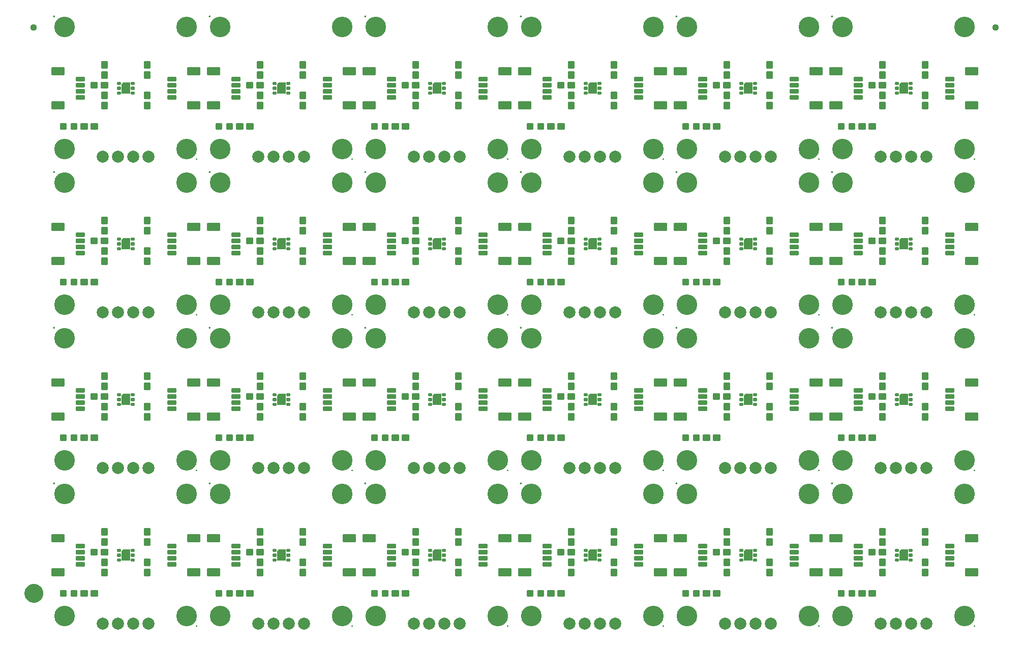
<source format=gts>
G04 EAGLE Gerber RS-274X export*
G75*
%MOMM*%
%FSLAX34Y34*%
%LPD*%
%INSoldermask Top*%
%IPPOS*%
%AMOC8*
5,1,8,0,0,1.08239X$1,22.5*%
G01*
%ADD10C,3.429000*%
%ADD11C,0.152400*%
%ADD12C,0.225588*%
%ADD13C,0.225369*%
%ADD14C,0.225400*%
%ADD15C,0.428259*%
%ADD16C,2.006600*%
%ADD17C,0.226609*%
%ADD18C,1.127000*%
%ADD19C,1.270000*%
%ADD20C,1.627000*%

G36*
X911495Y894739D02*
X911495Y894739D01*
X911494Y894740D01*
X911495Y894740D01*
X911495Y913740D01*
X911491Y913745D01*
X911490Y913744D01*
X911490Y913745D01*
X900240Y913745D01*
X900238Y913743D01*
X900237Y913743D01*
X896987Y910493D01*
X896987Y910492D01*
X896986Y910492D01*
X896987Y910491D01*
X896985Y910490D01*
X896985Y894740D01*
X896989Y894735D01*
X896990Y894736D01*
X896990Y894735D01*
X911490Y894735D01*
X911495Y894739D01*
G37*
G36*
X652415Y894739D02*
X652415Y894739D01*
X652414Y894740D01*
X652415Y894740D01*
X652415Y913740D01*
X652411Y913745D01*
X652410Y913744D01*
X652410Y913745D01*
X641160Y913745D01*
X641158Y913743D01*
X641157Y913743D01*
X637907Y910493D01*
X637907Y910492D01*
X637906Y910492D01*
X637907Y910491D01*
X637905Y910490D01*
X637905Y894740D01*
X637909Y894735D01*
X637910Y894736D01*
X637910Y894735D01*
X652410Y894735D01*
X652415Y894739D01*
G37*
G36*
X1170575Y894739D02*
X1170575Y894739D01*
X1170574Y894740D01*
X1170575Y894740D01*
X1170575Y913740D01*
X1170571Y913745D01*
X1170570Y913744D01*
X1170570Y913745D01*
X1159320Y913745D01*
X1159318Y913743D01*
X1159317Y913743D01*
X1156067Y910493D01*
X1156067Y910492D01*
X1156066Y910492D01*
X1156067Y910491D01*
X1156065Y910490D01*
X1156065Y894740D01*
X1156069Y894735D01*
X1156070Y894736D01*
X1156070Y894735D01*
X1170570Y894735D01*
X1170575Y894739D01*
G37*
G36*
X393335Y894739D02*
X393335Y894739D01*
X393334Y894740D01*
X393335Y894740D01*
X393335Y913740D01*
X393331Y913745D01*
X393330Y913744D01*
X393330Y913745D01*
X382080Y913745D01*
X382078Y913743D01*
X382077Y913743D01*
X378827Y910493D01*
X378827Y910492D01*
X378826Y910492D01*
X378827Y910491D01*
X378825Y910490D01*
X378825Y894740D01*
X378829Y894735D01*
X378830Y894736D01*
X378830Y894735D01*
X393330Y894735D01*
X393335Y894739D01*
G37*
G36*
X134255Y894739D02*
X134255Y894739D01*
X134254Y894740D01*
X134255Y894740D01*
X134255Y913740D01*
X134251Y913745D01*
X134250Y913744D01*
X134250Y913745D01*
X123000Y913745D01*
X122998Y913743D01*
X122997Y913743D01*
X119747Y910493D01*
X119747Y910492D01*
X119746Y910492D01*
X119747Y910491D01*
X119745Y910490D01*
X119745Y894740D01*
X119749Y894735D01*
X119750Y894736D01*
X119750Y894735D01*
X134250Y894735D01*
X134255Y894739D01*
G37*
G36*
X1429655Y894739D02*
X1429655Y894739D01*
X1429654Y894740D01*
X1429655Y894740D01*
X1429655Y913740D01*
X1429651Y913745D01*
X1429650Y913744D01*
X1429650Y913745D01*
X1418400Y913745D01*
X1418398Y913743D01*
X1418397Y913743D01*
X1415147Y910493D01*
X1415147Y910492D01*
X1415146Y910492D01*
X1415147Y910491D01*
X1415145Y910490D01*
X1415145Y894740D01*
X1415149Y894735D01*
X1415150Y894736D01*
X1415150Y894735D01*
X1429650Y894735D01*
X1429655Y894739D01*
G37*
G36*
X911495Y635659D02*
X911495Y635659D01*
X911494Y635660D01*
X911495Y635660D01*
X911495Y654660D01*
X911491Y654665D01*
X911490Y654664D01*
X911490Y654665D01*
X900240Y654665D01*
X900238Y654663D01*
X900237Y654663D01*
X896987Y651413D01*
X896987Y651412D01*
X896986Y651412D01*
X896987Y651411D01*
X896985Y651410D01*
X896985Y635660D01*
X896989Y635655D01*
X896990Y635656D01*
X896990Y635655D01*
X911490Y635655D01*
X911495Y635659D01*
G37*
G36*
X1429655Y635659D02*
X1429655Y635659D01*
X1429654Y635660D01*
X1429655Y635660D01*
X1429655Y654660D01*
X1429651Y654665D01*
X1429650Y654664D01*
X1429650Y654665D01*
X1418400Y654665D01*
X1418398Y654663D01*
X1418397Y654663D01*
X1415147Y651413D01*
X1415147Y651412D01*
X1415146Y651412D01*
X1415147Y651411D01*
X1415145Y651410D01*
X1415145Y635660D01*
X1415149Y635655D01*
X1415150Y635656D01*
X1415150Y635655D01*
X1429650Y635655D01*
X1429655Y635659D01*
G37*
G36*
X134255Y635659D02*
X134255Y635659D01*
X134254Y635660D01*
X134255Y635660D01*
X134255Y654660D01*
X134251Y654665D01*
X134250Y654664D01*
X134250Y654665D01*
X123000Y654665D01*
X122998Y654663D01*
X122997Y654663D01*
X119747Y651413D01*
X119747Y651412D01*
X119746Y651412D01*
X119747Y651411D01*
X119745Y651410D01*
X119745Y635660D01*
X119749Y635655D01*
X119750Y635656D01*
X119750Y635655D01*
X134250Y635655D01*
X134255Y635659D01*
G37*
G36*
X652415Y635659D02*
X652415Y635659D01*
X652414Y635660D01*
X652415Y635660D01*
X652415Y654660D01*
X652411Y654665D01*
X652410Y654664D01*
X652410Y654665D01*
X641160Y654665D01*
X641158Y654663D01*
X641157Y654663D01*
X637907Y651413D01*
X637907Y651412D01*
X637906Y651412D01*
X637907Y651411D01*
X637905Y651410D01*
X637905Y635660D01*
X637909Y635655D01*
X637910Y635656D01*
X637910Y635655D01*
X652410Y635655D01*
X652415Y635659D01*
G37*
G36*
X393335Y635659D02*
X393335Y635659D01*
X393334Y635660D01*
X393335Y635660D01*
X393335Y654660D01*
X393331Y654665D01*
X393330Y654664D01*
X393330Y654665D01*
X382080Y654665D01*
X382078Y654663D01*
X382077Y654663D01*
X378827Y651413D01*
X378827Y651412D01*
X378826Y651412D01*
X378827Y651411D01*
X378825Y651410D01*
X378825Y635660D01*
X378829Y635655D01*
X378830Y635656D01*
X378830Y635655D01*
X393330Y635655D01*
X393335Y635659D01*
G37*
G36*
X1170575Y635659D02*
X1170575Y635659D01*
X1170574Y635660D01*
X1170575Y635660D01*
X1170575Y654660D01*
X1170571Y654665D01*
X1170570Y654664D01*
X1170570Y654665D01*
X1159320Y654665D01*
X1159318Y654663D01*
X1159317Y654663D01*
X1156067Y651413D01*
X1156067Y651412D01*
X1156066Y651412D01*
X1156067Y651411D01*
X1156065Y651410D01*
X1156065Y635660D01*
X1156069Y635655D01*
X1156070Y635656D01*
X1156070Y635655D01*
X1170570Y635655D01*
X1170575Y635659D01*
G37*
G36*
X652415Y376579D02*
X652415Y376579D01*
X652414Y376580D01*
X652415Y376580D01*
X652415Y395580D01*
X652411Y395585D01*
X652410Y395584D01*
X652410Y395585D01*
X641160Y395585D01*
X641158Y395583D01*
X641157Y395583D01*
X637907Y392333D01*
X637907Y392332D01*
X637906Y392332D01*
X637907Y392331D01*
X637905Y392330D01*
X637905Y376580D01*
X637909Y376575D01*
X637910Y376576D01*
X637910Y376575D01*
X652410Y376575D01*
X652415Y376579D01*
G37*
G36*
X134255Y376579D02*
X134255Y376579D01*
X134254Y376580D01*
X134255Y376580D01*
X134255Y395580D01*
X134251Y395585D01*
X134250Y395584D01*
X134250Y395585D01*
X123000Y395585D01*
X122998Y395583D01*
X122997Y395583D01*
X119747Y392333D01*
X119747Y392332D01*
X119746Y392332D01*
X119747Y392331D01*
X119745Y392330D01*
X119745Y376580D01*
X119749Y376575D01*
X119750Y376576D01*
X119750Y376575D01*
X134250Y376575D01*
X134255Y376579D01*
G37*
G36*
X393335Y376579D02*
X393335Y376579D01*
X393334Y376580D01*
X393335Y376580D01*
X393335Y395580D01*
X393331Y395585D01*
X393330Y395584D01*
X393330Y395585D01*
X382080Y395585D01*
X382078Y395583D01*
X382077Y395583D01*
X378827Y392333D01*
X378827Y392332D01*
X378826Y392332D01*
X378827Y392331D01*
X378825Y392330D01*
X378825Y376580D01*
X378829Y376575D01*
X378830Y376576D01*
X378830Y376575D01*
X393330Y376575D01*
X393335Y376579D01*
G37*
G36*
X911495Y376579D02*
X911495Y376579D01*
X911494Y376580D01*
X911495Y376580D01*
X911495Y395580D01*
X911491Y395585D01*
X911490Y395584D01*
X911490Y395585D01*
X900240Y395585D01*
X900238Y395583D01*
X900237Y395583D01*
X896987Y392333D01*
X896987Y392332D01*
X896986Y392332D01*
X896987Y392331D01*
X896985Y392330D01*
X896985Y376580D01*
X896989Y376575D01*
X896990Y376576D01*
X896990Y376575D01*
X911490Y376575D01*
X911495Y376579D01*
G37*
G36*
X1170575Y376579D02*
X1170575Y376579D01*
X1170574Y376580D01*
X1170575Y376580D01*
X1170575Y395580D01*
X1170571Y395585D01*
X1170570Y395584D01*
X1170570Y395585D01*
X1159320Y395585D01*
X1159318Y395583D01*
X1159317Y395583D01*
X1156067Y392333D01*
X1156067Y392332D01*
X1156066Y392332D01*
X1156067Y392331D01*
X1156065Y392330D01*
X1156065Y376580D01*
X1156069Y376575D01*
X1156070Y376576D01*
X1156070Y376575D01*
X1170570Y376575D01*
X1170575Y376579D01*
G37*
G36*
X1429655Y376579D02*
X1429655Y376579D01*
X1429654Y376580D01*
X1429655Y376580D01*
X1429655Y395580D01*
X1429651Y395585D01*
X1429650Y395584D01*
X1429650Y395585D01*
X1418400Y395585D01*
X1418398Y395583D01*
X1418397Y395583D01*
X1415147Y392333D01*
X1415147Y392332D01*
X1415146Y392332D01*
X1415147Y392331D01*
X1415145Y392330D01*
X1415145Y376580D01*
X1415149Y376575D01*
X1415150Y376576D01*
X1415150Y376575D01*
X1429650Y376575D01*
X1429655Y376579D01*
G37*
G36*
X1429655Y117499D02*
X1429655Y117499D01*
X1429654Y117500D01*
X1429655Y117500D01*
X1429655Y136500D01*
X1429651Y136505D01*
X1429650Y136504D01*
X1429650Y136505D01*
X1418400Y136505D01*
X1418398Y136503D01*
X1418397Y136503D01*
X1415147Y133253D01*
X1415147Y133252D01*
X1415146Y133252D01*
X1415147Y133251D01*
X1415145Y133250D01*
X1415145Y117500D01*
X1415149Y117495D01*
X1415150Y117496D01*
X1415150Y117495D01*
X1429650Y117495D01*
X1429655Y117499D01*
G37*
G36*
X911495Y117499D02*
X911495Y117499D01*
X911494Y117500D01*
X911495Y117500D01*
X911495Y136500D01*
X911491Y136505D01*
X911490Y136504D01*
X911490Y136505D01*
X900240Y136505D01*
X900238Y136503D01*
X900237Y136503D01*
X896987Y133253D01*
X896987Y133252D01*
X896986Y133252D01*
X896987Y133251D01*
X896985Y133250D01*
X896985Y117500D01*
X896989Y117495D01*
X896990Y117496D01*
X896990Y117495D01*
X911490Y117495D01*
X911495Y117499D01*
G37*
G36*
X1170575Y117499D02*
X1170575Y117499D01*
X1170574Y117500D01*
X1170575Y117500D01*
X1170575Y136500D01*
X1170571Y136505D01*
X1170570Y136504D01*
X1170570Y136505D01*
X1159320Y136505D01*
X1159318Y136503D01*
X1159317Y136503D01*
X1156067Y133253D01*
X1156067Y133252D01*
X1156066Y133252D01*
X1156067Y133251D01*
X1156065Y133250D01*
X1156065Y117500D01*
X1156069Y117495D01*
X1156070Y117496D01*
X1156070Y117495D01*
X1170570Y117495D01*
X1170575Y117499D01*
G37*
G36*
X652415Y117499D02*
X652415Y117499D01*
X652414Y117500D01*
X652415Y117500D01*
X652415Y136500D01*
X652411Y136505D01*
X652410Y136504D01*
X652410Y136505D01*
X641160Y136505D01*
X641158Y136503D01*
X641157Y136503D01*
X637907Y133253D01*
X637907Y133252D01*
X637906Y133252D01*
X637907Y133251D01*
X637905Y133250D01*
X637905Y117500D01*
X637909Y117495D01*
X637910Y117496D01*
X637910Y117495D01*
X652410Y117495D01*
X652415Y117499D01*
G37*
G36*
X393335Y117499D02*
X393335Y117499D01*
X393334Y117500D01*
X393335Y117500D01*
X393335Y136500D01*
X393331Y136505D01*
X393330Y136504D01*
X393330Y136505D01*
X382080Y136505D01*
X382078Y136503D01*
X382077Y136503D01*
X378827Y133253D01*
X378827Y133252D01*
X378826Y133252D01*
X378827Y133251D01*
X378825Y133250D01*
X378825Y117500D01*
X378829Y117495D01*
X378830Y117496D01*
X378830Y117495D01*
X393330Y117495D01*
X393335Y117499D01*
G37*
G36*
X134255Y117499D02*
X134255Y117499D01*
X134254Y117500D01*
X134255Y117500D01*
X134255Y136500D01*
X134251Y136505D01*
X134250Y136504D01*
X134250Y136505D01*
X123000Y136505D01*
X122998Y136503D01*
X122997Y136503D01*
X119747Y133253D01*
X119747Y133252D01*
X119746Y133252D01*
X119747Y133251D01*
X119745Y133250D01*
X119745Y117500D01*
X119749Y117495D01*
X119750Y117496D01*
X119750Y117495D01*
X134250Y117495D01*
X134255Y117499D01*
G37*
D10*
X25400Y228600D03*
X228600Y228600D03*
D11*
X244510Y8890D02*
X244512Y8939D01*
X244518Y8987D01*
X244528Y9035D01*
X244542Y9082D01*
X244559Y9128D01*
X244580Y9172D01*
X244605Y9214D01*
X244633Y9254D01*
X244665Y9292D01*
X244699Y9327D01*
X244736Y9359D01*
X244775Y9388D01*
X244817Y9414D01*
X244861Y9436D01*
X244906Y9454D01*
X244953Y9469D01*
X245000Y9480D01*
X245049Y9487D01*
X245098Y9490D01*
X245147Y9489D01*
X245195Y9484D01*
X245244Y9475D01*
X245291Y9462D01*
X245337Y9445D01*
X245381Y9425D01*
X245424Y9401D01*
X245465Y9374D01*
X245503Y9343D01*
X245539Y9310D01*
X245571Y9274D01*
X245601Y9235D01*
X245628Y9194D01*
X245651Y9150D01*
X245670Y9105D01*
X245686Y9059D01*
X245698Y9012D01*
X245706Y8963D01*
X245710Y8914D01*
X245710Y8866D01*
X245706Y8817D01*
X245698Y8768D01*
X245686Y8721D01*
X245670Y8675D01*
X245651Y8630D01*
X245628Y8586D01*
X245601Y8545D01*
X245571Y8506D01*
X245539Y8470D01*
X245503Y8437D01*
X245465Y8406D01*
X245424Y8379D01*
X245381Y8355D01*
X245337Y8335D01*
X245291Y8318D01*
X245244Y8305D01*
X245195Y8296D01*
X245147Y8291D01*
X245098Y8290D01*
X245049Y8293D01*
X245000Y8300D01*
X244953Y8311D01*
X244906Y8326D01*
X244861Y8344D01*
X244817Y8366D01*
X244775Y8392D01*
X244736Y8421D01*
X244699Y8453D01*
X244665Y8488D01*
X244633Y8526D01*
X244605Y8566D01*
X244580Y8608D01*
X244559Y8652D01*
X244542Y8698D01*
X244528Y8745D01*
X244518Y8793D01*
X244512Y8841D01*
X244510Y8890D01*
X7020Y246380D02*
X7022Y246429D01*
X7028Y246477D01*
X7038Y246525D01*
X7052Y246572D01*
X7069Y246618D01*
X7090Y246662D01*
X7115Y246704D01*
X7143Y246744D01*
X7175Y246782D01*
X7209Y246817D01*
X7246Y246849D01*
X7285Y246878D01*
X7327Y246904D01*
X7371Y246926D01*
X7416Y246944D01*
X7463Y246959D01*
X7510Y246970D01*
X7559Y246977D01*
X7608Y246980D01*
X7657Y246979D01*
X7705Y246974D01*
X7754Y246965D01*
X7801Y246952D01*
X7847Y246935D01*
X7891Y246915D01*
X7934Y246891D01*
X7975Y246864D01*
X8013Y246833D01*
X8049Y246800D01*
X8081Y246764D01*
X8111Y246725D01*
X8138Y246684D01*
X8161Y246640D01*
X8180Y246595D01*
X8196Y246549D01*
X8208Y246502D01*
X8216Y246453D01*
X8220Y246404D01*
X8220Y246356D01*
X8216Y246307D01*
X8208Y246258D01*
X8196Y246211D01*
X8180Y246165D01*
X8161Y246120D01*
X8138Y246076D01*
X8111Y246035D01*
X8081Y245996D01*
X8049Y245960D01*
X8013Y245927D01*
X7975Y245896D01*
X7934Y245869D01*
X7891Y245845D01*
X7847Y245825D01*
X7801Y245808D01*
X7754Y245795D01*
X7705Y245786D01*
X7657Y245781D01*
X7608Y245780D01*
X7559Y245783D01*
X7510Y245790D01*
X7463Y245801D01*
X7416Y245816D01*
X7371Y245834D01*
X7327Y245856D01*
X7285Y245882D01*
X7246Y245911D01*
X7209Y245943D01*
X7175Y245978D01*
X7143Y246016D01*
X7115Y246056D01*
X7090Y246098D01*
X7069Y246142D01*
X7052Y246188D01*
X7038Y246235D01*
X7028Y246283D01*
X7022Y246331D01*
X7020Y246380D01*
D12*
X4543Y160507D02*
X4543Y149493D01*
X4543Y160507D02*
X23557Y160507D01*
X23557Y149493D01*
X4543Y149493D01*
X4543Y151636D02*
X23557Y151636D01*
X23557Y153779D02*
X4543Y153779D01*
X4543Y155922D02*
X23557Y155922D01*
X23557Y158065D02*
X4543Y158065D01*
X4543Y160208D02*
X23557Y160208D01*
X4543Y104507D02*
X4543Y93493D01*
X4543Y104507D02*
X23557Y104507D01*
X23557Y93493D01*
X4543Y93493D01*
X4543Y95636D02*
X23557Y95636D01*
X23557Y97779D02*
X4543Y97779D01*
X4543Y99922D02*
X23557Y99922D01*
X23557Y102065D02*
X4543Y102065D01*
X4543Y104208D02*
X23557Y104208D01*
D13*
X44542Y139492D02*
X44542Y144508D01*
X57058Y144508D01*
X57058Y139492D01*
X44542Y139492D01*
X44542Y141633D02*
X57058Y141633D01*
X57058Y143774D02*
X44542Y143774D01*
X44542Y134508D02*
X44542Y129492D01*
X44542Y134508D02*
X57058Y134508D01*
X57058Y129492D01*
X44542Y129492D01*
X44542Y131633D02*
X57058Y131633D01*
X57058Y133774D02*
X44542Y133774D01*
X44542Y124508D02*
X44542Y119492D01*
X44542Y124508D02*
X57058Y124508D01*
X57058Y119492D01*
X44542Y119492D01*
X44542Y121633D02*
X57058Y121633D01*
X57058Y123774D02*
X44542Y123774D01*
X44542Y114508D02*
X44542Y109492D01*
X44542Y114508D02*
X57058Y114508D01*
X57058Y109492D01*
X44542Y109492D01*
X44542Y111633D02*
X57058Y111633D01*
X57058Y113774D02*
X44542Y113774D01*
D14*
X158052Y110172D02*
X158052Y120188D01*
X167068Y120188D01*
X167068Y110172D01*
X158052Y110172D01*
X158052Y112313D02*
X167068Y112313D01*
X167068Y114454D02*
X158052Y114454D01*
X158052Y116595D02*
X167068Y116595D01*
X167068Y118736D02*
X158052Y118736D01*
X158052Y103188D02*
X158052Y93172D01*
X158052Y103188D02*
X167068Y103188D01*
X167068Y93172D01*
X158052Y93172D01*
X158052Y95313D02*
X167068Y95313D01*
X167068Y97454D02*
X158052Y97454D01*
X158052Y99595D02*
X167068Y99595D01*
X167068Y101736D02*
X158052Y101736D01*
D12*
X249457Y104507D02*
X249457Y93493D01*
X230443Y93493D01*
X230443Y104507D01*
X249457Y104507D01*
X249457Y95636D02*
X230443Y95636D01*
X230443Y97779D02*
X249457Y97779D01*
X249457Y99922D02*
X230443Y99922D01*
X230443Y102065D02*
X249457Y102065D01*
X249457Y104208D02*
X230443Y104208D01*
X249457Y149493D02*
X249457Y160507D01*
X249457Y149493D02*
X230443Y149493D01*
X230443Y160507D01*
X249457Y160507D01*
X249457Y151636D02*
X230443Y151636D01*
X230443Y153779D02*
X249457Y153779D01*
X249457Y155922D02*
X230443Y155922D01*
X230443Y158065D02*
X249457Y158065D01*
X249457Y160208D02*
X230443Y160208D01*
D13*
X209458Y114508D02*
X209458Y109492D01*
X196942Y109492D01*
X196942Y114508D01*
X209458Y114508D01*
X209458Y111633D02*
X196942Y111633D01*
X196942Y113774D02*
X209458Y113774D01*
X209458Y119492D02*
X209458Y124508D01*
X209458Y119492D02*
X196942Y119492D01*
X196942Y124508D01*
X209458Y124508D01*
X209458Y121633D02*
X196942Y121633D01*
X196942Y123774D02*
X209458Y123774D01*
X209458Y129492D02*
X209458Y134508D01*
X209458Y129492D02*
X196942Y129492D01*
X196942Y134508D01*
X209458Y134508D01*
X209458Y131633D02*
X196942Y131633D01*
X196942Y133774D02*
X209458Y133774D01*
X209458Y139492D02*
X209458Y144508D01*
X209458Y139492D02*
X196942Y139492D01*
X196942Y144508D01*
X209458Y144508D01*
X209458Y141633D02*
X196942Y141633D01*
X196942Y143774D02*
X209458Y143774D01*
D14*
X62548Y58992D02*
X52532Y58992D01*
X52532Y68008D01*
X62548Y68008D01*
X62548Y58992D01*
X62548Y61133D02*
X52532Y61133D01*
X52532Y63274D02*
X62548Y63274D01*
X62548Y65415D02*
X52532Y65415D01*
X52532Y67556D02*
X62548Y67556D01*
X69532Y58992D02*
X79548Y58992D01*
X69532Y58992D02*
X69532Y68008D01*
X79548Y68008D01*
X79548Y58992D01*
X79548Y61133D02*
X69532Y61133D01*
X69532Y63274D02*
X79548Y63274D01*
X79548Y65415D02*
X69532Y65415D01*
X69532Y67556D02*
X79548Y67556D01*
D15*
X26474Y66994D02*
X26474Y60006D01*
X19486Y60006D01*
X19486Y66994D01*
X26474Y66994D01*
X26474Y64075D02*
X19486Y64075D01*
X44014Y66994D02*
X44014Y60006D01*
X37026Y60006D01*
X37026Y66994D01*
X44014Y66994D01*
X44014Y64075D02*
X37026Y64075D01*
D14*
X95948Y143972D02*
X95948Y153988D01*
X95948Y143972D02*
X86932Y143972D01*
X86932Y153988D01*
X95948Y153988D01*
X95948Y146113D02*
X86932Y146113D01*
X86932Y148254D02*
X95948Y148254D01*
X95948Y150395D02*
X86932Y150395D01*
X86932Y152536D02*
X95948Y152536D01*
X95948Y160972D02*
X95948Y170988D01*
X95948Y160972D02*
X86932Y160972D01*
X86932Y170988D01*
X95948Y170988D01*
X95948Y163113D02*
X86932Y163113D01*
X86932Y165254D02*
X95948Y165254D01*
X95948Y167395D02*
X86932Y167395D01*
X86932Y169536D02*
X95948Y169536D01*
X167068Y153988D02*
X167068Y143972D01*
X158052Y143972D01*
X158052Y153988D01*
X167068Y153988D01*
X167068Y146113D02*
X158052Y146113D01*
X158052Y148254D02*
X167068Y148254D01*
X167068Y150395D02*
X158052Y150395D01*
X158052Y152536D02*
X167068Y152536D01*
X167068Y160972D02*
X167068Y170988D01*
X167068Y160972D02*
X158052Y160972D01*
X158052Y170988D01*
X167068Y170988D01*
X167068Y163113D02*
X158052Y163113D01*
X158052Y165254D02*
X167068Y165254D01*
X167068Y167395D02*
X158052Y167395D01*
X158052Y169536D02*
X167068Y169536D01*
D16*
X88900Y12700D03*
X114300Y12700D03*
X139700Y12700D03*
X165100Y12700D03*
D17*
X140752Y125498D02*
X136248Y125498D01*
X136248Y128502D01*
X140752Y128502D01*
X140752Y125498D01*
X140752Y127651D02*
X136248Y127651D01*
X136248Y133498D02*
X140752Y133498D01*
X136248Y133498D02*
X136248Y136502D01*
X140752Y136502D01*
X140752Y133498D01*
X140752Y135651D02*
X136248Y135651D01*
X136248Y117498D02*
X140752Y117498D01*
X136248Y117498D02*
X136248Y120502D01*
X140752Y120502D01*
X140752Y117498D01*
X140752Y119651D02*
X136248Y119651D01*
X117752Y117498D02*
X113248Y117498D01*
X113248Y120502D01*
X117752Y120502D01*
X117752Y117498D01*
X117752Y119651D02*
X113248Y119651D01*
X113248Y125498D02*
X117752Y125498D01*
X113248Y125498D02*
X113248Y128502D01*
X117752Y128502D01*
X117752Y125498D01*
X117752Y127651D02*
X113248Y127651D01*
X113248Y133498D02*
X117752Y133498D01*
X113248Y133498D02*
X113248Y136502D01*
X117752Y136502D01*
X117752Y133498D01*
X117752Y135651D02*
X113248Y135651D01*
D14*
X86932Y120188D02*
X86932Y110172D01*
X86932Y120188D02*
X95948Y120188D01*
X95948Y110172D01*
X86932Y110172D01*
X86932Y112313D02*
X95948Y112313D01*
X95948Y114454D02*
X86932Y114454D01*
X86932Y116595D02*
X95948Y116595D01*
X95948Y118736D02*
X86932Y118736D01*
X86932Y103188D02*
X86932Y93172D01*
X86932Y103188D02*
X95948Y103188D01*
X95948Y93172D01*
X86932Y93172D01*
X86932Y95313D02*
X95948Y95313D01*
X95948Y97454D02*
X86932Y97454D01*
X86932Y99595D02*
X95948Y99595D01*
X95948Y101736D02*
X86932Y101736D01*
X79058Y127572D02*
X69042Y127572D01*
X69042Y136588D01*
X79058Y136588D01*
X79058Y127572D01*
X79058Y129713D02*
X69042Y129713D01*
X69042Y131854D02*
X79058Y131854D01*
X79058Y133995D02*
X69042Y133995D01*
X69042Y136136D02*
X79058Y136136D01*
X86042Y127572D02*
X96058Y127572D01*
X86042Y127572D02*
X86042Y136588D01*
X96058Y136588D01*
X96058Y127572D01*
X96058Y129713D02*
X86042Y129713D01*
X86042Y131854D02*
X96058Y131854D01*
X96058Y133995D02*
X86042Y133995D01*
X86042Y136136D02*
X96058Y136136D01*
D10*
X228600Y25400D03*
X25400Y25400D03*
X284480Y228600D03*
X487680Y228600D03*
D11*
X503590Y8890D02*
X503592Y8939D01*
X503598Y8987D01*
X503608Y9035D01*
X503622Y9082D01*
X503639Y9128D01*
X503660Y9172D01*
X503685Y9214D01*
X503713Y9254D01*
X503745Y9292D01*
X503779Y9327D01*
X503816Y9359D01*
X503855Y9388D01*
X503897Y9414D01*
X503941Y9436D01*
X503986Y9454D01*
X504033Y9469D01*
X504080Y9480D01*
X504129Y9487D01*
X504178Y9490D01*
X504227Y9489D01*
X504275Y9484D01*
X504324Y9475D01*
X504371Y9462D01*
X504417Y9445D01*
X504461Y9425D01*
X504504Y9401D01*
X504545Y9374D01*
X504583Y9343D01*
X504619Y9310D01*
X504651Y9274D01*
X504681Y9235D01*
X504708Y9194D01*
X504731Y9150D01*
X504750Y9105D01*
X504766Y9059D01*
X504778Y9012D01*
X504786Y8963D01*
X504790Y8914D01*
X504790Y8866D01*
X504786Y8817D01*
X504778Y8768D01*
X504766Y8721D01*
X504750Y8675D01*
X504731Y8630D01*
X504708Y8586D01*
X504681Y8545D01*
X504651Y8506D01*
X504619Y8470D01*
X504583Y8437D01*
X504545Y8406D01*
X504504Y8379D01*
X504461Y8355D01*
X504417Y8335D01*
X504371Y8318D01*
X504324Y8305D01*
X504275Y8296D01*
X504227Y8291D01*
X504178Y8290D01*
X504129Y8293D01*
X504080Y8300D01*
X504033Y8311D01*
X503986Y8326D01*
X503941Y8344D01*
X503897Y8366D01*
X503855Y8392D01*
X503816Y8421D01*
X503779Y8453D01*
X503745Y8488D01*
X503713Y8526D01*
X503685Y8566D01*
X503660Y8608D01*
X503639Y8652D01*
X503622Y8698D01*
X503608Y8745D01*
X503598Y8793D01*
X503592Y8841D01*
X503590Y8890D01*
X266100Y246380D02*
X266102Y246429D01*
X266108Y246477D01*
X266118Y246525D01*
X266132Y246572D01*
X266149Y246618D01*
X266170Y246662D01*
X266195Y246704D01*
X266223Y246744D01*
X266255Y246782D01*
X266289Y246817D01*
X266326Y246849D01*
X266365Y246878D01*
X266407Y246904D01*
X266451Y246926D01*
X266496Y246944D01*
X266543Y246959D01*
X266590Y246970D01*
X266639Y246977D01*
X266688Y246980D01*
X266737Y246979D01*
X266785Y246974D01*
X266834Y246965D01*
X266881Y246952D01*
X266927Y246935D01*
X266971Y246915D01*
X267014Y246891D01*
X267055Y246864D01*
X267093Y246833D01*
X267129Y246800D01*
X267161Y246764D01*
X267191Y246725D01*
X267218Y246684D01*
X267241Y246640D01*
X267260Y246595D01*
X267276Y246549D01*
X267288Y246502D01*
X267296Y246453D01*
X267300Y246404D01*
X267300Y246356D01*
X267296Y246307D01*
X267288Y246258D01*
X267276Y246211D01*
X267260Y246165D01*
X267241Y246120D01*
X267218Y246076D01*
X267191Y246035D01*
X267161Y245996D01*
X267129Y245960D01*
X267093Y245927D01*
X267055Y245896D01*
X267014Y245869D01*
X266971Y245845D01*
X266927Y245825D01*
X266881Y245808D01*
X266834Y245795D01*
X266785Y245786D01*
X266737Y245781D01*
X266688Y245780D01*
X266639Y245783D01*
X266590Y245790D01*
X266543Y245801D01*
X266496Y245816D01*
X266451Y245834D01*
X266407Y245856D01*
X266365Y245882D01*
X266326Y245911D01*
X266289Y245943D01*
X266255Y245978D01*
X266223Y246016D01*
X266195Y246056D01*
X266170Y246098D01*
X266149Y246142D01*
X266132Y246188D01*
X266118Y246235D01*
X266108Y246283D01*
X266102Y246331D01*
X266100Y246380D01*
D12*
X263623Y160507D02*
X263623Y149493D01*
X263623Y160507D02*
X282637Y160507D01*
X282637Y149493D01*
X263623Y149493D01*
X263623Y151636D02*
X282637Y151636D01*
X282637Y153779D02*
X263623Y153779D01*
X263623Y155922D02*
X282637Y155922D01*
X282637Y158065D02*
X263623Y158065D01*
X263623Y160208D02*
X282637Y160208D01*
X263623Y104507D02*
X263623Y93493D01*
X263623Y104507D02*
X282637Y104507D01*
X282637Y93493D01*
X263623Y93493D01*
X263623Y95636D02*
X282637Y95636D01*
X282637Y97779D02*
X263623Y97779D01*
X263623Y99922D02*
X282637Y99922D01*
X282637Y102065D02*
X263623Y102065D01*
X263623Y104208D02*
X282637Y104208D01*
D13*
X303622Y139492D02*
X303622Y144508D01*
X316138Y144508D01*
X316138Y139492D01*
X303622Y139492D01*
X303622Y141633D02*
X316138Y141633D01*
X316138Y143774D02*
X303622Y143774D01*
X303622Y134508D02*
X303622Y129492D01*
X303622Y134508D02*
X316138Y134508D01*
X316138Y129492D01*
X303622Y129492D01*
X303622Y131633D02*
X316138Y131633D01*
X316138Y133774D02*
X303622Y133774D01*
X303622Y124508D02*
X303622Y119492D01*
X303622Y124508D02*
X316138Y124508D01*
X316138Y119492D01*
X303622Y119492D01*
X303622Y121633D02*
X316138Y121633D01*
X316138Y123774D02*
X303622Y123774D01*
X303622Y114508D02*
X303622Y109492D01*
X303622Y114508D02*
X316138Y114508D01*
X316138Y109492D01*
X303622Y109492D01*
X303622Y111633D02*
X316138Y111633D01*
X316138Y113774D02*
X303622Y113774D01*
D14*
X417132Y110172D02*
X417132Y120188D01*
X426148Y120188D01*
X426148Y110172D01*
X417132Y110172D01*
X417132Y112313D02*
X426148Y112313D01*
X426148Y114454D02*
X417132Y114454D01*
X417132Y116595D02*
X426148Y116595D01*
X426148Y118736D02*
X417132Y118736D01*
X417132Y103188D02*
X417132Y93172D01*
X417132Y103188D02*
X426148Y103188D01*
X426148Y93172D01*
X417132Y93172D01*
X417132Y95313D02*
X426148Y95313D01*
X426148Y97454D02*
X417132Y97454D01*
X417132Y99595D02*
X426148Y99595D01*
X426148Y101736D02*
X417132Y101736D01*
D12*
X508537Y104507D02*
X508537Y93493D01*
X489523Y93493D01*
X489523Y104507D01*
X508537Y104507D01*
X508537Y95636D02*
X489523Y95636D01*
X489523Y97779D02*
X508537Y97779D01*
X508537Y99922D02*
X489523Y99922D01*
X489523Y102065D02*
X508537Y102065D01*
X508537Y104208D02*
X489523Y104208D01*
X508537Y149493D02*
X508537Y160507D01*
X508537Y149493D02*
X489523Y149493D01*
X489523Y160507D01*
X508537Y160507D01*
X508537Y151636D02*
X489523Y151636D01*
X489523Y153779D02*
X508537Y153779D01*
X508537Y155922D02*
X489523Y155922D01*
X489523Y158065D02*
X508537Y158065D01*
X508537Y160208D02*
X489523Y160208D01*
D13*
X468538Y114508D02*
X468538Y109492D01*
X456022Y109492D01*
X456022Y114508D01*
X468538Y114508D01*
X468538Y111633D02*
X456022Y111633D01*
X456022Y113774D02*
X468538Y113774D01*
X468538Y119492D02*
X468538Y124508D01*
X468538Y119492D02*
X456022Y119492D01*
X456022Y124508D01*
X468538Y124508D01*
X468538Y121633D02*
X456022Y121633D01*
X456022Y123774D02*
X468538Y123774D01*
X468538Y129492D02*
X468538Y134508D01*
X468538Y129492D02*
X456022Y129492D01*
X456022Y134508D01*
X468538Y134508D01*
X468538Y131633D02*
X456022Y131633D01*
X456022Y133774D02*
X468538Y133774D01*
X468538Y139492D02*
X468538Y144508D01*
X468538Y139492D02*
X456022Y139492D01*
X456022Y144508D01*
X468538Y144508D01*
X468538Y141633D02*
X456022Y141633D01*
X456022Y143774D02*
X468538Y143774D01*
D14*
X321628Y58992D02*
X311612Y58992D01*
X311612Y68008D01*
X321628Y68008D01*
X321628Y58992D01*
X321628Y61133D02*
X311612Y61133D01*
X311612Y63274D02*
X321628Y63274D01*
X321628Y65415D02*
X311612Y65415D01*
X311612Y67556D02*
X321628Y67556D01*
X328612Y58992D02*
X338628Y58992D01*
X328612Y58992D02*
X328612Y68008D01*
X338628Y68008D01*
X338628Y58992D01*
X338628Y61133D02*
X328612Y61133D01*
X328612Y63274D02*
X338628Y63274D01*
X338628Y65415D02*
X328612Y65415D01*
X328612Y67556D02*
X338628Y67556D01*
D15*
X285554Y66994D02*
X285554Y60006D01*
X278566Y60006D01*
X278566Y66994D01*
X285554Y66994D01*
X285554Y64075D02*
X278566Y64075D01*
X303094Y66994D02*
X303094Y60006D01*
X296106Y60006D01*
X296106Y66994D01*
X303094Y66994D01*
X303094Y64075D02*
X296106Y64075D01*
D14*
X355028Y143972D02*
X355028Y153988D01*
X355028Y143972D02*
X346012Y143972D01*
X346012Y153988D01*
X355028Y153988D01*
X355028Y146113D02*
X346012Y146113D01*
X346012Y148254D02*
X355028Y148254D01*
X355028Y150395D02*
X346012Y150395D01*
X346012Y152536D02*
X355028Y152536D01*
X355028Y160972D02*
X355028Y170988D01*
X355028Y160972D02*
X346012Y160972D01*
X346012Y170988D01*
X355028Y170988D01*
X355028Y163113D02*
X346012Y163113D01*
X346012Y165254D02*
X355028Y165254D01*
X355028Y167395D02*
X346012Y167395D01*
X346012Y169536D02*
X355028Y169536D01*
X426148Y153988D02*
X426148Y143972D01*
X417132Y143972D01*
X417132Y153988D01*
X426148Y153988D01*
X426148Y146113D02*
X417132Y146113D01*
X417132Y148254D02*
X426148Y148254D01*
X426148Y150395D02*
X417132Y150395D01*
X417132Y152536D02*
X426148Y152536D01*
X426148Y160972D02*
X426148Y170988D01*
X426148Y160972D02*
X417132Y160972D01*
X417132Y170988D01*
X426148Y170988D01*
X426148Y163113D02*
X417132Y163113D01*
X417132Y165254D02*
X426148Y165254D01*
X426148Y167395D02*
X417132Y167395D01*
X417132Y169536D02*
X426148Y169536D01*
D16*
X347980Y12700D03*
X373380Y12700D03*
X398780Y12700D03*
X424180Y12700D03*
D17*
X399832Y125498D02*
X395328Y125498D01*
X395328Y128502D01*
X399832Y128502D01*
X399832Y125498D01*
X399832Y127651D02*
X395328Y127651D01*
X395328Y133498D02*
X399832Y133498D01*
X395328Y133498D02*
X395328Y136502D01*
X399832Y136502D01*
X399832Y133498D01*
X399832Y135651D02*
X395328Y135651D01*
X395328Y117498D02*
X399832Y117498D01*
X395328Y117498D02*
X395328Y120502D01*
X399832Y120502D01*
X399832Y117498D01*
X399832Y119651D02*
X395328Y119651D01*
X376832Y117498D02*
X372328Y117498D01*
X372328Y120502D01*
X376832Y120502D01*
X376832Y117498D01*
X376832Y119651D02*
X372328Y119651D01*
X372328Y125498D02*
X376832Y125498D01*
X372328Y125498D02*
X372328Y128502D01*
X376832Y128502D01*
X376832Y125498D01*
X376832Y127651D02*
X372328Y127651D01*
X372328Y133498D02*
X376832Y133498D01*
X372328Y133498D02*
X372328Y136502D01*
X376832Y136502D01*
X376832Y133498D01*
X376832Y135651D02*
X372328Y135651D01*
D14*
X346012Y120188D02*
X346012Y110172D01*
X346012Y120188D02*
X355028Y120188D01*
X355028Y110172D01*
X346012Y110172D01*
X346012Y112313D02*
X355028Y112313D01*
X355028Y114454D02*
X346012Y114454D01*
X346012Y116595D02*
X355028Y116595D01*
X355028Y118736D02*
X346012Y118736D01*
X346012Y103188D02*
X346012Y93172D01*
X346012Y103188D02*
X355028Y103188D01*
X355028Y93172D01*
X346012Y93172D01*
X346012Y95313D02*
X355028Y95313D01*
X355028Y97454D02*
X346012Y97454D01*
X346012Y99595D02*
X355028Y99595D01*
X355028Y101736D02*
X346012Y101736D01*
X338138Y127572D02*
X328122Y127572D01*
X328122Y136588D01*
X338138Y136588D01*
X338138Y127572D01*
X338138Y129713D02*
X328122Y129713D01*
X328122Y131854D02*
X338138Y131854D01*
X338138Y133995D02*
X328122Y133995D01*
X328122Y136136D02*
X338138Y136136D01*
X345122Y127572D02*
X355138Y127572D01*
X345122Y127572D02*
X345122Y136588D01*
X355138Y136588D01*
X355138Y127572D01*
X355138Y129713D02*
X345122Y129713D01*
X345122Y131854D02*
X355138Y131854D01*
X355138Y133995D02*
X345122Y133995D01*
X345122Y136136D02*
X355138Y136136D01*
D10*
X487680Y25400D03*
X284480Y25400D03*
X543560Y228600D03*
X746760Y228600D03*
D11*
X762670Y8890D02*
X762672Y8939D01*
X762678Y8987D01*
X762688Y9035D01*
X762702Y9082D01*
X762719Y9128D01*
X762740Y9172D01*
X762765Y9214D01*
X762793Y9254D01*
X762825Y9292D01*
X762859Y9327D01*
X762896Y9359D01*
X762935Y9388D01*
X762977Y9414D01*
X763021Y9436D01*
X763066Y9454D01*
X763113Y9469D01*
X763160Y9480D01*
X763209Y9487D01*
X763258Y9490D01*
X763307Y9489D01*
X763355Y9484D01*
X763404Y9475D01*
X763451Y9462D01*
X763497Y9445D01*
X763541Y9425D01*
X763584Y9401D01*
X763625Y9374D01*
X763663Y9343D01*
X763699Y9310D01*
X763731Y9274D01*
X763761Y9235D01*
X763788Y9194D01*
X763811Y9150D01*
X763830Y9105D01*
X763846Y9059D01*
X763858Y9012D01*
X763866Y8963D01*
X763870Y8914D01*
X763870Y8866D01*
X763866Y8817D01*
X763858Y8768D01*
X763846Y8721D01*
X763830Y8675D01*
X763811Y8630D01*
X763788Y8586D01*
X763761Y8545D01*
X763731Y8506D01*
X763699Y8470D01*
X763663Y8437D01*
X763625Y8406D01*
X763584Y8379D01*
X763541Y8355D01*
X763497Y8335D01*
X763451Y8318D01*
X763404Y8305D01*
X763355Y8296D01*
X763307Y8291D01*
X763258Y8290D01*
X763209Y8293D01*
X763160Y8300D01*
X763113Y8311D01*
X763066Y8326D01*
X763021Y8344D01*
X762977Y8366D01*
X762935Y8392D01*
X762896Y8421D01*
X762859Y8453D01*
X762825Y8488D01*
X762793Y8526D01*
X762765Y8566D01*
X762740Y8608D01*
X762719Y8652D01*
X762702Y8698D01*
X762688Y8745D01*
X762678Y8793D01*
X762672Y8841D01*
X762670Y8890D01*
X525180Y246380D02*
X525182Y246429D01*
X525188Y246477D01*
X525198Y246525D01*
X525212Y246572D01*
X525229Y246618D01*
X525250Y246662D01*
X525275Y246704D01*
X525303Y246744D01*
X525335Y246782D01*
X525369Y246817D01*
X525406Y246849D01*
X525445Y246878D01*
X525487Y246904D01*
X525531Y246926D01*
X525576Y246944D01*
X525623Y246959D01*
X525670Y246970D01*
X525719Y246977D01*
X525768Y246980D01*
X525817Y246979D01*
X525865Y246974D01*
X525914Y246965D01*
X525961Y246952D01*
X526007Y246935D01*
X526051Y246915D01*
X526094Y246891D01*
X526135Y246864D01*
X526173Y246833D01*
X526209Y246800D01*
X526241Y246764D01*
X526271Y246725D01*
X526298Y246684D01*
X526321Y246640D01*
X526340Y246595D01*
X526356Y246549D01*
X526368Y246502D01*
X526376Y246453D01*
X526380Y246404D01*
X526380Y246356D01*
X526376Y246307D01*
X526368Y246258D01*
X526356Y246211D01*
X526340Y246165D01*
X526321Y246120D01*
X526298Y246076D01*
X526271Y246035D01*
X526241Y245996D01*
X526209Y245960D01*
X526173Y245927D01*
X526135Y245896D01*
X526094Y245869D01*
X526051Y245845D01*
X526007Y245825D01*
X525961Y245808D01*
X525914Y245795D01*
X525865Y245786D01*
X525817Y245781D01*
X525768Y245780D01*
X525719Y245783D01*
X525670Y245790D01*
X525623Y245801D01*
X525576Y245816D01*
X525531Y245834D01*
X525487Y245856D01*
X525445Y245882D01*
X525406Y245911D01*
X525369Y245943D01*
X525335Y245978D01*
X525303Y246016D01*
X525275Y246056D01*
X525250Y246098D01*
X525229Y246142D01*
X525212Y246188D01*
X525198Y246235D01*
X525188Y246283D01*
X525182Y246331D01*
X525180Y246380D01*
D12*
X522703Y160507D02*
X522703Y149493D01*
X522703Y160507D02*
X541717Y160507D01*
X541717Y149493D01*
X522703Y149493D01*
X522703Y151636D02*
X541717Y151636D01*
X541717Y153779D02*
X522703Y153779D01*
X522703Y155922D02*
X541717Y155922D01*
X541717Y158065D02*
X522703Y158065D01*
X522703Y160208D02*
X541717Y160208D01*
X522703Y104507D02*
X522703Y93493D01*
X522703Y104507D02*
X541717Y104507D01*
X541717Y93493D01*
X522703Y93493D01*
X522703Y95636D02*
X541717Y95636D01*
X541717Y97779D02*
X522703Y97779D01*
X522703Y99922D02*
X541717Y99922D01*
X541717Y102065D02*
X522703Y102065D01*
X522703Y104208D02*
X541717Y104208D01*
D13*
X562702Y139492D02*
X562702Y144508D01*
X575218Y144508D01*
X575218Y139492D01*
X562702Y139492D01*
X562702Y141633D02*
X575218Y141633D01*
X575218Y143774D02*
X562702Y143774D01*
X562702Y134508D02*
X562702Y129492D01*
X562702Y134508D02*
X575218Y134508D01*
X575218Y129492D01*
X562702Y129492D01*
X562702Y131633D02*
X575218Y131633D01*
X575218Y133774D02*
X562702Y133774D01*
X562702Y124508D02*
X562702Y119492D01*
X562702Y124508D02*
X575218Y124508D01*
X575218Y119492D01*
X562702Y119492D01*
X562702Y121633D02*
X575218Y121633D01*
X575218Y123774D02*
X562702Y123774D01*
X562702Y114508D02*
X562702Y109492D01*
X562702Y114508D02*
X575218Y114508D01*
X575218Y109492D01*
X562702Y109492D01*
X562702Y111633D02*
X575218Y111633D01*
X575218Y113774D02*
X562702Y113774D01*
D14*
X676212Y110172D02*
X676212Y120188D01*
X685228Y120188D01*
X685228Y110172D01*
X676212Y110172D01*
X676212Y112313D02*
X685228Y112313D01*
X685228Y114454D02*
X676212Y114454D01*
X676212Y116595D02*
X685228Y116595D01*
X685228Y118736D02*
X676212Y118736D01*
X676212Y103188D02*
X676212Y93172D01*
X676212Y103188D02*
X685228Y103188D01*
X685228Y93172D01*
X676212Y93172D01*
X676212Y95313D02*
X685228Y95313D01*
X685228Y97454D02*
X676212Y97454D01*
X676212Y99595D02*
X685228Y99595D01*
X685228Y101736D02*
X676212Y101736D01*
D12*
X767617Y104507D02*
X767617Y93493D01*
X748603Y93493D01*
X748603Y104507D01*
X767617Y104507D01*
X767617Y95636D02*
X748603Y95636D01*
X748603Y97779D02*
X767617Y97779D01*
X767617Y99922D02*
X748603Y99922D01*
X748603Y102065D02*
X767617Y102065D01*
X767617Y104208D02*
X748603Y104208D01*
X767617Y149493D02*
X767617Y160507D01*
X767617Y149493D02*
X748603Y149493D01*
X748603Y160507D01*
X767617Y160507D01*
X767617Y151636D02*
X748603Y151636D01*
X748603Y153779D02*
X767617Y153779D01*
X767617Y155922D02*
X748603Y155922D01*
X748603Y158065D02*
X767617Y158065D01*
X767617Y160208D02*
X748603Y160208D01*
D13*
X727618Y114508D02*
X727618Y109492D01*
X715102Y109492D01*
X715102Y114508D01*
X727618Y114508D01*
X727618Y111633D02*
X715102Y111633D01*
X715102Y113774D02*
X727618Y113774D01*
X727618Y119492D02*
X727618Y124508D01*
X727618Y119492D02*
X715102Y119492D01*
X715102Y124508D01*
X727618Y124508D01*
X727618Y121633D02*
X715102Y121633D01*
X715102Y123774D02*
X727618Y123774D01*
X727618Y129492D02*
X727618Y134508D01*
X727618Y129492D02*
X715102Y129492D01*
X715102Y134508D01*
X727618Y134508D01*
X727618Y131633D02*
X715102Y131633D01*
X715102Y133774D02*
X727618Y133774D01*
X727618Y139492D02*
X727618Y144508D01*
X727618Y139492D02*
X715102Y139492D01*
X715102Y144508D01*
X727618Y144508D01*
X727618Y141633D02*
X715102Y141633D01*
X715102Y143774D02*
X727618Y143774D01*
D14*
X580708Y58992D02*
X570692Y58992D01*
X570692Y68008D01*
X580708Y68008D01*
X580708Y58992D01*
X580708Y61133D02*
X570692Y61133D01*
X570692Y63274D02*
X580708Y63274D01*
X580708Y65415D02*
X570692Y65415D01*
X570692Y67556D02*
X580708Y67556D01*
X587692Y58992D02*
X597708Y58992D01*
X587692Y58992D02*
X587692Y68008D01*
X597708Y68008D01*
X597708Y58992D01*
X597708Y61133D02*
X587692Y61133D01*
X587692Y63274D02*
X597708Y63274D01*
X597708Y65415D02*
X587692Y65415D01*
X587692Y67556D02*
X597708Y67556D01*
D15*
X544634Y66994D02*
X544634Y60006D01*
X537646Y60006D01*
X537646Y66994D01*
X544634Y66994D01*
X544634Y64075D02*
X537646Y64075D01*
X562174Y66994D02*
X562174Y60006D01*
X555186Y60006D01*
X555186Y66994D01*
X562174Y66994D01*
X562174Y64075D02*
X555186Y64075D01*
D14*
X614108Y143972D02*
X614108Y153988D01*
X614108Y143972D02*
X605092Y143972D01*
X605092Y153988D01*
X614108Y153988D01*
X614108Y146113D02*
X605092Y146113D01*
X605092Y148254D02*
X614108Y148254D01*
X614108Y150395D02*
X605092Y150395D01*
X605092Y152536D02*
X614108Y152536D01*
X614108Y160972D02*
X614108Y170988D01*
X614108Y160972D02*
X605092Y160972D01*
X605092Y170988D01*
X614108Y170988D01*
X614108Y163113D02*
X605092Y163113D01*
X605092Y165254D02*
X614108Y165254D01*
X614108Y167395D02*
X605092Y167395D01*
X605092Y169536D02*
X614108Y169536D01*
X685228Y153988D02*
X685228Y143972D01*
X676212Y143972D01*
X676212Y153988D01*
X685228Y153988D01*
X685228Y146113D02*
X676212Y146113D01*
X676212Y148254D02*
X685228Y148254D01*
X685228Y150395D02*
X676212Y150395D01*
X676212Y152536D02*
X685228Y152536D01*
X685228Y160972D02*
X685228Y170988D01*
X685228Y160972D02*
X676212Y160972D01*
X676212Y170988D01*
X685228Y170988D01*
X685228Y163113D02*
X676212Y163113D01*
X676212Y165254D02*
X685228Y165254D01*
X685228Y167395D02*
X676212Y167395D01*
X676212Y169536D02*
X685228Y169536D01*
D16*
X607060Y12700D03*
X632460Y12700D03*
X657860Y12700D03*
X683260Y12700D03*
D17*
X658912Y125498D02*
X654408Y125498D01*
X654408Y128502D01*
X658912Y128502D01*
X658912Y125498D01*
X658912Y127651D02*
X654408Y127651D01*
X654408Y133498D02*
X658912Y133498D01*
X654408Y133498D02*
X654408Y136502D01*
X658912Y136502D01*
X658912Y133498D01*
X658912Y135651D02*
X654408Y135651D01*
X654408Y117498D02*
X658912Y117498D01*
X654408Y117498D02*
X654408Y120502D01*
X658912Y120502D01*
X658912Y117498D01*
X658912Y119651D02*
X654408Y119651D01*
X635912Y117498D02*
X631408Y117498D01*
X631408Y120502D01*
X635912Y120502D01*
X635912Y117498D01*
X635912Y119651D02*
X631408Y119651D01*
X631408Y125498D02*
X635912Y125498D01*
X631408Y125498D02*
X631408Y128502D01*
X635912Y128502D01*
X635912Y125498D01*
X635912Y127651D02*
X631408Y127651D01*
X631408Y133498D02*
X635912Y133498D01*
X631408Y133498D02*
X631408Y136502D01*
X635912Y136502D01*
X635912Y133498D01*
X635912Y135651D02*
X631408Y135651D01*
D14*
X605092Y120188D02*
X605092Y110172D01*
X605092Y120188D02*
X614108Y120188D01*
X614108Y110172D01*
X605092Y110172D01*
X605092Y112313D02*
X614108Y112313D01*
X614108Y114454D02*
X605092Y114454D01*
X605092Y116595D02*
X614108Y116595D01*
X614108Y118736D02*
X605092Y118736D01*
X605092Y103188D02*
X605092Y93172D01*
X605092Y103188D02*
X614108Y103188D01*
X614108Y93172D01*
X605092Y93172D01*
X605092Y95313D02*
X614108Y95313D01*
X614108Y97454D02*
X605092Y97454D01*
X605092Y99595D02*
X614108Y99595D01*
X614108Y101736D02*
X605092Y101736D01*
X597218Y127572D02*
X587202Y127572D01*
X587202Y136588D01*
X597218Y136588D01*
X597218Y127572D01*
X597218Y129713D02*
X587202Y129713D01*
X587202Y131854D02*
X597218Y131854D01*
X597218Y133995D02*
X587202Y133995D01*
X587202Y136136D02*
X597218Y136136D01*
X604202Y127572D02*
X614218Y127572D01*
X604202Y127572D02*
X604202Y136588D01*
X614218Y136588D01*
X614218Y127572D01*
X614218Y129713D02*
X604202Y129713D01*
X604202Y131854D02*
X614218Y131854D01*
X614218Y133995D02*
X604202Y133995D01*
X604202Y136136D02*
X614218Y136136D01*
D10*
X746760Y25400D03*
X543560Y25400D03*
X802640Y228600D03*
X1005840Y228600D03*
D11*
X1021750Y8890D02*
X1021752Y8939D01*
X1021758Y8987D01*
X1021768Y9035D01*
X1021782Y9082D01*
X1021799Y9128D01*
X1021820Y9172D01*
X1021845Y9214D01*
X1021873Y9254D01*
X1021905Y9292D01*
X1021939Y9327D01*
X1021976Y9359D01*
X1022015Y9388D01*
X1022057Y9414D01*
X1022101Y9436D01*
X1022146Y9454D01*
X1022193Y9469D01*
X1022240Y9480D01*
X1022289Y9487D01*
X1022338Y9490D01*
X1022387Y9489D01*
X1022435Y9484D01*
X1022484Y9475D01*
X1022531Y9462D01*
X1022577Y9445D01*
X1022621Y9425D01*
X1022664Y9401D01*
X1022705Y9374D01*
X1022743Y9343D01*
X1022779Y9310D01*
X1022811Y9274D01*
X1022841Y9235D01*
X1022868Y9194D01*
X1022891Y9150D01*
X1022910Y9105D01*
X1022926Y9059D01*
X1022938Y9012D01*
X1022946Y8963D01*
X1022950Y8914D01*
X1022950Y8866D01*
X1022946Y8817D01*
X1022938Y8768D01*
X1022926Y8721D01*
X1022910Y8675D01*
X1022891Y8630D01*
X1022868Y8586D01*
X1022841Y8545D01*
X1022811Y8506D01*
X1022779Y8470D01*
X1022743Y8437D01*
X1022705Y8406D01*
X1022664Y8379D01*
X1022621Y8355D01*
X1022577Y8335D01*
X1022531Y8318D01*
X1022484Y8305D01*
X1022435Y8296D01*
X1022387Y8291D01*
X1022338Y8290D01*
X1022289Y8293D01*
X1022240Y8300D01*
X1022193Y8311D01*
X1022146Y8326D01*
X1022101Y8344D01*
X1022057Y8366D01*
X1022015Y8392D01*
X1021976Y8421D01*
X1021939Y8453D01*
X1021905Y8488D01*
X1021873Y8526D01*
X1021845Y8566D01*
X1021820Y8608D01*
X1021799Y8652D01*
X1021782Y8698D01*
X1021768Y8745D01*
X1021758Y8793D01*
X1021752Y8841D01*
X1021750Y8890D01*
X784260Y246380D02*
X784262Y246429D01*
X784268Y246477D01*
X784278Y246525D01*
X784292Y246572D01*
X784309Y246618D01*
X784330Y246662D01*
X784355Y246704D01*
X784383Y246744D01*
X784415Y246782D01*
X784449Y246817D01*
X784486Y246849D01*
X784525Y246878D01*
X784567Y246904D01*
X784611Y246926D01*
X784656Y246944D01*
X784703Y246959D01*
X784750Y246970D01*
X784799Y246977D01*
X784848Y246980D01*
X784897Y246979D01*
X784945Y246974D01*
X784994Y246965D01*
X785041Y246952D01*
X785087Y246935D01*
X785131Y246915D01*
X785174Y246891D01*
X785215Y246864D01*
X785253Y246833D01*
X785289Y246800D01*
X785321Y246764D01*
X785351Y246725D01*
X785378Y246684D01*
X785401Y246640D01*
X785420Y246595D01*
X785436Y246549D01*
X785448Y246502D01*
X785456Y246453D01*
X785460Y246404D01*
X785460Y246356D01*
X785456Y246307D01*
X785448Y246258D01*
X785436Y246211D01*
X785420Y246165D01*
X785401Y246120D01*
X785378Y246076D01*
X785351Y246035D01*
X785321Y245996D01*
X785289Y245960D01*
X785253Y245927D01*
X785215Y245896D01*
X785174Y245869D01*
X785131Y245845D01*
X785087Y245825D01*
X785041Y245808D01*
X784994Y245795D01*
X784945Y245786D01*
X784897Y245781D01*
X784848Y245780D01*
X784799Y245783D01*
X784750Y245790D01*
X784703Y245801D01*
X784656Y245816D01*
X784611Y245834D01*
X784567Y245856D01*
X784525Y245882D01*
X784486Y245911D01*
X784449Y245943D01*
X784415Y245978D01*
X784383Y246016D01*
X784355Y246056D01*
X784330Y246098D01*
X784309Y246142D01*
X784292Y246188D01*
X784278Y246235D01*
X784268Y246283D01*
X784262Y246331D01*
X784260Y246380D01*
D12*
X781783Y160507D02*
X781783Y149493D01*
X781783Y160507D02*
X800797Y160507D01*
X800797Y149493D01*
X781783Y149493D01*
X781783Y151636D02*
X800797Y151636D01*
X800797Y153779D02*
X781783Y153779D01*
X781783Y155922D02*
X800797Y155922D01*
X800797Y158065D02*
X781783Y158065D01*
X781783Y160208D02*
X800797Y160208D01*
X781783Y104507D02*
X781783Y93493D01*
X781783Y104507D02*
X800797Y104507D01*
X800797Y93493D01*
X781783Y93493D01*
X781783Y95636D02*
X800797Y95636D01*
X800797Y97779D02*
X781783Y97779D01*
X781783Y99922D02*
X800797Y99922D01*
X800797Y102065D02*
X781783Y102065D01*
X781783Y104208D02*
X800797Y104208D01*
D13*
X821782Y139492D02*
X821782Y144508D01*
X834298Y144508D01*
X834298Y139492D01*
X821782Y139492D01*
X821782Y141633D02*
X834298Y141633D01*
X834298Y143774D02*
X821782Y143774D01*
X821782Y134508D02*
X821782Y129492D01*
X821782Y134508D02*
X834298Y134508D01*
X834298Y129492D01*
X821782Y129492D01*
X821782Y131633D02*
X834298Y131633D01*
X834298Y133774D02*
X821782Y133774D01*
X821782Y124508D02*
X821782Y119492D01*
X821782Y124508D02*
X834298Y124508D01*
X834298Y119492D01*
X821782Y119492D01*
X821782Y121633D02*
X834298Y121633D01*
X834298Y123774D02*
X821782Y123774D01*
X821782Y114508D02*
X821782Y109492D01*
X821782Y114508D02*
X834298Y114508D01*
X834298Y109492D01*
X821782Y109492D01*
X821782Y111633D02*
X834298Y111633D01*
X834298Y113774D02*
X821782Y113774D01*
D14*
X935292Y110172D02*
X935292Y120188D01*
X944308Y120188D01*
X944308Y110172D01*
X935292Y110172D01*
X935292Y112313D02*
X944308Y112313D01*
X944308Y114454D02*
X935292Y114454D01*
X935292Y116595D02*
X944308Y116595D01*
X944308Y118736D02*
X935292Y118736D01*
X935292Y103188D02*
X935292Y93172D01*
X935292Y103188D02*
X944308Y103188D01*
X944308Y93172D01*
X935292Y93172D01*
X935292Y95313D02*
X944308Y95313D01*
X944308Y97454D02*
X935292Y97454D01*
X935292Y99595D02*
X944308Y99595D01*
X944308Y101736D02*
X935292Y101736D01*
D12*
X1026697Y104507D02*
X1026697Y93493D01*
X1007683Y93493D01*
X1007683Y104507D01*
X1026697Y104507D01*
X1026697Y95636D02*
X1007683Y95636D01*
X1007683Y97779D02*
X1026697Y97779D01*
X1026697Y99922D02*
X1007683Y99922D01*
X1007683Y102065D02*
X1026697Y102065D01*
X1026697Y104208D02*
X1007683Y104208D01*
X1026697Y149493D02*
X1026697Y160507D01*
X1026697Y149493D02*
X1007683Y149493D01*
X1007683Y160507D01*
X1026697Y160507D01*
X1026697Y151636D02*
X1007683Y151636D01*
X1007683Y153779D02*
X1026697Y153779D01*
X1026697Y155922D02*
X1007683Y155922D01*
X1007683Y158065D02*
X1026697Y158065D01*
X1026697Y160208D02*
X1007683Y160208D01*
D13*
X986698Y114508D02*
X986698Y109492D01*
X974182Y109492D01*
X974182Y114508D01*
X986698Y114508D01*
X986698Y111633D02*
X974182Y111633D01*
X974182Y113774D02*
X986698Y113774D01*
X986698Y119492D02*
X986698Y124508D01*
X986698Y119492D02*
X974182Y119492D01*
X974182Y124508D01*
X986698Y124508D01*
X986698Y121633D02*
X974182Y121633D01*
X974182Y123774D02*
X986698Y123774D01*
X986698Y129492D02*
X986698Y134508D01*
X986698Y129492D02*
X974182Y129492D01*
X974182Y134508D01*
X986698Y134508D01*
X986698Y131633D02*
X974182Y131633D01*
X974182Y133774D02*
X986698Y133774D01*
X986698Y139492D02*
X986698Y144508D01*
X986698Y139492D02*
X974182Y139492D01*
X974182Y144508D01*
X986698Y144508D01*
X986698Y141633D02*
X974182Y141633D01*
X974182Y143774D02*
X986698Y143774D01*
D14*
X839788Y58992D02*
X829772Y58992D01*
X829772Y68008D01*
X839788Y68008D01*
X839788Y58992D01*
X839788Y61133D02*
X829772Y61133D01*
X829772Y63274D02*
X839788Y63274D01*
X839788Y65415D02*
X829772Y65415D01*
X829772Y67556D02*
X839788Y67556D01*
X846772Y58992D02*
X856788Y58992D01*
X846772Y58992D02*
X846772Y68008D01*
X856788Y68008D01*
X856788Y58992D01*
X856788Y61133D02*
X846772Y61133D01*
X846772Y63274D02*
X856788Y63274D01*
X856788Y65415D02*
X846772Y65415D01*
X846772Y67556D02*
X856788Y67556D01*
D15*
X803714Y66994D02*
X803714Y60006D01*
X796726Y60006D01*
X796726Y66994D01*
X803714Y66994D01*
X803714Y64075D02*
X796726Y64075D01*
X821254Y66994D02*
X821254Y60006D01*
X814266Y60006D01*
X814266Y66994D01*
X821254Y66994D01*
X821254Y64075D02*
X814266Y64075D01*
D14*
X873188Y143972D02*
X873188Y153988D01*
X873188Y143972D02*
X864172Y143972D01*
X864172Y153988D01*
X873188Y153988D01*
X873188Y146113D02*
X864172Y146113D01*
X864172Y148254D02*
X873188Y148254D01*
X873188Y150395D02*
X864172Y150395D01*
X864172Y152536D02*
X873188Y152536D01*
X873188Y160972D02*
X873188Y170988D01*
X873188Y160972D02*
X864172Y160972D01*
X864172Y170988D01*
X873188Y170988D01*
X873188Y163113D02*
X864172Y163113D01*
X864172Y165254D02*
X873188Y165254D01*
X873188Y167395D02*
X864172Y167395D01*
X864172Y169536D02*
X873188Y169536D01*
X944308Y153988D02*
X944308Y143972D01*
X935292Y143972D01*
X935292Y153988D01*
X944308Y153988D01*
X944308Y146113D02*
X935292Y146113D01*
X935292Y148254D02*
X944308Y148254D01*
X944308Y150395D02*
X935292Y150395D01*
X935292Y152536D02*
X944308Y152536D01*
X944308Y160972D02*
X944308Y170988D01*
X944308Y160972D02*
X935292Y160972D01*
X935292Y170988D01*
X944308Y170988D01*
X944308Y163113D02*
X935292Y163113D01*
X935292Y165254D02*
X944308Y165254D01*
X944308Y167395D02*
X935292Y167395D01*
X935292Y169536D02*
X944308Y169536D01*
D16*
X866140Y12700D03*
X891540Y12700D03*
X916940Y12700D03*
X942340Y12700D03*
D17*
X917992Y125498D02*
X913488Y125498D01*
X913488Y128502D01*
X917992Y128502D01*
X917992Y125498D01*
X917992Y127651D02*
X913488Y127651D01*
X913488Y133498D02*
X917992Y133498D01*
X913488Y133498D02*
X913488Y136502D01*
X917992Y136502D01*
X917992Y133498D01*
X917992Y135651D02*
X913488Y135651D01*
X913488Y117498D02*
X917992Y117498D01*
X913488Y117498D02*
X913488Y120502D01*
X917992Y120502D01*
X917992Y117498D01*
X917992Y119651D02*
X913488Y119651D01*
X894992Y117498D02*
X890488Y117498D01*
X890488Y120502D01*
X894992Y120502D01*
X894992Y117498D01*
X894992Y119651D02*
X890488Y119651D01*
X890488Y125498D02*
X894992Y125498D01*
X890488Y125498D02*
X890488Y128502D01*
X894992Y128502D01*
X894992Y125498D01*
X894992Y127651D02*
X890488Y127651D01*
X890488Y133498D02*
X894992Y133498D01*
X890488Y133498D02*
X890488Y136502D01*
X894992Y136502D01*
X894992Y133498D01*
X894992Y135651D02*
X890488Y135651D01*
D14*
X864172Y120188D02*
X864172Y110172D01*
X864172Y120188D02*
X873188Y120188D01*
X873188Y110172D01*
X864172Y110172D01*
X864172Y112313D02*
X873188Y112313D01*
X873188Y114454D02*
X864172Y114454D01*
X864172Y116595D02*
X873188Y116595D01*
X873188Y118736D02*
X864172Y118736D01*
X864172Y103188D02*
X864172Y93172D01*
X864172Y103188D02*
X873188Y103188D01*
X873188Y93172D01*
X864172Y93172D01*
X864172Y95313D02*
X873188Y95313D01*
X873188Y97454D02*
X864172Y97454D01*
X864172Y99595D02*
X873188Y99595D01*
X873188Y101736D02*
X864172Y101736D01*
X856298Y127572D02*
X846282Y127572D01*
X846282Y136588D01*
X856298Y136588D01*
X856298Y127572D01*
X856298Y129713D02*
X846282Y129713D01*
X846282Y131854D02*
X856298Y131854D01*
X856298Y133995D02*
X846282Y133995D01*
X846282Y136136D02*
X856298Y136136D01*
X863282Y127572D02*
X873298Y127572D01*
X863282Y127572D02*
X863282Y136588D01*
X873298Y136588D01*
X873298Y127572D01*
X873298Y129713D02*
X863282Y129713D01*
X863282Y131854D02*
X873298Y131854D01*
X873298Y133995D02*
X863282Y133995D01*
X863282Y136136D02*
X873298Y136136D01*
D10*
X1005840Y25400D03*
X802640Y25400D03*
X1061720Y228600D03*
X1264920Y228600D03*
D11*
X1280830Y8890D02*
X1280832Y8939D01*
X1280838Y8987D01*
X1280848Y9035D01*
X1280862Y9082D01*
X1280879Y9128D01*
X1280900Y9172D01*
X1280925Y9214D01*
X1280953Y9254D01*
X1280985Y9292D01*
X1281019Y9327D01*
X1281056Y9359D01*
X1281095Y9388D01*
X1281137Y9414D01*
X1281181Y9436D01*
X1281226Y9454D01*
X1281273Y9469D01*
X1281320Y9480D01*
X1281369Y9487D01*
X1281418Y9490D01*
X1281467Y9489D01*
X1281515Y9484D01*
X1281564Y9475D01*
X1281611Y9462D01*
X1281657Y9445D01*
X1281701Y9425D01*
X1281744Y9401D01*
X1281785Y9374D01*
X1281823Y9343D01*
X1281859Y9310D01*
X1281891Y9274D01*
X1281921Y9235D01*
X1281948Y9194D01*
X1281971Y9150D01*
X1281990Y9105D01*
X1282006Y9059D01*
X1282018Y9012D01*
X1282026Y8963D01*
X1282030Y8914D01*
X1282030Y8866D01*
X1282026Y8817D01*
X1282018Y8768D01*
X1282006Y8721D01*
X1281990Y8675D01*
X1281971Y8630D01*
X1281948Y8586D01*
X1281921Y8545D01*
X1281891Y8506D01*
X1281859Y8470D01*
X1281823Y8437D01*
X1281785Y8406D01*
X1281744Y8379D01*
X1281701Y8355D01*
X1281657Y8335D01*
X1281611Y8318D01*
X1281564Y8305D01*
X1281515Y8296D01*
X1281467Y8291D01*
X1281418Y8290D01*
X1281369Y8293D01*
X1281320Y8300D01*
X1281273Y8311D01*
X1281226Y8326D01*
X1281181Y8344D01*
X1281137Y8366D01*
X1281095Y8392D01*
X1281056Y8421D01*
X1281019Y8453D01*
X1280985Y8488D01*
X1280953Y8526D01*
X1280925Y8566D01*
X1280900Y8608D01*
X1280879Y8652D01*
X1280862Y8698D01*
X1280848Y8745D01*
X1280838Y8793D01*
X1280832Y8841D01*
X1280830Y8890D01*
X1043340Y246380D02*
X1043342Y246429D01*
X1043348Y246477D01*
X1043358Y246525D01*
X1043372Y246572D01*
X1043389Y246618D01*
X1043410Y246662D01*
X1043435Y246704D01*
X1043463Y246744D01*
X1043495Y246782D01*
X1043529Y246817D01*
X1043566Y246849D01*
X1043605Y246878D01*
X1043647Y246904D01*
X1043691Y246926D01*
X1043736Y246944D01*
X1043783Y246959D01*
X1043830Y246970D01*
X1043879Y246977D01*
X1043928Y246980D01*
X1043977Y246979D01*
X1044025Y246974D01*
X1044074Y246965D01*
X1044121Y246952D01*
X1044167Y246935D01*
X1044211Y246915D01*
X1044254Y246891D01*
X1044295Y246864D01*
X1044333Y246833D01*
X1044369Y246800D01*
X1044401Y246764D01*
X1044431Y246725D01*
X1044458Y246684D01*
X1044481Y246640D01*
X1044500Y246595D01*
X1044516Y246549D01*
X1044528Y246502D01*
X1044536Y246453D01*
X1044540Y246404D01*
X1044540Y246356D01*
X1044536Y246307D01*
X1044528Y246258D01*
X1044516Y246211D01*
X1044500Y246165D01*
X1044481Y246120D01*
X1044458Y246076D01*
X1044431Y246035D01*
X1044401Y245996D01*
X1044369Y245960D01*
X1044333Y245927D01*
X1044295Y245896D01*
X1044254Y245869D01*
X1044211Y245845D01*
X1044167Y245825D01*
X1044121Y245808D01*
X1044074Y245795D01*
X1044025Y245786D01*
X1043977Y245781D01*
X1043928Y245780D01*
X1043879Y245783D01*
X1043830Y245790D01*
X1043783Y245801D01*
X1043736Y245816D01*
X1043691Y245834D01*
X1043647Y245856D01*
X1043605Y245882D01*
X1043566Y245911D01*
X1043529Y245943D01*
X1043495Y245978D01*
X1043463Y246016D01*
X1043435Y246056D01*
X1043410Y246098D01*
X1043389Y246142D01*
X1043372Y246188D01*
X1043358Y246235D01*
X1043348Y246283D01*
X1043342Y246331D01*
X1043340Y246380D01*
D12*
X1040863Y160507D02*
X1040863Y149493D01*
X1040863Y160507D02*
X1059877Y160507D01*
X1059877Y149493D01*
X1040863Y149493D01*
X1040863Y151636D02*
X1059877Y151636D01*
X1059877Y153779D02*
X1040863Y153779D01*
X1040863Y155922D02*
X1059877Y155922D01*
X1059877Y158065D02*
X1040863Y158065D01*
X1040863Y160208D02*
X1059877Y160208D01*
X1040863Y104507D02*
X1040863Y93493D01*
X1040863Y104507D02*
X1059877Y104507D01*
X1059877Y93493D01*
X1040863Y93493D01*
X1040863Y95636D02*
X1059877Y95636D01*
X1059877Y97779D02*
X1040863Y97779D01*
X1040863Y99922D02*
X1059877Y99922D01*
X1059877Y102065D02*
X1040863Y102065D01*
X1040863Y104208D02*
X1059877Y104208D01*
D13*
X1080862Y139492D02*
X1080862Y144508D01*
X1093378Y144508D01*
X1093378Y139492D01*
X1080862Y139492D01*
X1080862Y141633D02*
X1093378Y141633D01*
X1093378Y143774D02*
X1080862Y143774D01*
X1080862Y134508D02*
X1080862Y129492D01*
X1080862Y134508D02*
X1093378Y134508D01*
X1093378Y129492D01*
X1080862Y129492D01*
X1080862Y131633D02*
X1093378Y131633D01*
X1093378Y133774D02*
X1080862Y133774D01*
X1080862Y124508D02*
X1080862Y119492D01*
X1080862Y124508D02*
X1093378Y124508D01*
X1093378Y119492D01*
X1080862Y119492D01*
X1080862Y121633D02*
X1093378Y121633D01*
X1093378Y123774D02*
X1080862Y123774D01*
X1080862Y114508D02*
X1080862Y109492D01*
X1080862Y114508D02*
X1093378Y114508D01*
X1093378Y109492D01*
X1080862Y109492D01*
X1080862Y111633D02*
X1093378Y111633D01*
X1093378Y113774D02*
X1080862Y113774D01*
D14*
X1194372Y110172D02*
X1194372Y120188D01*
X1203388Y120188D01*
X1203388Y110172D01*
X1194372Y110172D01*
X1194372Y112313D02*
X1203388Y112313D01*
X1203388Y114454D02*
X1194372Y114454D01*
X1194372Y116595D02*
X1203388Y116595D01*
X1203388Y118736D02*
X1194372Y118736D01*
X1194372Y103188D02*
X1194372Y93172D01*
X1194372Y103188D02*
X1203388Y103188D01*
X1203388Y93172D01*
X1194372Y93172D01*
X1194372Y95313D02*
X1203388Y95313D01*
X1203388Y97454D02*
X1194372Y97454D01*
X1194372Y99595D02*
X1203388Y99595D01*
X1203388Y101736D02*
X1194372Y101736D01*
D12*
X1285777Y104507D02*
X1285777Y93493D01*
X1266763Y93493D01*
X1266763Y104507D01*
X1285777Y104507D01*
X1285777Y95636D02*
X1266763Y95636D01*
X1266763Y97779D02*
X1285777Y97779D01*
X1285777Y99922D02*
X1266763Y99922D01*
X1266763Y102065D02*
X1285777Y102065D01*
X1285777Y104208D02*
X1266763Y104208D01*
X1285777Y149493D02*
X1285777Y160507D01*
X1285777Y149493D02*
X1266763Y149493D01*
X1266763Y160507D01*
X1285777Y160507D01*
X1285777Y151636D02*
X1266763Y151636D01*
X1266763Y153779D02*
X1285777Y153779D01*
X1285777Y155922D02*
X1266763Y155922D01*
X1266763Y158065D02*
X1285777Y158065D01*
X1285777Y160208D02*
X1266763Y160208D01*
D13*
X1245778Y114508D02*
X1245778Y109492D01*
X1233262Y109492D01*
X1233262Y114508D01*
X1245778Y114508D01*
X1245778Y111633D02*
X1233262Y111633D01*
X1233262Y113774D02*
X1245778Y113774D01*
X1245778Y119492D02*
X1245778Y124508D01*
X1245778Y119492D02*
X1233262Y119492D01*
X1233262Y124508D01*
X1245778Y124508D01*
X1245778Y121633D02*
X1233262Y121633D01*
X1233262Y123774D02*
X1245778Y123774D01*
X1245778Y129492D02*
X1245778Y134508D01*
X1245778Y129492D02*
X1233262Y129492D01*
X1233262Y134508D01*
X1245778Y134508D01*
X1245778Y131633D02*
X1233262Y131633D01*
X1233262Y133774D02*
X1245778Y133774D01*
X1245778Y139492D02*
X1245778Y144508D01*
X1245778Y139492D02*
X1233262Y139492D01*
X1233262Y144508D01*
X1245778Y144508D01*
X1245778Y141633D02*
X1233262Y141633D01*
X1233262Y143774D02*
X1245778Y143774D01*
D14*
X1098868Y58992D02*
X1088852Y58992D01*
X1088852Y68008D01*
X1098868Y68008D01*
X1098868Y58992D01*
X1098868Y61133D02*
X1088852Y61133D01*
X1088852Y63274D02*
X1098868Y63274D01*
X1098868Y65415D02*
X1088852Y65415D01*
X1088852Y67556D02*
X1098868Y67556D01*
X1105852Y58992D02*
X1115868Y58992D01*
X1105852Y58992D02*
X1105852Y68008D01*
X1115868Y68008D01*
X1115868Y58992D01*
X1115868Y61133D02*
X1105852Y61133D01*
X1105852Y63274D02*
X1115868Y63274D01*
X1115868Y65415D02*
X1105852Y65415D01*
X1105852Y67556D02*
X1115868Y67556D01*
D15*
X1062794Y66994D02*
X1062794Y60006D01*
X1055806Y60006D01*
X1055806Y66994D01*
X1062794Y66994D01*
X1062794Y64075D02*
X1055806Y64075D01*
X1080334Y66994D02*
X1080334Y60006D01*
X1073346Y60006D01*
X1073346Y66994D01*
X1080334Y66994D01*
X1080334Y64075D02*
X1073346Y64075D01*
D14*
X1132268Y143972D02*
X1132268Y153988D01*
X1132268Y143972D02*
X1123252Y143972D01*
X1123252Y153988D01*
X1132268Y153988D01*
X1132268Y146113D02*
X1123252Y146113D01*
X1123252Y148254D02*
X1132268Y148254D01*
X1132268Y150395D02*
X1123252Y150395D01*
X1123252Y152536D02*
X1132268Y152536D01*
X1132268Y160972D02*
X1132268Y170988D01*
X1132268Y160972D02*
X1123252Y160972D01*
X1123252Y170988D01*
X1132268Y170988D01*
X1132268Y163113D02*
X1123252Y163113D01*
X1123252Y165254D02*
X1132268Y165254D01*
X1132268Y167395D02*
X1123252Y167395D01*
X1123252Y169536D02*
X1132268Y169536D01*
X1203388Y153988D02*
X1203388Y143972D01*
X1194372Y143972D01*
X1194372Y153988D01*
X1203388Y153988D01*
X1203388Y146113D02*
X1194372Y146113D01*
X1194372Y148254D02*
X1203388Y148254D01*
X1203388Y150395D02*
X1194372Y150395D01*
X1194372Y152536D02*
X1203388Y152536D01*
X1203388Y160972D02*
X1203388Y170988D01*
X1203388Y160972D02*
X1194372Y160972D01*
X1194372Y170988D01*
X1203388Y170988D01*
X1203388Y163113D02*
X1194372Y163113D01*
X1194372Y165254D02*
X1203388Y165254D01*
X1203388Y167395D02*
X1194372Y167395D01*
X1194372Y169536D02*
X1203388Y169536D01*
D16*
X1125220Y12700D03*
X1150620Y12700D03*
X1176020Y12700D03*
X1201420Y12700D03*
D17*
X1177072Y125498D02*
X1172568Y125498D01*
X1172568Y128502D01*
X1177072Y128502D01*
X1177072Y125498D01*
X1177072Y127651D02*
X1172568Y127651D01*
X1172568Y133498D02*
X1177072Y133498D01*
X1172568Y133498D02*
X1172568Y136502D01*
X1177072Y136502D01*
X1177072Y133498D01*
X1177072Y135651D02*
X1172568Y135651D01*
X1172568Y117498D02*
X1177072Y117498D01*
X1172568Y117498D02*
X1172568Y120502D01*
X1177072Y120502D01*
X1177072Y117498D01*
X1177072Y119651D02*
X1172568Y119651D01*
X1154072Y117498D02*
X1149568Y117498D01*
X1149568Y120502D01*
X1154072Y120502D01*
X1154072Y117498D01*
X1154072Y119651D02*
X1149568Y119651D01*
X1149568Y125498D02*
X1154072Y125498D01*
X1149568Y125498D02*
X1149568Y128502D01*
X1154072Y128502D01*
X1154072Y125498D01*
X1154072Y127651D02*
X1149568Y127651D01*
X1149568Y133498D02*
X1154072Y133498D01*
X1149568Y133498D02*
X1149568Y136502D01*
X1154072Y136502D01*
X1154072Y133498D01*
X1154072Y135651D02*
X1149568Y135651D01*
D14*
X1123252Y120188D02*
X1123252Y110172D01*
X1123252Y120188D02*
X1132268Y120188D01*
X1132268Y110172D01*
X1123252Y110172D01*
X1123252Y112313D02*
X1132268Y112313D01*
X1132268Y114454D02*
X1123252Y114454D01*
X1123252Y116595D02*
X1132268Y116595D01*
X1132268Y118736D02*
X1123252Y118736D01*
X1123252Y103188D02*
X1123252Y93172D01*
X1123252Y103188D02*
X1132268Y103188D01*
X1132268Y93172D01*
X1123252Y93172D01*
X1123252Y95313D02*
X1132268Y95313D01*
X1132268Y97454D02*
X1123252Y97454D01*
X1123252Y99595D02*
X1132268Y99595D01*
X1132268Y101736D02*
X1123252Y101736D01*
X1115378Y127572D02*
X1105362Y127572D01*
X1105362Y136588D01*
X1115378Y136588D01*
X1115378Y127572D01*
X1115378Y129713D02*
X1105362Y129713D01*
X1105362Y131854D02*
X1115378Y131854D01*
X1115378Y133995D02*
X1105362Y133995D01*
X1105362Y136136D02*
X1115378Y136136D01*
X1122362Y127572D02*
X1132378Y127572D01*
X1122362Y127572D02*
X1122362Y136588D01*
X1132378Y136588D01*
X1132378Y127572D01*
X1132378Y129713D02*
X1122362Y129713D01*
X1122362Y131854D02*
X1132378Y131854D01*
X1132378Y133995D02*
X1122362Y133995D01*
X1122362Y136136D02*
X1132378Y136136D01*
D10*
X1264920Y25400D03*
X1061720Y25400D03*
X1320800Y228600D03*
X1524000Y228600D03*
D11*
X1539910Y8890D02*
X1539912Y8939D01*
X1539918Y8987D01*
X1539928Y9035D01*
X1539942Y9082D01*
X1539959Y9128D01*
X1539980Y9172D01*
X1540005Y9214D01*
X1540033Y9254D01*
X1540065Y9292D01*
X1540099Y9327D01*
X1540136Y9359D01*
X1540175Y9388D01*
X1540217Y9414D01*
X1540261Y9436D01*
X1540306Y9454D01*
X1540353Y9469D01*
X1540400Y9480D01*
X1540449Y9487D01*
X1540498Y9490D01*
X1540547Y9489D01*
X1540595Y9484D01*
X1540644Y9475D01*
X1540691Y9462D01*
X1540737Y9445D01*
X1540781Y9425D01*
X1540824Y9401D01*
X1540865Y9374D01*
X1540903Y9343D01*
X1540939Y9310D01*
X1540971Y9274D01*
X1541001Y9235D01*
X1541028Y9194D01*
X1541051Y9150D01*
X1541070Y9105D01*
X1541086Y9059D01*
X1541098Y9012D01*
X1541106Y8963D01*
X1541110Y8914D01*
X1541110Y8866D01*
X1541106Y8817D01*
X1541098Y8768D01*
X1541086Y8721D01*
X1541070Y8675D01*
X1541051Y8630D01*
X1541028Y8586D01*
X1541001Y8545D01*
X1540971Y8506D01*
X1540939Y8470D01*
X1540903Y8437D01*
X1540865Y8406D01*
X1540824Y8379D01*
X1540781Y8355D01*
X1540737Y8335D01*
X1540691Y8318D01*
X1540644Y8305D01*
X1540595Y8296D01*
X1540547Y8291D01*
X1540498Y8290D01*
X1540449Y8293D01*
X1540400Y8300D01*
X1540353Y8311D01*
X1540306Y8326D01*
X1540261Y8344D01*
X1540217Y8366D01*
X1540175Y8392D01*
X1540136Y8421D01*
X1540099Y8453D01*
X1540065Y8488D01*
X1540033Y8526D01*
X1540005Y8566D01*
X1539980Y8608D01*
X1539959Y8652D01*
X1539942Y8698D01*
X1539928Y8745D01*
X1539918Y8793D01*
X1539912Y8841D01*
X1539910Y8890D01*
X1302420Y246380D02*
X1302422Y246429D01*
X1302428Y246477D01*
X1302438Y246525D01*
X1302452Y246572D01*
X1302469Y246618D01*
X1302490Y246662D01*
X1302515Y246704D01*
X1302543Y246744D01*
X1302575Y246782D01*
X1302609Y246817D01*
X1302646Y246849D01*
X1302685Y246878D01*
X1302727Y246904D01*
X1302771Y246926D01*
X1302816Y246944D01*
X1302863Y246959D01*
X1302910Y246970D01*
X1302959Y246977D01*
X1303008Y246980D01*
X1303057Y246979D01*
X1303105Y246974D01*
X1303154Y246965D01*
X1303201Y246952D01*
X1303247Y246935D01*
X1303291Y246915D01*
X1303334Y246891D01*
X1303375Y246864D01*
X1303413Y246833D01*
X1303449Y246800D01*
X1303481Y246764D01*
X1303511Y246725D01*
X1303538Y246684D01*
X1303561Y246640D01*
X1303580Y246595D01*
X1303596Y246549D01*
X1303608Y246502D01*
X1303616Y246453D01*
X1303620Y246404D01*
X1303620Y246356D01*
X1303616Y246307D01*
X1303608Y246258D01*
X1303596Y246211D01*
X1303580Y246165D01*
X1303561Y246120D01*
X1303538Y246076D01*
X1303511Y246035D01*
X1303481Y245996D01*
X1303449Y245960D01*
X1303413Y245927D01*
X1303375Y245896D01*
X1303334Y245869D01*
X1303291Y245845D01*
X1303247Y245825D01*
X1303201Y245808D01*
X1303154Y245795D01*
X1303105Y245786D01*
X1303057Y245781D01*
X1303008Y245780D01*
X1302959Y245783D01*
X1302910Y245790D01*
X1302863Y245801D01*
X1302816Y245816D01*
X1302771Y245834D01*
X1302727Y245856D01*
X1302685Y245882D01*
X1302646Y245911D01*
X1302609Y245943D01*
X1302575Y245978D01*
X1302543Y246016D01*
X1302515Y246056D01*
X1302490Y246098D01*
X1302469Y246142D01*
X1302452Y246188D01*
X1302438Y246235D01*
X1302428Y246283D01*
X1302422Y246331D01*
X1302420Y246380D01*
D12*
X1299943Y160507D02*
X1299943Y149493D01*
X1299943Y160507D02*
X1318957Y160507D01*
X1318957Y149493D01*
X1299943Y149493D01*
X1299943Y151636D02*
X1318957Y151636D01*
X1318957Y153779D02*
X1299943Y153779D01*
X1299943Y155922D02*
X1318957Y155922D01*
X1318957Y158065D02*
X1299943Y158065D01*
X1299943Y160208D02*
X1318957Y160208D01*
X1299943Y104507D02*
X1299943Y93493D01*
X1299943Y104507D02*
X1318957Y104507D01*
X1318957Y93493D01*
X1299943Y93493D01*
X1299943Y95636D02*
X1318957Y95636D01*
X1318957Y97779D02*
X1299943Y97779D01*
X1299943Y99922D02*
X1318957Y99922D01*
X1318957Y102065D02*
X1299943Y102065D01*
X1299943Y104208D02*
X1318957Y104208D01*
D13*
X1339942Y139492D02*
X1339942Y144508D01*
X1352458Y144508D01*
X1352458Y139492D01*
X1339942Y139492D01*
X1339942Y141633D02*
X1352458Y141633D01*
X1352458Y143774D02*
X1339942Y143774D01*
X1339942Y134508D02*
X1339942Y129492D01*
X1339942Y134508D02*
X1352458Y134508D01*
X1352458Y129492D01*
X1339942Y129492D01*
X1339942Y131633D02*
X1352458Y131633D01*
X1352458Y133774D02*
X1339942Y133774D01*
X1339942Y124508D02*
X1339942Y119492D01*
X1339942Y124508D02*
X1352458Y124508D01*
X1352458Y119492D01*
X1339942Y119492D01*
X1339942Y121633D02*
X1352458Y121633D01*
X1352458Y123774D02*
X1339942Y123774D01*
X1339942Y114508D02*
X1339942Y109492D01*
X1339942Y114508D02*
X1352458Y114508D01*
X1352458Y109492D01*
X1339942Y109492D01*
X1339942Y111633D02*
X1352458Y111633D01*
X1352458Y113774D02*
X1339942Y113774D01*
D14*
X1453452Y110172D02*
X1453452Y120188D01*
X1462468Y120188D01*
X1462468Y110172D01*
X1453452Y110172D01*
X1453452Y112313D02*
X1462468Y112313D01*
X1462468Y114454D02*
X1453452Y114454D01*
X1453452Y116595D02*
X1462468Y116595D01*
X1462468Y118736D02*
X1453452Y118736D01*
X1453452Y103188D02*
X1453452Y93172D01*
X1453452Y103188D02*
X1462468Y103188D01*
X1462468Y93172D01*
X1453452Y93172D01*
X1453452Y95313D02*
X1462468Y95313D01*
X1462468Y97454D02*
X1453452Y97454D01*
X1453452Y99595D02*
X1462468Y99595D01*
X1462468Y101736D02*
X1453452Y101736D01*
D12*
X1544857Y104507D02*
X1544857Y93493D01*
X1525843Y93493D01*
X1525843Y104507D01*
X1544857Y104507D01*
X1544857Y95636D02*
X1525843Y95636D01*
X1525843Y97779D02*
X1544857Y97779D01*
X1544857Y99922D02*
X1525843Y99922D01*
X1525843Y102065D02*
X1544857Y102065D01*
X1544857Y104208D02*
X1525843Y104208D01*
X1544857Y149493D02*
X1544857Y160507D01*
X1544857Y149493D02*
X1525843Y149493D01*
X1525843Y160507D01*
X1544857Y160507D01*
X1544857Y151636D02*
X1525843Y151636D01*
X1525843Y153779D02*
X1544857Y153779D01*
X1544857Y155922D02*
X1525843Y155922D01*
X1525843Y158065D02*
X1544857Y158065D01*
X1544857Y160208D02*
X1525843Y160208D01*
D13*
X1504858Y114508D02*
X1504858Y109492D01*
X1492342Y109492D01*
X1492342Y114508D01*
X1504858Y114508D01*
X1504858Y111633D02*
X1492342Y111633D01*
X1492342Y113774D02*
X1504858Y113774D01*
X1504858Y119492D02*
X1504858Y124508D01*
X1504858Y119492D02*
X1492342Y119492D01*
X1492342Y124508D01*
X1504858Y124508D01*
X1504858Y121633D02*
X1492342Y121633D01*
X1492342Y123774D02*
X1504858Y123774D01*
X1504858Y129492D02*
X1504858Y134508D01*
X1504858Y129492D02*
X1492342Y129492D01*
X1492342Y134508D01*
X1504858Y134508D01*
X1504858Y131633D02*
X1492342Y131633D01*
X1492342Y133774D02*
X1504858Y133774D01*
X1504858Y139492D02*
X1504858Y144508D01*
X1504858Y139492D02*
X1492342Y139492D01*
X1492342Y144508D01*
X1504858Y144508D01*
X1504858Y141633D02*
X1492342Y141633D01*
X1492342Y143774D02*
X1504858Y143774D01*
D14*
X1357948Y58992D02*
X1347932Y58992D01*
X1347932Y68008D01*
X1357948Y68008D01*
X1357948Y58992D01*
X1357948Y61133D02*
X1347932Y61133D01*
X1347932Y63274D02*
X1357948Y63274D01*
X1357948Y65415D02*
X1347932Y65415D01*
X1347932Y67556D02*
X1357948Y67556D01*
X1364932Y58992D02*
X1374948Y58992D01*
X1364932Y58992D02*
X1364932Y68008D01*
X1374948Y68008D01*
X1374948Y58992D01*
X1374948Y61133D02*
X1364932Y61133D01*
X1364932Y63274D02*
X1374948Y63274D01*
X1374948Y65415D02*
X1364932Y65415D01*
X1364932Y67556D02*
X1374948Y67556D01*
D15*
X1321874Y66994D02*
X1321874Y60006D01*
X1314886Y60006D01*
X1314886Y66994D01*
X1321874Y66994D01*
X1321874Y64075D02*
X1314886Y64075D01*
X1339414Y66994D02*
X1339414Y60006D01*
X1332426Y60006D01*
X1332426Y66994D01*
X1339414Y66994D01*
X1339414Y64075D02*
X1332426Y64075D01*
D14*
X1391348Y143972D02*
X1391348Y153988D01*
X1391348Y143972D02*
X1382332Y143972D01*
X1382332Y153988D01*
X1391348Y153988D01*
X1391348Y146113D02*
X1382332Y146113D01*
X1382332Y148254D02*
X1391348Y148254D01*
X1391348Y150395D02*
X1382332Y150395D01*
X1382332Y152536D02*
X1391348Y152536D01*
X1391348Y160972D02*
X1391348Y170988D01*
X1391348Y160972D02*
X1382332Y160972D01*
X1382332Y170988D01*
X1391348Y170988D01*
X1391348Y163113D02*
X1382332Y163113D01*
X1382332Y165254D02*
X1391348Y165254D01*
X1391348Y167395D02*
X1382332Y167395D01*
X1382332Y169536D02*
X1391348Y169536D01*
X1462468Y153988D02*
X1462468Y143972D01*
X1453452Y143972D01*
X1453452Y153988D01*
X1462468Y153988D01*
X1462468Y146113D02*
X1453452Y146113D01*
X1453452Y148254D02*
X1462468Y148254D01*
X1462468Y150395D02*
X1453452Y150395D01*
X1453452Y152536D02*
X1462468Y152536D01*
X1462468Y160972D02*
X1462468Y170988D01*
X1462468Y160972D02*
X1453452Y160972D01*
X1453452Y170988D01*
X1462468Y170988D01*
X1462468Y163113D02*
X1453452Y163113D01*
X1453452Y165254D02*
X1462468Y165254D01*
X1462468Y167395D02*
X1453452Y167395D01*
X1453452Y169536D02*
X1462468Y169536D01*
D16*
X1384300Y12700D03*
X1409700Y12700D03*
X1435100Y12700D03*
X1460500Y12700D03*
D17*
X1436152Y125498D02*
X1431648Y125498D01*
X1431648Y128502D01*
X1436152Y128502D01*
X1436152Y125498D01*
X1436152Y127651D02*
X1431648Y127651D01*
X1431648Y133498D02*
X1436152Y133498D01*
X1431648Y133498D02*
X1431648Y136502D01*
X1436152Y136502D01*
X1436152Y133498D01*
X1436152Y135651D02*
X1431648Y135651D01*
X1431648Y117498D02*
X1436152Y117498D01*
X1431648Y117498D02*
X1431648Y120502D01*
X1436152Y120502D01*
X1436152Y117498D01*
X1436152Y119651D02*
X1431648Y119651D01*
X1413152Y117498D02*
X1408648Y117498D01*
X1408648Y120502D01*
X1413152Y120502D01*
X1413152Y117498D01*
X1413152Y119651D02*
X1408648Y119651D01*
X1408648Y125498D02*
X1413152Y125498D01*
X1408648Y125498D02*
X1408648Y128502D01*
X1413152Y128502D01*
X1413152Y125498D01*
X1413152Y127651D02*
X1408648Y127651D01*
X1408648Y133498D02*
X1413152Y133498D01*
X1408648Y133498D02*
X1408648Y136502D01*
X1413152Y136502D01*
X1413152Y133498D01*
X1413152Y135651D02*
X1408648Y135651D01*
D14*
X1382332Y120188D02*
X1382332Y110172D01*
X1382332Y120188D02*
X1391348Y120188D01*
X1391348Y110172D01*
X1382332Y110172D01*
X1382332Y112313D02*
X1391348Y112313D01*
X1391348Y114454D02*
X1382332Y114454D01*
X1382332Y116595D02*
X1391348Y116595D01*
X1391348Y118736D02*
X1382332Y118736D01*
X1382332Y103188D02*
X1382332Y93172D01*
X1382332Y103188D02*
X1391348Y103188D01*
X1391348Y93172D01*
X1382332Y93172D01*
X1382332Y95313D02*
X1391348Y95313D01*
X1391348Y97454D02*
X1382332Y97454D01*
X1382332Y99595D02*
X1391348Y99595D01*
X1391348Y101736D02*
X1382332Y101736D01*
X1374458Y127572D02*
X1364442Y127572D01*
X1364442Y136588D01*
X1374458Y136588D01*
X1374458Y127572D01*
X1374458Y129713D02*
X1364442Y129713D01*
X1364442Y131854D02*
X1374458Y131854D01*
X1374458Y133995D02*
X1364442Y133995D01*
X1364442Y136136D02*
X1374458Y136136D01*
X1381442Y127572D02*
X1391458Y127572D01*
X1381442Y127572D02*
X1381442Y136588D01*
X1391458Y136588D01*
X1391458Y127572D01*
X1391458Y129713D02*
X1381442Y129713D01*
X1381442Y131854D02*
X1391458Y131854D01*
X1391458Y133995D02*
X1381442Y133995D01*
X1381442Y136136D02*
X1391458Y136136D01*
D10*
X1524000Y25400D03*
X1320800Y25400D03*
X25400Y487680D03*
X228600Y487680D03*
D11*
X244510Y267970D02*
X244512Y268019D01*
X244518Y268067D01*
X244528Y268115D01*
X244542Y268162D01*
X244559Y268208D01*
X244580Y268252D01*
X244605Y268294D01*
X244633Y268334D01*
X244665Y268372D01*
X244699Y268407D01*
X244736Y268439D01*
X244775Y268468D01*
X244817Y268494D01*
X244861Y268516D01*
X244906Y268534D01*
X244953Y268549D01*
X245000Y268560D01*
X245049Y268567D01*
X245098Y268570D01*
X245147Y268569D01*
X245195Y268564D01*
X245244Y268555D01*
X245291Y268542D01*
X245337Y268525D01*
X245381Y268505D01*
X245424Y268481D01*
X245465Y268454D01*
X245503Y268423D01*
X245539Y268390D01*
X245571Y268354D01*
X245601Y268315D01*
X245628Y268274D01*
X245651Y268230D01*
X245670Y268185D01*
X245686Y268139D01*
X245698Y268092D01*
X245706Y268043D01*
X245710Y267994D01*
X245710Y267946D01*
X245706Y267897D01*
X245698Y267848D01*
X245686Y267801D01*
X245670Y267755D01*
X245651Y267710D01*
X245628Y267666D01*
X245601Y267625D01*
X245571Y267586D01*
X245539Y267550D01*
X245503Y267517D01*
X245465Y267486D01*
X245424Y267459D01*
X245381Y267435D01*
X245337Y267415D01*
X245291Y267398D01*
X245244Y267385D01*
X245195Y267376D01*
X245147Y267371D01*
X245098Y267370D01*
X245049Y267373D01*
X245000Y267380D01*
X244953Y267391D01*
X244906Y267406D01*
X244861Y267424D01*
X244817Y267446D01*
X244775Y267472D01*
X244736Y267501D01*
X244699Y267533D01*
X244665Y267568D01*
X244633Y267606D01*
X244605Y267646D01*
X244580Y267688D01*
X244559Y267732D01*
X244542Y267778D01*
X244528Y267825D01*
X244518Y267873D01*
X244512Y267921D01*
X244510Y267970D01*
X7020Y505460D02*
X7022Y505509D01*
X7028Y505557D01*
X7038Y505605D01*
X7052Y505652D01*
X7069Y505698D01*
X7090Y505742D01*
X7115Y505784D01*
X7143Y505824D01*
X7175Y505862D01*
X7209Y505897D01*
X7246Y505929D01*
X7285Y505958D01*
X7327Y505984D01*
X7371Y506006D01*
X7416Y506024D01*
X7463Y506039D01*
X7510Y506050D01*
X7559Y506057D01*
X7608Y506060D01*
X7657Y506059D01*
X7705Y506054D01*
X7754Y506045D01*
X7801Y506032D01*
X7847Y506015D01*
X7891Y505995D01*
X7934Y505971D01*
X7975Y505944D01*
X8013Y505913D01*
X8049Y505880D01*
X8081Y505844D01*
X8111Y505805D01*
X8138Y505764D01*
X8161Y505720D01*
X8180Y505675D01*
X8196Y505629D01*
X8208Y505582D01*
X8216Y505533D01*
X8220Y505484D01*
X8220Y505436D01*
X8216Y505387D01*
X8208Y505338D01*
X8196Y505291D01*
X8180Y505245D01*
X8161Y505200D01*
X8138Y505156D01*
X8111Y505115D01*
X8081Y505076D01*
X8049Y505040D01*
X8013Y505007D01*
X7975Y504976D01*
X7934Y504949D01*
X7891Y504925D01*
X7847Y504905D01*
X7801Y504888D01*
X7754Y504875D01*
X7705Y504866D01*
X7657Y504861D01*
X7608Y504860D01*
X7559Y504863D01*
X7510Y504870D01*
X7463Y504881D01*
X7416Y504896D01*
X7371Y504914D01*
X7327Y504936D01*
X7285Y504962D01*
X7246Y504991D01*
X7209Y505023D01*
X7175Y505058D01*
X7143Y505096D01*
X7115Y505136D01*
X7090Y505178D01*
X7069Y505222D01*
X7052Y505268D01*
X7038Y505315D01*
X7028Y505363D01*
X7022Y505411D01*
X7020Y505460D01*
D12*
X4543Y419587D02*
X4543Y408573D01*
X4543Y419587D02*
X23557Y419587D01*
X23557Y408573D01*
X4543Y408573D01*
X4543Y410716D02*
X23557Y410716D01*
X23557Y412859D02*
X4543Y412859D01*
X4543Y415002D02*
X23557Y415002D01*
X23557Y417145D02*
X4543Y417145D01*
X4543Y419288D02*
X23557Y419288D01*
X4543Y363587D02*
X4543Y352573D01*
X4543Y363587D02*
X23557Y363587D01*
X23557Y352573D01*
X4543Y352573D01*
X4543Y354716D02*
X23557Y354716D01*
X23557Y356859D02*
X4543Y356859D01*
X4543Y359002D02*
X23557Y359002D01*
X23557Y361145D02*
X4543Y361145D01*
X4543Y363288D02*
X23557Y363288D01*
D13*
X44542Y398572D02*
X44542Y403588D01*
X57058Y403588D01*
X57058Y398572D01*
X44542Y398572D01*
X44542Y400713D02*
X57058Y400713D01*
X57058Y402854D02*
X44542Y402854D01*
X44542Y393588D02*
X44542Y388572D01*
X44542Y393588D02*
X57058Y393588D01*
X57058Y388572D01*
X44542Y388572D01*
X44542Y390713D02*
X57058Y390713D01*
X57058Y392854D02*
X44542Y392854D01*
X44542Y383588D02*
X44542Y378572D01*
X44542Y383588D02*
X57058Y383588D01*
X57058Y378572D01*
X44542Y378572D01*
X44542Y380713D02*
X57058Y380713D01*
X57058Y382854D02*
X44542Y382854D01*
X44542Y373588D02*
X44542Y368572D01*
X44542Y373588D02*
X57058Y373588D01*
X57058Y368572D01*
X44542Y368572D01*
X44542Y370713D02*
X57058Y370713D01*
X57058Y372854D02*
X44542Y372854D01*
D14*
X158052Y369252D02*
X158052Y379268D01*
X167068Y379268D01*
X167068Y369252D01*
X158052Y369252D01*
X158052Y371393D02*
X167068Y371393D01*
X167068Y373534D02*
X158052Y373534D01*
X158052Y375675D02*
X167068Y375675D01*
X167068Y377816D02*
X158052Y377816D01*
X158052Y362268D02*
X158052Y352252D01*
X158052Y362268D02*
X167068Y362268D01*
X167068Y352252D01*
X158052Y352252D01*
X158052Y354393D02*
X167068Y354393D01*
X167068Y356534D02*
X158052Y356534D01*
X158052Y358675D02*
X167068Y358675D01*
X167068Y360816D02*
X158052Y360816D01*
D12*
X249457Y363587D02*
X249457Y352573D01*
X230443Y352573D01*
X230443Y363587D01*
X249457Y363587D01*
X249457Y354716D02*
X230443Y354716D01*
X230443Y356859D02*
X249457Y356859D01*
X249457Y359002D02*
X230443Y359002D01*
X230443Y361145D02*
X249457Y361145D01*
X249457Y363288D02*
X230443Y363288D01*
X249457Y408573D02*
X249457Y419587D01*
X249457Y408573D02*
X230443Y408573D01*
X230443Y419587D01*
X249457Y419587D01*
X249457Y410716D02*
X230443Y410716D01*
X230443Y412859D02*
X249457Y412859D01*
X249457Y415002D02*
X230443Y415002D01*
X230443Y417145D02*
X249457Y417145D01*
X249457Y419288D02*
X230443Y419288D01*
D13*
X209458Y373588D02*
X209458Y368572D01*
X196942Y368572D01*
X196942Y373588D01*
X209458Y373588D01*
X209458Y370713D02*
X196942Y370713D01*
X196942Y372854D02*
X209458Y372854D01*
X209458Y378572D02*
X209458Y383588D01*
X209458Y378572D02*
X196942Y378572D01*
X196942Y383588D01*
X209458Y383588D01*
X209458Y380713D02*
X196942Y380713D01*
X196942Y382854D02*
X209458Y382854D01*
X209458Y388572D02*
X209458Y393588D01*
X209458Y388572D02*
X196942Y388572D01*
X196942Y393588D01*
X209458Y393588D01*
X209458Y390713D02*
X196942Y390713D01*
X196942Y392854D02*
X209458Y392854D01*
X209458Y398572D02*
X209458Y403588D01*
X209458Y398572D02*
X196942Y398572D01*
X196942Y403588D01*
X209458Y403588D01*
X209458Y400713D02*
X196942Y400713D01*
X196942Y402854D02*
X209458Y402854D01*
D14*
X62548Y318072D02*
X52532Y318072D01*
X52532Y327088D01*
X62548Y327088D01*
X62548Y318072D01*
X62548Y320213D02*
X52532Y320213D01*
X52532Y322354D02*
X62548Y322354D01*
X62548Y324495D02*
X52532Y324495D01*
X52532Y326636D02*
X62548Y326636D01*
X69532Y318072D02*
X79548Y318072D01*
X69532Y318072D02*
X69532Y327088D01*
X79548Y327088D01*
X79548Y318072D01*
X79548Y320213D02*
X69532Y320213D01*
X69532Y322354D02*
X79548Y322354D01*
X79548Y324495D02*
X69532Y324495D01*
X69532Y326636D02*
X79548Y326636D01*
D15*
X26474Y326074D02*
X26474Y319086D01*
X19486Y319086D01*
X19486Y326074D01*
X26474Y326074D01*
X26474Y323155D02*
X19486Y323155D01*
X44014Y326074D02*
X44014Y319086D01*
X37026Y319086D01*
X37026Y326074D01*
X44014Y326074D01*
X44014Y323155D02*
X37026Y323155D01*
D14*
X95948Y403052D02*
X95948Y413068D01*
X95948Y403052D02*
X86932Y403052D01*
X86932Y413068D01*
X95948Y413068D01*
X95948Y405193D02*
X86932Y405193D01*
X86932Y407334D02*
X95948Y407334D01*
X95948Y409475D02*
X86932Y409475D01*
X86932Y411616D02*
X95948Y411616D01*
X95948Y420052D02*
X95948Y430068D01*
X95948Y420052D02*
X86932Y420052D01*
X86932Y430068D01*
X95948Y430068D01*
X95948Y422193D02*
X86932Y422193D01*
X86932Y424334D02*
X95948Y424334D01*
X95948Y426475D02*
X86932Y426475D01*
X86932Y428616D02*
X95948Y428616D01*
X167068Y413068D02*
X167068Y403052D01*
X158052Y403052D01*
X158052Y413068D01*
X167068Y413068D01*
X167068Y405193D02*
X158052Y405193D01*
X158052Y407334D02*
X167068Y407334D01*
X167068Y409475D02*
X158052Y409475D01*
X158052Y411616D02*
X167068Y411616D01*
X167068Y420052D02*
X167068Y430068D01*
X167068Y420052D02*
X158052Y420052D01*
X158052Y430068D01*
X167068Y430068D01*
X167068Y422193D02*
X158052Y422193D01*
X158052Y424334D02*
X167068Y424334D01*
X167068Y426475D02*
X158052Y426475D01*
X158052Y428616D02*
X167068Y428616D01*
D16*
X88900Y271780D03*
X114300Y271780D03*
X139700Y271780D03*
X165100Y271780D03*
D17*
X140752Y384578D02*
X136248Y384578D01*
X136248Y387582D01*
X140752Y387582D01*
X140752Y384578D01*
X140752Y386731D02*
X136248Y386731D01*
X136248Y392578D02*
X140752Y392578D01*
X136248Y392578D02*
X136248Y395582D01*
X140752Y395582D01*
X140752Y392578D01*
X140752Y394731D02*
X136248Y394731D01*
X136248Y376578D02*
X140752Y376578D01*
X136248Y376578D02*
X136248Y379582D01*
X140752Y379582D01*
X140752Y376578D01*
X140752Y378731D02*
X136248Y378731D01*
X117752Y376578D02*
X113248Y376578D01*
X113248Y379582D01*
X117752Y379582D01*
X117752Y376578D01*
X117752Y378731D02*
X113248Y378731D01*
X113248Y384578D02*
X117752Y384578D01*
X113248Y384578D02*
X113248Y387582D01*
X117752Y387582D01*
X117752Y384578D01*
X117752Y386731D02*
X113248Y386731D01*
X113248Y392578D02*
X117752Y392578D01*
X113248Y392578D02*
X113248Y395582D01*
X117752Y395582D01*
X117752Y392578D01*
X117752Y394731D02*
X113248Y394731D01*
D14*
X86932Y379268D02*
X86932Y369252D01*
X86932Y379268D02*
X95948Y379268D01*
X95948Y369252D01*
X86932Y369252D01*
X86932Y371393D02*
X95948Y371393D01*
X95948Y373534D02*
X86932Y373534D01*
X86932Y375675D02*
X95948Y375675D01*
X95948Y377816D02*
X86932Y377816D01*
X86932Y362268D02*
X86932Y352252D01*
X86932Y362268D02*
X95948Y362268D01*
X95948Y352252D01*
X86932Y352252D01*
X86932Y354393D02*
X95948Y354393D01*
X95948Y356534D02*
X86932Y356534D01*
X86932Y358675D02*
X95948Y358675D01*
X95948Y360816D02*
X86932Y360816D01*
X79058Y386652D02*
X69042Y386652D01*
X69042Y395668D01*
X79058Y395668D01*
X79058Y386652D01*
X79058Y388793D02*
X69042Y388793D01*
X69042Y390934D02*
X79058Y390934D01*
X79058Y393075D02*
X69042Y393075D01*
X69042Y395216D02*
X79058Y395216D01*
X86042Y386652D02*
X96058Y386652D01*
X86042Y386652D02*
X86042Y395668D01*
X96058Y395668D01*
X96058Y386652D01*
X96058Y388793D02*
X86042Y388793D01*
X86042Y390934D02*
X96058Y390934D01*
X96058Y393075D02*
X86042Y393075D01*
X86042Y395216D02*
X96058Y395216D01*
D10*
X228600Y284480D03*
X25400Y284480D03*
X284480Y487680D03*
X487680Y487680D03*
D11*
X503590Y267970D02*
X503592Y268019D01*
X503598Y268067D01*
X503608Y268115D01*
X503622Y268162D01*
X503639Y268208D01*
X503660Y268252D01*
X503685Y268294D01*
X503713Y268334D01*
X503745Y268372D01*
X503779Y268407D01*
X503816Y268439D01*
X503855Y268468D01*
X503897Y268494D01*
X503941Y268516D01*
X503986Y268534D01*
X504033Y268549D01*
X504080Y268560D01*
X504129Y268567D01*
X504178Y268570D01*
X504227Y268569D01*
X504275Y268564D01*
X504324Y268555D01*
X504371Y268542D01*
X504417Y268525D01*
X504461Y268505D01*
X504504Y268481D01*
X504545Y268454D01*
X504583Y268423D01*
X504619Y268390D01*
X504651Y268354D01*
X504681Y268315D01*
X504708Y268274D01*
X504731Y268230D01*
X504750Y268185D01*
X504766Y268139D01*
X504778Y268092D01*
X504786Y268043D01*
X504790Y267994D01*
X504790Y267946D01*
X504786Y267897D01*
X504778Y267848D01*
X504766Y267801D01*
X504750Y267755D01*
X504731Y267710D01*
X504708Y267666D01*
X504681Y267625D01*
X504651Y267586D01*
X504619Y267550D01*
X504583Y267517D01*
X504545Y267486D01*
X504504Y267459D01*
X504461Y267435D01*
X504417Y267415D01*
X504371Y267398D01*
X504324Y267385D01*
X504275Y267376D01*
X504227Y267371D01*
X504178Y267370D01*
X504129Y267373D01*
X504080Y267380D01*
X504033Y267391D01*
X503986Y267406D01*
X503941Y267424D01*
X503897Y267446D01*
X503855Y267472D01*
X503816Y267501D01*
X503779Y267533D01*
X503745Y267568D01*
X503713Y267606D01*
X503685Y267646D01*
X503660Y267688D01*
X503639Y267732D01*
X503622Y267778D01*
X503608Y267825D01*
X503598Y267873D01*
X503592Y267921D01*
X503590Y267970D01*
X266100Y505460D02*
X266102Y505509D01*
X266108Y505557D01*
X266118Y505605D01*
X266132Y505652D01*
X266149Y505698D01*
X266170Y505742D01*
X266195Y505784D01*
X266223Y505824D01*
X266255Y505862D01*
X266289Y505897D01*
X266326Y505929D01*
X266365Y505958D01*
X266407Y505984D01*
X266451Y506006D01*
X266496Y506024D01*
X266543Y506039D01*
X266590Y506050D01*
X266639Y506057D01*
X266688Y506060D01*
X266737Y506059D01*
X266785Y506054D01*
X266834Y506045D01*
X266881Y506032D01*
X266927Y506015D01*
X266971Y505995D01*
X267014Y505971D01*
X267055Y505944D01*
X267093Y505913D01*
X267129Y505880D01*
X267161Y505844D01*
X267191Y505805D01*
X267218Y505764D01*
X267241Y505720D01*
X267260Y505675D01*
X267276Y505629D01*
X267288Y505582D01*
X267296Y505533D01*
X267300Y505484D01*
X267300Y505436D01*
X267296Y505387D01*
X267288Y505338D01*
X267276Y505291D01*
X267260Y505245D01*
X267241Y505200D01*
X267218Y505156D01*
X267191Y505115D01*
X267161Y505076D01*
X267129Y505040D01*
X267093Y505007D01*
X267055Y504976D01*
X267014Y504949D01*
X266971Y504925D01*
X266927Y504905D01*
X266881Y504888D01*
X266834Y504875D01*
X266785Y504866D01*
X266737Y504861D01*
X266688Y504860D01*
X266639Y504863D01*
X266590Y504870D01*
X266543Y504881D01*
X266496Y504896D01*
X266451Y504914D01*
X266407Y504936D01*
X266365Y504962D01*
X266326Y504991D01*
X266289Y505023D01*
X266255Y505058D01*
X266223Y505096D01*
X266195Y505136D01*
X266170Y505178D01*
X266149Y505222D01*
X266132Y505268D01*
X266118Y505315D01*
X266108Y505363D01*
X266102Y505411D01*
X266100Y505460D01*
D12*
X263623Y419587D02*
X263623Y408573D01*
X263623Y419587D02*
X282637Y419587D01*
X282637Y408573D01*
X263623Y408573D01*
X263623Y410716D02*
X282637Y410716D01*
X282637Y412859D02*
X263623Y412859D01*
X263623Y415002D02*
X282637Y415002D01*
X282637Y417145D02*
X263623Y417145D01*
X263623Y419288D02*
X282637Y419288D01*
X263623Y363587D02*
X263623Y352573D01*
X263623Y363587D02*
X282637Y363587D01*
X282637Y352573D01*
X263623Y352573D01*
X263623Y354716D02*
X282637Y354716D01*
X282637Y356859D02*
X263623Y356859D01*
X263623Y359002D02*
X282637Y359002D01*
X282637Y361145D02*
X263623Y361145D01*
X263623Y363288D02*
X282637Y363288D01*
D13*
X303622Y398572D02*
X303622Y403588D01*
X316138Y403588D01*
X316138Y398572D01*
X303622Y398572D01*
X303622Y400713D02*
X316138Y400713D01*
X316138Y402854D02*
X303622Y402854D01*
X303622Y393588D02*
X303622Y388572D01*
X303622Y393588D02*
X316138Y393588D01*
X316138Y388572D01*
X303622Y388572D01*
X303622Y390713D02*
X316138Y390713D01*
X316138Y392854D02*
X303622Y392854D01*
X303622Y383588D02*
X303622Y378572D01*
X303622Y383588D02*
X316138Y383588D01*
X316138Y378572D01*
X303622Y378572D01*
X303622Y380713D02*
X316138Y380713D01*
X316138Y382854D02*
X303622Y382854D01*
X303622Y373588D02*
X303622Y368572D01*
X303622Y373588D02*
X316138Y373588D01*
X316138Y368572D01*
X303622Y368572D01*
X303622Y370713D02*
X316138Y370713D01*
X316138Y372854D02*
X303622Y372854D01*
D14*
X417132Y369252D02*
X417132Y379268D01*
X426148Y379268D01*
X426148Y369252D01*
X417132Y369252D01*
X417132Y371393D02*
X426148Y371393D01*
X426148Y373534D02*
X417132Y373534D01*
X417132Y375675D02*
X426148Y375675D01*
X426148Y377816D02*
X417132Y377816D01*
X417132Y362268D02*
X417132Y352252D01*
X417132Y362268D02*
X426148Y362268D01*
X426148Y352252D01*
X417132Y352252D01*
X417132Y354393D02*
X426148Y354393D01*
X426148Y356534D02*
X417132Y356534D01*
X417132Y358675D02*
X426148Y358675D01*
X426148Y360816D02*
X417132Y360816D01*
D12*
X508537Y363587D02*
X508537Y352573D01*
X489523Y352573D01*
X489523Y363587D01*
X508537Y363587D01*
X508537Y354716D02*
X489523Y354716D01*
X489523Y356859D02*
X508537Y356859D01*
X508537Y359002D02*
X489523Y359002D01*
X489523Y361145D02*
X508537Y361145D01*
X508537Y363288D02*
X489523Y363288D01*
X508537Y408573D02*
X508537Y419587D01*
X508537Y408573D02*
X489523Y408573D01*
X489523Y419587D01*
X508537Y419587D01*
X508537Y410716D02*
X489523Y410716D01*
X489523Y412859D02*
X508537Y412859D01*
X508537Y415002D02*
X489523Y415002D01*
X489523Y417145D02*
X508537Y417145D01*
X508537Y419288D02*
X489523Y419288D01*
D13*
X468538Y373588D02*
X468538Y368572D01*
X456022Y368572D01*
X456022Y373588D01*
X468538Y373588D01*
X468538Y370713D02*
X456022Y370713D01*
X456022Y372854D02*
X468538Y372854D01*
X468538Y378572D02*
X468538Y383588D01*
X468538Y378572D02*
X456022Y378572D01*
X456022Y383588D01*
X468538Y383588D01*
X468538Y380713D02*
X456022Y380713D01*
X456022Y382854D02*
X468538Y382854D01*
X468538Y388572D02*
X468538Y393588D01*
X468538Y388572D02*
X456022Y388572D01*
X456022Y393588D01*
X468538Y393588D01*
X468538Y390713D02*
X456022Y390713D01*
X456022Y392854D02*
X468538Y392854D01*
X468538Y398572D02*
X468538Y403588D01*
X468538Y398572D02*
X456022Y398572D01*
X456022Y403588D01*
X468538Y403588D01*
X468538Y400713D02*
X456022Y400713D01*
X456022Y402854D02*
X468538Y402854D01*
D14*
X321628Y318072D02*
X311612Y318072D01*
X311612Y327088D01*
X321628Y327088D01*
X321628Y318072D01*
X321628Y320213D02*
X311612Y320213D01*
X311612Y322354D02*
X321628Y322354D01*
X321628Y324495D02*
X311612Y324495D01*
X311612Y326636D02*
X321628Y326636D01*
X328612Y318072D02*
X338628Y318072D01*
X328612Y318072D02*
X328612Y327088D01*
X338628Y327088D01*
X338628Y318072D01*
X338628Y320213D02*
X328612Y320213D01*
X328612Y322354D02*
X338628Y322354D01*
X338628Y324495D02*
X328612Y324495D01*
X328612Y326636D02*
X338628Y326636D01*
D15*
X285554Y326074D02*
X285554Y319086D01*
X278566Y319086D01*
X278566Y326074D01*
X285554Y326074D01*
X285554Y323155D02*
X278566Y323155D01*
X303094Y326074D02*
X303094Y319086D01*
X296106Y319086D01*
X296106Y326074D01*
X303094Y326074D01*
X303094Y323155D02*
X296106Y323155D01*
D14*
X355028Y403052D02*
X355028Y413068D01*
X355028Y403052D02*
X346012Y403052D01*
X346012Y413068D01*
X355028Y413068D01*
X355028Y405193D02*
X346012Y405193D01*
X346012Y407334D02*
X355028Y407334D01*
X355028Y409475D02*
X346012Y409475D01*
X346012Y411616D02*
X355028Y411616D01*
X355028Y420052D02*
X355028Y430068D01*
X355028Y420052D02*
X346012Y420052D01*
X346012Y430068D01*
X355028Y430068D01*
X355028Y422193D02*
X346012Y422193D01*
X346012Y424334D02*
X355028Y424334D01*
X355028Y426475D02*
X346012Y426475D01*
X346012Y428616D02*
X355028Y428616D01*
X426148Y413068D02*
X426148Y403052D01*
X417132Y403052D01*
X417132Y413068D01*
X426148Y413068D01*
X426148Y405193D02*
X417132Y405193D01*
X417132Y407334D02*
X426148Y407334D01*
X426148Y409475D02*
X417132Y409475D01*
X417132Y411616D02*
X426148Y411616D01*
X426148Y420052D02*
X426148Y430068D01*
X426148Y420052D02*
X417132Y420052D01*
X417132Y430068D01*
X426148Y430068D01*
X426148Y422193D02*
X417132Y422193D01*
X417132Y424334D02*
X426148Y424334D01*
X426148Y426475D02*
X417132Y426475D01*
X417132Y428616D02*
X426148Y428616D01*
D16*
X347980Y271780D03*
X373380Y271780D03*
X398780Y271780D03*
X424180Y271780D03*
D17*
X399832Y384578D02*
X395328Y384578D01*
X395328Y387582D01*
X399832Y387582D01*
X399832Y384578D01*
X399832Y386731D02*
X395328Y386731D01*
X395328Y392578D02*
X399832Y392578D01*
X395328Y392578D02*
X395328Y395582D01*
X399832Y395582D01*
X399832Y392578D01*
X399832Y394731D02*
X395328Y394731D01*
X395328Y376578D02*
X399832Y376578D01*
X395328Y376578D02*
X395328Y379582D01*
X399832Y379582D01*
X399832Y376578D01*
X399832Y378731D02*
X395328Y378731D01*
X376832Y376578D02*
X372328Y376578D01*
X372328Y379582D01*
X376832Y379582D01*
X376832Y376578D01*
X376832Y378731D02*
X372328Y378731D01*
X372328Y384578D02*
X376832Y384578D01*
X372328Y384578D02*
X372328Y387582D01*
X376832Y387582D01*
X376832Y384578D01*
X376832Y386731D02*
X372328Y386731D01*
X372328Y392578D02*
X376832Y392578D01*
X372328Y392578D02*
X372328Y395582D01*
X376832Y395582D01*
X376832Y392578D01*
X376832Y394731D02*
X372328Y394731D01*
D14*
X346012Y379268D02*
X346012Y369252D01*
X346012Y379268D02*
X355028Y379268D01*
X355028Y369252D01*
X346012Y369252D01*
X346012Y371393D02*
X355028Y371393D01*
X355028Y373534D02*
X346012Y373534D01*
X346012Y375675D02*
X355028Y375675D01*
X355028Y377816D02*
X346012Y377816D01*
X346012Y362268D02*
X346012Y352252D01*
X346012Y362268D02*
X355028Y362268D01*
X355028Y352252D01*
X346012Y352252D01*
X346012Y354393D02*
X355028Y354393D01*
X355028Y356534D02*
X346012Y356534D01*
X346012Y358675D02*
X355028Y358675D01*
X355028Y360816D02*
X346012Y360816D01*
X338138Y386652D02*
X328122Y386652D01*
X328122Y395668D01*
X338138Y395668D01*
X338138Y386652D01*
X338138Y388793D02*
X328122Y388793D01*
X328122Y390934D02*
X338138Y390934D01*
X338138Y393075D02*
X328122Y393075D01*
X328122Y395216D02*
X338138Y395216D01*
X345122Y386652D02*
X355138Y386652D01*
X345122Y386652D02*
X345122Y395668D01*
X355138Y395668D01*
X355138Y386652D01*
X355138Y388793D02*
X345122Y388793D01*
X345122Y390934D02*
X355138Y390934D01*
X355138Y393075D02*
X345122Y393075D01*
X345122Y395216D02*
X355138Y395216D01*
D10*
X487680Y284480D03*
X284480Y284480D03*
X543560Y487680D03*
X746760Y487680D03*
D11*
X762670Y267970D02*
X762672Y268019D01*
X762678Y268067D01*
X762688Y268115D01*
X762702Y268162D01*
X762719Y268208D01*
X762740Y268252D01*
X762765Y268294D01*
X762793Y268334D01*
X762825Y268372D01*
X762859Y268407D01*
X762896Y268439D01*
X762935Y268468D01*
X762977Y268494D01*
X763021Y268516D01*
X763066Y268534D01*
X763113Y268549D01*
X763160Y268560D01*
X763209Y268567D01*
X763258Y268570D01*
X763307Y268569D01*
X763355Y268564D01*
X763404Y268555D01*
X763451Y268542D01*
X763497Y268525D01*
X763541Y268505D01*
X763584Y268481D01*
X763625Y268454D01*
X763663Y268423D01*
X763699Y268390D01*
X763731Y268354D01*
X763761Y268315D01*
X763788Y268274D01*
X763811Y268230D01*
X763830Y268185D01*
X763846Y268139D01*
X763858Y268092D01*
X763866Y268043D01*
X763870Y267994D01*
X763870Y267946D01*
X763866Y267897D01*
X763858Y267848D01*
X763846Y267801D01*
X763830Y267755D01*
X763811Y267710D01*
X763788Y267666D01*
X763761Y267625D01*
X763731Y267586D01*
X763699Y267550D01*
X763663Y267517D01*
X763625Y267486D01*
X763584Y267459D01*
X763541Y267435D01*
X763497Y267415D01*
X763451Y267398D01*
X763404Y267385D01*
X763355Y267376D01*
X763307Y267371D01*
X763258Y267370D01*
X763209Y267373D01*
X763160Y267380D01*
X763113Y267391D01*
X763066Y267406D01*
X763021Y267424D01*
X762977Y267446D01*
X762935Y267472D01*
X762896Y267501D01*
X762859Y267533D01*
X762825Y267568D01*
X762793Y267606D01*
X762765Y267646D01*
X762740Y267688D01*
X762719Y267732D01*
X762702Y267778D01*
X762688Y267825D01*
X762678Y267873D01*
X762672Y267921D01*
X762670Y267970D01*
X525180Y505460D02*
X525182Y505509D01*
X525188Y505557D01*
X525198Y505605D01*
X525212Y505652D01*
X525229Y505698D01*
X525250Y505742D01*
X525275Y505784D01*
X525303Y505824D01*
X525335Y505862D01*
X525369Y505897D01*
X525406Y505929D01*
X525445Y505958D01*
X525487Y505984D01*
X525531Y506006D01*
X525576Y506024D01*
X525623Y506039D01*
X525670Y506050D01*
X525719Y506057D01*
X525768Y506060D01*
X525817Y506059D01*
X525865Y506054D01*
X525914Y506045D01*
X525961Y506032D01*
X526007Y506015D01*
X526051Y505995D01*
X526094Y505971D01*
X526135Y505944D01*
X526173Y505913D01*
X526209Y505880D01*
X526241Y505844D01*
X526271Y505805D01*
X526298Y505764D01*
X526321Y505720D01*
X526340Y505675D01*
X526356Y505629D01*
X526368Y505582D01*
X526376Y505533D01*
X526380Y505484D01*
X526380Y505436D01*
X526376Y505387D01*
X526368Y505338D01*
X526356Y505291D01*
X526340Y505245D01*
X526321Y505200D01*
X526298Y505156D01*
X526271Y505115D01*
X526241Y505076D01*
X526209Y505040D01*
X526173Y505007D01*
X526135Y504976D01*
X526094Y504949D01*
X526051Y504925D01*
X526007Y504905D01*
X525961Y504888D01*
X525914Y504875D01*
X525865Y504866D01*
X525817Y504861D01*
X525768Y504860D01*
X525719Y504863D01*
X525670Y504870D01*
X525623Y504881D01*
X525576Y504896D01*
X525531Y504914D01*
X525487Y504936D01*
X525445Y504962D01*
X525406Y504991D01*
X525369Y505023D01*
X525335Y505058D01*
X525303Y505096D01*
X525275Y505136D01*
X525250Y505178D01*
X525229Y505222D01*
X525212Y505268D01*
X525198Y505315D01*
X525188Y505363D01*
X525182Y505411D01*
X525180Y505460D01*
D12*
X522703Y419587D02*
X522703Y408573D01*
X522703Y419587D02*
X541717Y419587D01*
X541717Y408573D01*
X522703Y408573D01*
X522703Y410716D02*
X541717Y410716D01*
X541717Y412859D02*
X522703Y412859D01*
X522703Y415002D02*
X541717Y415002D01*
X541717Y417145D02*
X522703Y417145D01*
X522703Y419288D02*
X541717Y419288D01*
X522703Y363587D02*
X522703Y352573D01*
X522703Y363587D02*
X541717Y363587D01*
X541717Y352573D01*
X522703Y352573D01*
X522703Y354716D02*
X541717Y354716D01*
X541717Y356859D02*
X522703Y356859D01*
X522703Y359002D02*
X541717Y359002D01*
X541717Y361145D02*
X522703Y361145D01*
X522703Y363288D02*
X541717Y363288D01*
D13*
X562702Y398572D02*
X562702Y403588D01*
X575218Y403588D01*
X575218Y398572D01*
X562702Y398572D01*
X562702Y400713D02*
X575218Y400713D01*
X575218Y402854D02*
X562702Y402854D01*
X562702Y393588D02*
X562702Y388572D01*
X562702Y393588D02*
X575218Y393588D01*
X575218Y388572D01*
X562702Y388572D01*
X562702Y390713D02*
X575218Y390713D01*
X575218Y392854D02*
X562702Y392854D01*
X562702Y383588D02*
X562702Y378572D01*
X562702Y383588D02*
X575218Y383588D01*
X575218Y378572D01*
X562702Y378572D01*
X562702Y380713D02*
X575218Y380713D01*
X575218Y382854D02*
X562702Y382854D01*
X562702Y373588D02*
X562702Y368572D01*
X562702Y373588D02*
X575218Y373588D01*
X575218Y368572D01*
X562702Y368572D01*
X562702Y370713D02*
X575218Y370713D01*
X575218Y372854D02*
X562702Y372854D01*
D14*
X676212Y369252D02*
X676212Y379268D01*
X685228Y379268D01*
X685228Y369252D01*
X676212Y369252D01*
X676212Y371393D02*
X685228Y371393D01*
X685228Y373534D02*
X676212Y373534D01*
X676212Y375675D02*
X685228Y375675D01*
X685228Y377816D02*
X676212Y377816D01*
X676212Y362268D02*
X676212Y352252D01*
X676212Y362268D02*
X685228Y362268D01*
X685228Y352252D01*
X676212Y352252D01*
X676212Y354393D02*
X685228Y354393D01*
X685228Y356534D02*
X676212Y356534D01*
X676212Y358675D02*
X685228Y358675D01*
X685228Y360816D02*
X676212Y360816D01*
D12*
X767617Y363587D02*
X767617Y352573D01*
X748603Y352573D01*
X748603Y363587D01*
X767617Y363587D01*
X767617Y354716D02*
X748603Y354716D01*
X748603Y356859D02*
X767617Y356859D01*
X767617Y359002D02*
X748603Y359002D01*
X748603Y361145D02*
X767617Y361145D01*
X767617Y363288D02*
X748603Y363288D01*
X767617Y408573D02*
X767617Y419587D01*
X767617Y408573D02*
X748603Y408573D01*
X748603Y419587D01*
X767617Y419587D01*
X767617Y410716D02*
X748603Y410716D01*
X748603Y412859D02*
X767617Y412859D01*
X767617Y415002D02*
X748603Y415002D01*
X748603Y417145D02*
X767617Y417145D01*
X767617Y419288D02*
X748603Y419288D01*
D13*
X727618Y373588D02*
X727618Y368572D01*
X715102Y368572D01*
X715102Y373588D01*
X727618Y373588D01*
X727618Y370713D02*
X715102Y370713D01*
X715102Y372854D02*
X727618Y372854D01*
X727618Y378572D02*
X727618Y383588D01*
X727618Y378572D02*
X715102Y378572D01*
X715102Y383588D01*
X727618Y383588D01*
X727618Y380713D02*
X715102Y380713D01*
X715102Y382854D02*
X727618Y382854D01*
X727618Y388572D02*
X727618Y393588D01*
X727618Y388572D02*
X715102Y388572D01*
X715102Y393588D01*
X727618Y393588D01*
X727618Y390713D02*
X715102Y390713D01*
X715102Y392854D02*
X727618Y392854D01*
X727618Y398572D02*
X727618Y403588D01*
X727618Y398572D02*
X715102Y398572D01*
X715102Y403588D01*
X727618Y403588D01*
X727618Y400713D02*
X715102Y400713D01*
X715102Y402854D02*
X727618Y402854D01*
D14*
X580708Y318072D02*
X570692Y318072D01*
X570692Y327088D01*
X580708Y327088D01*
X580708Y318072D01*
X580708Y320213D02*
X570692Y320213D01*
X570692Y322354D02*
X580708Y322354D01*
X580708Y324495D02*
X570692Y324495D01*
X570692Y326636D02*
X580708Y326636D01*
X587692Y318072D02*
X597708Y318072D01*
X587692Y318072D02*
X587692Y327088D01*
X597708Y327088D01*
X597708Y318072D01*
X597708Y320213D02*
X587692Y320213D01*
X587692Y322354D02*
X597708Y322354D01*
X597708Y324495D02*
X587692Y324495D01*
X587692Y326636D02*
X597708Y326636D01*
D15*
X544634Y326074D02*
X544634Y319086D01*
X537646Y319086D01*
X537646Y326074D01*
X544634Y326074D01*
X544634Y323155D02*
X537646Y323155D01*
X562174Y326074D02*
X562174Y319086D01*
X555186Y319086D01*
X555186Y326074D01*
X562174Y326074D01*
X562174Y323155D02*
X555186Y323155D01*
D14*
X614108Y403052D02*
X614108Y413068D01*
X614108Y403052D02*
X605092Y403052D01*
X605092Y413068D01*
X614108Y413068D01*
X614108Y405193D02*
X605092Y405193D01*
X605092Y407334D02*
X614108Y407334D01*
X614108Y409475D02*
X605092Y409475D01*
X605092Y411616D02*
X614108Y411616D01*
X614108Y420052D02*
X614108Y430068D01*
X614108Y420052D02*
X605092Y420052D01*
X605092Y430068D01*
X614108Y430068D01*
X614108Y422193D02*
X605092Y422193D01*
X605092Y424334D02*
X614108Y424334D01*
X614108Y426475D02*
X605092Y426475D01*
X605092Y428616D02*
X614108Y428616D01*
X685228Y413068D02*
X685228Y403052D01*
X676212Y403052D01*
X676212Y413068D01*
X685228Y413068D01*
X685228Y405193D02*
X676212Y405193D01*
X676212Y407334D02*
X685228Y407334D01*
X685228Y409475D02*
X676212Y409475D01*
X676212Y411616D02*
X685228Y411616D01*
X685228Y420052D02*
X685228Y430068D01*
X685228Y420052D02*
X676212Y420052D01*
X676212Y430068D01*
X685228Y430068D01*
X685228Y422193D02*
X676212Y422193D01*
X676212Y424334D02*
X685228Y424334D01*
X685228Y426475D02*
X676212Y426475D01*
X676212Y428616D02*
X685228Y428616D01*
D16*
X607060Y271780D03*
X632460Y271780D03*
X657860Y271780D03*
X683260Y271780D03*
D17*
X658912Y384578D02*
X654408Y384578D01*
X654408Y387582D01*
X658912Y387582D01*
X658912Y384578D01*
X658912Y386731D02*
X654408Y386731D01*
X654408Y392578D02*
X658912Y392578D01*
X654408Y392578D02*
X654408Y395582D01*
X658912Y395582D01*
X658912Y392578D01*
X658912Y394731D02*
X654408Y394731D01*
X654408Y376578D02*
X658912Y376578D01*
X654408Y376578D02*
X654408Y379582D01*
X658912Y379582D01*
X658912Y376578D01*
X658912Y378731D02*
X654408Y378731D01*
X635912Y376578D02*
X631408Y376578D01*
X631408Y379582D01*
X635912Y379582D01*
X635912Y376578D01*
X635912Y378731D02*
X631408Y378731D01*
X631408Y384578D02*
X635912Y384578D01*
X631408Y384578D02*
X631408Y387582D01*
X635912Y387582D01*
X635912Y384578D01*
X635912Y386731D02*
X631408Y386731D01*
X631408Y392578D02*
X635912Y392578D01*
X631408Y392578D02*
X631408Y395582D01*
X635912Y395582D01*
X635912Y392578D01*
X635912Y394731D02*
X631408Y394731D01*
D14*
X605092Y379268D02*
X605092Y369252D01*
X605092Y379268D02*
X614108Y379268D01*
X614108Y369252D01*
X605092Y369252D01*
X605092Y371393D02*
X614108Y371393D01*
X614108Y373534D02*
X605092Y373534D01*
X605092Y375675D02*
X614108Y375675D01*
X614108Y377816D02*
X605092Y377816D01*
X605092Y362268D02*
X605092Y352252D01*
X605092Y362268D02*
X614108Y362268D01*
X614108Y352252D01*
X605092Y352252D01*
X605092Y354393D02*
X614108Y354393D01*
X614108Y356534D02*
X605092Y356534D01*
X605092Y358675D02*
X614108Y358675D01*
X614108Y360816D02*
X605092Y360816D01*
X597218Y386652D02*
X587202Y386652D01*
X587202Y395668D01*
X597218Y395668D01*
X597218Y386652D01*
X597218Y388793D02*
X587202Y388793D01*
X587202Y390934D02*
X597218Y390934D01*
X597218Y393075D02*
X587202Y393075D01*
X587202Y395216D02*
X597218Y395216D01*
X604202Y386652D02*
X614218Y386652D01*
X604202Y386652D02*
X604202Y395668D01*
X614218Y395668D01*
X614218Y386652D01*
X614218Y388793D02*
X604202Y388793D01*
X604202Y390934D02*
X614218Y390934D01*
X614218Y393075D02*
X604202Y393075D01*
X604202Y395216D02*
X614218Y395216D01*
D10*
X746760Y284480D03*
X543560Y284480D03*
X802640Y487680D03*
X1005840Y487680D03*
D11*
X1021750Y267970D02*
X1021752Y268019D01*
X1021758Y268067D01*
X1021768Y268115D01*
X1021782Y268162D01*
X1021799Y268208D01*
X1021820Y268252D01*
X1021845Y268294D01*
X1021873Y268334D01*
X1021905Y268372D01*
X1021939Y268407D01*
X1021976Y268439D01*
X1022015Y268468D01*
X1022057Y268494D01*
X1022101Y268516D01*
X1022146Y268534D01*
X1022193Y268549D01*
X1022240Y268560D01*
X1022289Y268567D01*
X1022338Y268570D01*
X1022387Y268569D01*
X1022435Y268564D01*
X1022484Y268555D01*
X1022531Y268542D01*
X1022577Y268525D01*
X1022621Y268505D01*
X1022664Y268481D01*
X1022705Y268454D01*
X1022743Y268423D01*
X1022779Y268390D01*
X1022811Y268354D01*
X1022841Y268315D01*
X1022868Y268274D01*
X1022891Y268230D01*
X1022910Y268185D01*
X1022926Y268139D01*
X1022938Y268092D01*
X1022946Y268043D01*
X1022950Y267994D01*
X1022950Y267946D01*
X1022946Y267897D01*
X1022938Y267848D01*
X1022926Y267801D01*
X1022910Y267755D01*
X1022891Y267710D01*
X1022868Y267666D01*
X1022841Y267625D01*
X1022811Y267586D01*
X1022779Y267550D01*
X1022743Y267517D01*
X1022705Y267486D01*
X1022664Y267459D01*
X1022621Y267435D01*
X1022577Y267415D01*
X1022531Y267398D01*
X1022484Y267385D01*
X1022435Y267376D01*
X1022387Y267371D01*
X1022338Y267370D01*
X1022289Y267373D01*
X1022240Y267380D01*
X1022193Y267391D01*
X1022146Y267406D01*
X1022101Y267424D01*
X1022057Y267446D01*
X1022015Y267472D01*
X1021976Y267501D01*
X1021939Y267533D01*
X1021905Y267568D01*
X1021873Y267606D01*
X1021845Y267646D01*
X1021820Y267688D01*
X1021799Y267732D01*
X1021782Y267778D01*
X1021768Y267825D01*
X1021758Y267873D01*
X1021752Y267921D01*
X1021750Y267970D01*
X784260Y505460D02*
X784262Y505509D01*
X784268Y505557D01*
X784278Y505605D01*
X784292Y505652D01*
X784309Y505698D01*
X784330Y505742D01*
X784355Y505784D01*
X784383Y505824D01*
X784415Y505862D01*
X784449Y505897D01*
X784486Y505929D01*
X784525Y505958D01*
X784567Y505984D01*
X784611Y506006D01*
X784656Y506024D01*
X784703Y506039D01*
X784750Y506050D01*
X784799Y506057D01*
X784848Y506060D01*
X784897Y506059D01*
X784945Y506054D01*
X784994Y506045D01*
X785041Y506032D01*
X785087Y506015D01*
X785131Y505995D01*
X785174Y505971D01*
X785215Y505944D01*
X785253Y505913D01*
X785289Y505880D01*
X785321Y505844D01*
X785351Y505805D01*
X785378Y505764D01*
X785401Y505720D01*
X785420Y505675D01*
X785436Y505629D01*
X785448Y505582D01*
X785456Y505533D01*
X785460Y505484D01*
X785460Y505436D01*
X785456Y505387D01*
X785448Y505338D01*
X785436Y505291D01*
X785420Y505245D01*
X785401Y505200D01*
X785378Y505156D01*
X785351Y505115D01*
X785321Y505076D01*
X785289Y505040D01*
X785253Y505007D01*
X785215Y504976D01*
X785174Y504949D01*
X785131Y504925D01*
X785087Y504905D01*
X785041Y504888D01*
X784994Y504875D01*
X784945Y504866D01*
X784897Y504861D01*
X784848Y504860D01*
X784799Y504863D01*
X784750Y504870D01*
X784703Y504881D01*
X784656Y504896D01*
X784611Y504914D01*
X784567Y504936D01*
X784525Y504962D01*
X784486Y504991D01*
X784449Y505023D01*
X784415Y505058D01*
X784383Y505096D01*
X784355Y505136D01*
X784330Y505178D01*
X784309Y505222D01*
X784292Y505268D01*
X784278Y505315D01*
X784268Y505363D01*
X784262Y505411D01*
X784260Y505460D01*
D12*
X781783Y419587D02*
X781783Y408573D01*
X781783Y419587D02*
X800797Y419587D01*
X800797Y408573D01*
X781783Y408573D01*
X781783Y410716D02*
X800797Y410716D01*
X800797Y412859D02*
X781783Y412859D01*
X781783Y415002D02*
X800797Y415002D01*
X800797Y417145D02*
X781783Y417145D01*
X781783Y419288D02*
X800797Y419288D01*
X781783Y363587D02*
X781783Y352573D01*
X781783Y363587D02*
X800797Y363587D01*
X800797Y352573D01*
X781783Y352573D01*
X781783Y354716D02*
X800797Y354716D01*
X800797Y356859D02*
X781783Y356859D01*
X781783Y359002D02*
X800797Y359002D01*
X800797Y361145D02*
X781783Y361145D01*
X781783Y363288D02*
X800797Y363288D01*
D13*
X821782Y398572D02*
X821782Y403588D01*
X834298Y403588D01*
X834298Y398572D01*
X821782Y398572D01*
X821782Y400713D02*
X834298Y400713D01*
X834298Y402854D02*
X821782Y402854D01*
X821782Y393588D02*
X821782Y388572D01*
X821782Y393588D02*
X834298Y393588D01*
X834298Y388572D01*
X821782Y388572D01*
X821782Y390713D02*
X834298Y390713D01*
X834298Y392854D02*
X821782Y392854D01*
X821782Y383588D02*
X821782Y378572D01*
X821782Y383588D02*
X834298Y383588D01*
X834298Y378572D01*
X821782Y378572D01*
X821782Y380713D02*
X834298Y380713D01*
X834298Y382854D02*
X821782Y382854D01*
X821782Y373588D02*
X821782Y368572D01*
X821782Y373588D02*
X834298Y373588D01*
X834298Y368572D01*
X821782Y368572D01*
X821782Y370713D02*
X834298Y370713D01*
X834298Y372854D02*
X821782Y372854D01*
D14*
X935292Y369252D02*
X935292Y379268D01*
X944308Y379268D01*
X944308Y369252D01*
X935292Y369252D01*
X935292Y371393D02*
X944308Y371393D01*
X944308Y373534D02*
X935292Y373534D01*
X935292Y375675D02*
X944308Y375675D01*
X944308Y377816D02*
X935292Y377816D01*
X935292Y362268D02*
X935292Y352252D01*
X935292Y362268D02*
X944308Y362268D01*
X944308Y352252D01*
X935292Y352252D01*
X935292Y354393D02*
X944308Y354393D01*
X944308Y356534D02*
X935292Y356534D01*
X935292Y358675D02*
X944308Y358675D01*
X944308Y360816D02*
X935292Y360816D01*
D12*
X1026697Y363587D02*
X1026697Y352573D01*
X1007683Y352573D01*
X1007683Y363587D01*
X1026697Y363587D01*
X1026697Y354716D02*
X1007683Y354716D01*
X1007683Y356859D02*
X1026697Y356859D01*
X1026697Y359002D02*
X1007683Y359002D01*
X1007683Y361145D02*
X1026697Y361145D01*
X1026697Y363288D02*
X1007683Y363288D01*
X1026697Y408573D02*
X1026697Y419587D01*
X1026697Y408573D02*
X1007683Y408573D01*
X1007683Y419587D01*
X1026697Y419587D01*
X1026697Y410716D02*
X1007683Y410716D01*
X1007683Y412859D02*
X1026697Y412859D01*
X1026697Y415002D02*
X1007683Y415002D01*
X1007683Y417145D02*
X1026697Y417145D01*
X1026697Y419288D02*
X1007683Y419288D01*
D13*
X986698Y373588D02*
X986698Y368572D01*
X974182Y368572D01*
X974182Y373588D01*
X986698Y373588D01*
X986698Y370713D02*
X974182Y370713D01*
X974182Y372854D02*
X986698Y372854D01*
X986698Y378572D02*
X986698Y383588D01*
X986698Y378572D02*
X974182Y378572D01*
X974182Y383588D01*
X986698Y383588D01*
X986698Y380713D02*
X974182Y380713D01*
X974182Y382854D02*
X986698Y382854D01*
X986698Y388572D02*
X986698Y393588D01*
X986698Y388572D02*
X974182Y388572D01*
X974182Y393588D01*
X986698Y393588D01*
X986698Y390713D02*
X974182Y390713D01*
X974182Y392854D02*
X986698Y392854D01*
X986698Y398572D02*
X986698Y403588D01*
X986698Y398572D02*
X974182Y398572D01*
X974182Y403588D01*
X986698Y403588D01*
X986698Y400713D02*
X974182Y400713D01*
X974182Y402854D02*
X986698Y402854D01*
D14*
X839788Y318072D02*
X829772Y318072D01*
X829772Y327088D01*
X839788Y327088D01*
X839788Y318072D01*
X839788Y320213D02*
X829772Y320213D01*
X829772Y322354D02*
X839788Y322354D01*
X839788Y324495D02*
X829772Y324495D01*
X829772Y326636D02*
X839788Y326636D01*
X846772Y318072D02*
X856788Y318072D01*
X846772Y318072D02*
X846772Y327088D01*
X856788Y327088D01*
X856788Y318072D01*
X856788Y320213D02*
X846772Y320213D01*
X846772Y322354D02*
X856788Y322354D01*
X856788Y324495D02*
X846772Y324495D01*
X846772Y326636D02*
X856788Y326636D01*
D15*
X803714Y326074D02*
X803714Y319086D01*
X796726Y319086D01*
X796726Y326074D01*
X803714Y326074D01*
X803714Y323155D02*
X796726Y323155D01*
X821254Y326074D02*
X821254Y319086D01*
X814266Y319086D01*
X814266Y326074D01*
X821254Y326074D01*
X821254Y323155D02*
X814266Y323155D01*
D14*
X873188Y403052D02*
X873188Y413068D01*
X873188Y403052D02*
X864172Y403052D01*
X864172Y413068D01*
X873188Y413068D01*
X873188Y405193D02*
X864172Y405193D01*
X864172Y407334D02*
X873188Y407334D01*
X873188Y409475D02*
X864172Y409475D01*
X864172Y411616D02*
X873188Y411616D01*
X873188Y420052D02*
X873188Y430068D01*
X873188Y420052D02*
X864172Y420052D01*
X864172Y430068D01*
X873188Y430068D01*
X873188Y422193D02*
X864172Y422193D01*
X864172Y424334D02*
X873188Y424334D01*
X873188Y426475D02*
X864172Y426475D01*
X864172Y428616D02*
X873188Y428616D01*
X944308Y413068D02*
X944308Y403052D01*
X935292Y403052D01*
X935292Y413068D01*
X944308Y413068D01*
X944308Y405193D02*
X935292Y405193D01*
X935292Y407334D02*
X944308Y407334D01*
X944308Y409475D02*
X935292Y409475D01*
X935292Y411616D02*
X944308Y411616D01*
X944308Y420052D02*
X944308Y430068D01*
X944308Y420052D02*
X935292Y420052D01*
X935292Y430068D01*
X944308Y430068D01*
X944308Y422193D02*
X935292Y422193D01*
X935292Y424334D02*
X944308Y424334D01*
X944308Y426475D02*
X935292Y426475D01*
X935292Y428616D02*
X944308Y428616D01*
D16*
X866140Y271780D03*
X891540Y271780D03*
X916940Y271780D03*
X942340Y271780D03*
D17*
X917992Y384578D02*
X913488Y384578D01*
X913488Y387582D01*
X917992Y387582D01*
X917992Y384578D01*
X917992Y386731D02*
X913488Y386731D01*
X913488Y392578D02*
X917992Y392578D01*
X913488Y392578D02*
X913488Y395582D01*
X917992Y395582D01*
X917992Y392578D01*
X917992Y394731D02*
X913488Y394731D01*
X913488Y376578D02*
X917992Y376578D01*
X913488Y376578D02*
X913488Y379582D01*
X917992Y379582D01*
X917992Y376578D01*
X917992Y378731D02*
X913488Y378731D01*
X894992Y376578D02*
X890488Y376578D01*
X890488Y379582D01*
X894992Y379582D01*
X894992Y376578D01*
X894992Y378731D02*
X890488Y378731D01*
X890488Y384578D02*
X894992Y384578D01*
X890488Y384578D02*
X890488Y387582D01*
X894992Y387582D01*
X894992Y384578D01*
X894992Y386731D02*
X890488Y386731D01*
X890488Y392578D02*
X894992Y392578D01*
X890488Y392578D02*
X890488Y395582D01*
X894992Y395582D01*
X894992Y392578D01*
X894992Y394731D02*
X890488Y394731D01*
D14*
X864172Y379268D02*
X864172Y369252D01*
X864172Y379268D02*
X873188Y379268D01*
X873188Y369252D01*
X864172Y369252D01*
X864172Y371393D02*
X873188Y371393D01*
X873188Y373534D02*
X864172Y373534D01*
X864172Y375675D02*
X873188Y375675D01*
X873188Y377816D02*
X864172Y377816D01*
X864172Y362268D02*
X864172Y352252D01*
X864172Y362268D02*
X873188Y362268D01*
X873188Y352252D01*
X864172Y352252D01*
X864172Y354393D02*
X873188Y354393D01*
X873188Y356534D02*
X864172Y356534D01*
X864172Y358675D02*
X873188Y358675D01*
X873188Y360816D02*
X864172Y360816D01*
X856298Y386652D02*
X846282Y386652D01*
X846282Y395668D01*
X856298Y395668D01*
X856298Y386652D01*
X856298Y388793D02*
X846282Y388793D01*
X846282Y390934D02*
X856298Y390934D01*
X856298Y393075D02*
X846282Y393075D01*
X846282Y395216D02*
X856298Y395216D01*
X863282Y386652D02*
X873298Y386652D01*
X863282Y386652D02*
X863282Y395668D01*
X873298Y395668D01*
X873298Y386652D01*
X873298Y388793D02*
X863282Y388793D01*
X863282Y390934D02*
X873298Y390934D01*
X873298Y393075D02*
X863282Y393075D01*
X863282Y395216D02*
X873298Y395216D01*
D10*
X1005840Y284480D03*
X802640Y284480D03*
X1061720Y487680D03*
X1264920Y487680D03*
D11*
X1280830Y267970D02*
X1280832Y268019D01*
X1280838Y268067D01*
X1280848Y268115D01*
X1280862Y268162D01*
X1280879Y268208D01*
X1280900Y268252D01*
X1280925Y268294D01*
X1280953Y268334D01*
X1280985Y268372D01*
X1281019Y268407D01*
X1281056Y268439D01*
X1281095Y268468D01*
X1281137Y268494D01*
X1281181Y268516D01*
X1281226Y268534D01*
X1281273Y268549D01*
X1281320Y268560D01*
X1281369Y268567D01*
X1281418Y268570D01*
X1281467Y268569D01*
X1281515Y268564D01*
X1281564Y268555D01*
X1281611Y268542D01*
X1281657Y268525D01*
X1281701Y268505D01*
X1281744Y268481D01*
X1281785Y268454D01*
X1281823Y268423D01*
X1281859Y268390D01*
X1281891Y268354D01*
X1281921Y268315D01*
X1281948Y268274D01*
X1281971Y268230D01*
X1281990Y268185D01*
X1282006Y268139D01*
X1282018Y268092D01*
X1282026Y268043D01*
X1282030Y267994D01*
X1282030Y267946D01*
X1282026Y267897D01*
X1282018Y267848D01*
X1282006Y267801D01*
X1281990Y267755D01*
X1281971Y267710D01*
X1281948Y267666D01*
X1281921Y267625D01*
X1281891Y267586D01*
X1281859Y267550D01*
X1281823Y267517D01*
X1281785Y267486D01*
X1281744Y267459D01*
X1281701Y267435D01*
X1281657Y267415D01*
X1281611Y267398D01*
X1281564Y267385D01*
X1281515Y267376D01*
X1281467Y267371D01*
X1281418Y267370D01*
X1281369Y267373D01*
X1281320Y267380D01*
X1281273Y267391D01*
X1281226Y267406D01*
X1281181Y267424D01*
X1281137Y267446D01*
X1281095Y267472D01*
X1281056Y267501D01*
X1281019Y267533D01*
X1280985Y267568D01*
X1280953Y267606D01*
X1280925Y267646D01*
X1280900Y267688D01*
X1280879Y267732D01*
X1280862Y267778D01*
X1280848Y267825D01*
X1280838Y267873D01*
X1280832Y267921D01*
X1280830Y267970D01*
X1043340Y505460D02*
X1043342Y505509D01*
X1043348Y505557D01*
X1043358Y505605D01*
X1043372Y505652D01*
X1043389Y505698D01*
X1043410Y505742D01*
X1043435Y505784D01*
X1043463Y505824D01*
X1043495Y505862D01*
X1043529Y505897D01*
X1043566Y505929D01*
X1043605Y505958D01*
X1043647Y505984D01*
X1043691Y506006D01*
X1043736Y506024D01*
X1043783Y506039D01*
X1043830Y506050D01*
X1043879Y506057D01*
X1043928Y506060D01*
X1043977Y506059D01*
X1044025Y506054D01*
X1044074Y506045D01*
X1044121Y506032D01*
X1044167Y506015D01*
X1044211Y505995D01*
X1044254Y505971D01*
X1044295Y505944D01*
X1044333Y505913D01*
X1044369Y505880D01*
X1044401Y505844D01*
X1044431Y505805D01*
X1044458Y505764D01*
X1044481Y505720D01*
X1044500Y505675D01*
X1044516Y505629D01*
X1044528Y505582D01*
X1044536Y505533D01*
X1044540Y505484D01*
X1044540Y505436D01*
X1044536Y505387D01*
X1044528Y505338D01*
X1044516Y505291D01*
X1044500Y505245D01*
X1044481Y505200D01*
X1044458Y505156D01*
X1044431Y505115D01*
X1044401Y505076D01*
X1044369Y505040D01*
X1044333Y505007D01*
X1044295Y504976D01*
X1044254Y504949D01*
X1044211Y504925D01*
X1044167Y504905D01*
X1044121Y504888D01*
X1044074Y504875D01*
X1044025Y504866D01*
X1043977Y504861D01*
X1043928Y504860D01*
X1043879Y504863D01*
X1043830Y504870D01*
X1043783Y504881D01*
X1043736Y504896D01*
X1043691Y504914D01*
X1043647Y504936D01*
X1043605Y504962D01*
X1043566Y504991D01*
X1043529Y505023D01*
X1043495Y505058D01*
X1043463Y505096D01*
X1043435Y505136D01*
X1043410Y505178D01*
X1043389Y505222D01*
X1043372Y505268D01*
X1043358Y505315D01*
X1043348Y505363D01*
X1043342Y505411D01*
X1043340Y505460D01*
D12*
X1040863Y419587D02*
X1040863Y408573D01*
X1040863Y419587D02*
X1059877Y419587D01*
X1059877Y408573D01*
X1040863Y408573D01*
X1040863Y410716D02*
X1059877Y410716D01*
X1059877Y412859D02*
X1040863Y412859D01*
X1040863Y415002D02*
X1059877Y415002D01*
X1059877Y417145D02*
X1040863Y417145D01*
X1040863Y419288D02*
X1059877Y419288D01*
X1040863Y363587D02*
X1040863Y352573D01*
X1040863Y363587D02*
X1059877Y363587D01*
X1059877Y352573D01*
X1040863Y352573D01*
X1040863Y354716D02*
X1059877Y354716D01*
X1059877Y356859D02*
X1040863Y356859D01*
X1040863Y359002D02*
X1059877Y359002D01*
X1059877Y361145D02*
X1040863Y361145D01*
X1040863Y363288D02*
X1059877Y363288D01*
D13*
X1080862Y398572D02*
X1080862Y403588D01*
X1093378Y403588D01*
X1093378Y398572D01*
X1080862Y398572D01*
X1080862Y400713D02*
X1093378Y400713D01*
X1093378Y402854D02*
X1080862Y402854D01*
X1080862Y393588D02*
X1080862Y388572D01*
X1080862Y393588D02*
X1093378Y393588D01*
X1093378Y388572D01*
X1080862Y388572D01*
X1080862Y390713D02*
X1093378Y390713D01*
X1093378Y392854D02*
X1080862Y392854D01*
X1080862Y383588D02*
X1080862Y378572D01*
X1080862Y383588D02*
X1093378Y383588D01*
X1093378Y378572D01*
X1080862Y378572D01*
X1080862Y380713D02*
X1093378Y380713D01*
X1093378Y382854D02*
X1080862Y382854D01*
X1080862Y373588D02*
X1080862Y368572D01*
X1080862Y373588D02*
X1093378Y373588D01*
X1093378Y368572D01*
X1080862Y368572D01*
X1080862Y370713D02*
X1093378Y370713D01*
X1093378Y372854D02*
X1080862Y372854D01*
D14*
X1194372Y369252D02*
X1194372Y379268D01*
X1203388Y379268D01*
X1203388Y369252D01*
X1194372Y369252D01*
X1194372Y371393D02*
X1203388Y371393D01*
X1203388Y373534D02*
X1194372Y373534D01*
X1194372Y375675D02*
X1203388Y375675D01*
X1203388Y377816D02*
X1194372Y377816D01*
X1194372Y362268D02*
X1194372Y352252D01*
X1194372Y362268D02*
X1203388Y362268D01*
X1203388Y352252D01*
X1194372Y352252D01*
X1194372Y354393D02*
X1203388Y354393D01*
X1203388Y356534D02*
X1194372Y356534D01*
X1194372Y358675D02*
X1203388Y358675D01*
X1203388Y360816D02*
X1194372Y360816D01*
D12*
X1285777Y363587D02*
X1285777Y352573D01*
X1266763Y352573D01*
X1266763Y363587D01*
X1285777Y363587D01*
X1285777Y354716D02*
X1266763Y354716D01*
X1266763Y356859D02*
X1285777Y356859D01*
X1285777Y359002D02*
X1266763Y359002D01*
X1266763Y361145D02*
X1285777Y361145D01*
X1285777Y363288D02*
X1266763Y363288D01*
X1285777Y408573D02*
X1285777Y419587D01*
X1285777Y408573D02*
X1266763Y408573D01*
X1266763Y419587D01*
X1285777Y419587D01*
X1285777Y410716D02*
X1266763Y410716D01*
X1266763Y412859D02*
X1285777Y412859D01*
X1285777Y415002D02*
X1266763Y415002D01*
X1266763Y417145D02*
X1285777Y417145D01*
X1285777Y419288D02*
X1266763Y419288D01*
D13*
X1245778Y373588D02*
X1245778Y368572D01*
X1233262Y368572D01*
X1233262Y373588D01*
X1245778Y373588D01*
X1245778Y370713D02*
X1233262Y370713D01*
X1233262Y372854D02*
X1245778Y372854D01*
X1245778Y378572D02*
X1245778Y383588D01*
X1245778Y378572D02*
X1233262Y378572D01*
X1233262Y383588D01*
X1245778Y383588D01*
X1245778Y380713D02*
X1233262Y380713D01*
X1233262Y382854D02*
X1245778Y382854D01*
X1245778Y388572D02*
X1245778Y393588D01*
X1245778Y388572D02*
X1233262Y388572D01*
X1233262Y393588D01*
X1245778Y393588D01*
X1245778Y390713D02*
X1233262Y390713D01*
X1233262Y392854D02*
X1245778Y392854D01*
X1245778Y398572D02*
X1245778Y403588D01*
X1245778Y398572D02*
X1233262Y398572D01*
X1233262Y403588D01*
X1245778Y403588D01*
X1245778Y400713D02*
X1233262Y400713D01*
X1233262Y402854D02*
X1245778Y402854D01*
D14*
X1098868Y318072D02*
X1088852Y318072D01*
X1088852Y327088D01*
X1098868Y327088D01*
X1098868Y318072D01*
X1098868Y320213D02*
X1088852Y320213D01*
X1088852Y322354D02*
X1098868Y322354D01*
X1098868Y324495D02*
X1088852Y324495D01*
X1088852Y326636D02*
X1098868Y326636D01*
X1105852Y318072D02*
X1115868Y318072D01*
X1105852Y318072D02*
X1105852Y327088D01*
X1115868Y327088D01*
X1115868Y318072D01*
X1115868Y320213D02*
X1105852Y320213D01*
X1105852Y322354D02*
X1115868Y322354D01*
X1115868Y324495D02*
X1105852Y324495D01*
X1105852Y326636D02*
X1115868Y326636D01*
D15*
X1062794Y326074D02*
X1062794Y319086D01*
X1055806Y319086D01*
X1055806Y326074D01*
X1062794Y326074D01*
X1062794Y323155D02*
X1055806Y323155D01*
X1080334Y326074D02*
X1080334Y319086D01*
X1073346Y319086D01*
X1073346Y326074D01*
X1080334Y326074D01*
X1080334Y323155D02*
X1073346Y323155D01*
D14*
X1132268Y403052D02*
X1132268Y413068D01*
X1132268Y403052D02*
X1123252Y403052D01*
X1123252Y413068D01*
X1132268Y413068D01*
X1132268Y405193D02*
X1123252Y405193D01*
X1123252Y407334D02*
X1132268Y407334D01*
X1132268Y409475D02*
X1123252Y409475D01*
X1123252Y411616D02*
X1132268Y411616D01*
X1132268Y420052D02*
X1132268Y430068D01*
X1132268Y420052D02*
X1123252Y420052D01*
X1123252Y430068D01*
X1132268Y430068D01*
X1132268Y422193D02*
X1123252Y422193D01*
X1123252Y424334D02*
X1132268Y424334D01*
X1132268Y426475D02*
X1123252Y426475D01*
X1123252Y428616D02*
X1132268Y428616D01*
X1203388Y413068D02*
X1203388Y403052D01*
X1194372Y403052D01*
X1194372Y413068D01*
X1203388Y413068D01*
X1203388Y405193D02*
X1194372Y405193D01*
X1194372Y407334D02*
X1203388Y407334D01*
X1203388Y409475D02*
X1194372Y409475D01*
X1194372Y411616D02*
X1203388Y411616D01*
X1203388Y420052D02*
X1203388Y430068D01*
X1203388Y420052D02*
X1194372Y420052D01*
X1194372Y430068D01*
X1203388Y430068D01*
X1203388Y422193D02*
X1194372Y422193D01*
X1194372Y424334D02*
X1203388Y424334D01*
X1203388Y426475D02*
X1194372Y426475D01*
X1194372Y428616D02*
X1203388Y428616D01*
D16*
X1125220Y271780D03*
X1150620Y271780D03*
X1176020Y271780D03*
X1201420Y271780D03*
D17*
X1177072Y384578D02*
X1172568Y384578D01*
X1172568Y387582D01*
X1177072Y387582D01*
X1177072Y384578D01*
X1177072Y386731D02*
X1172568Y386731D01*
X1172568Y392578D02*
X1177072Y392578D01*
X1172568Y392578D02*
X1172568Y395582D01*
X1177072Y395582D01*
X1177072Y392578D01*
X1177072Y394731D02*
X1172568Y394731D01*
X1172568Y376578D02*
X1177072Y376578D01*
X1172568Y376578D02*
X1172568Y379582D01*
X1177072Y379582D01*
X1177072Y376578D01*
X1177072Y378731D02*
X1172568Y378731D01*
X1154072Y376578D02*
X1149568Y376578D01*
X1149568Y379582D01*
X1154072Y379582D01*
X1154072Y376578D01*
X1154072Y378731D02*
X1149568Y378731D01*
X1149568Y384578D02*
X1154072Y384578D01*
X1149568Y384578D02*
X1149568Y387582D01*
X1154072Y387582D01*
X1154072Y384578D01*
X1154072Y386731D02*
X1149568Y386731D01*
X1149568Y392578D02*
X1154072Y392578D01*
X1149568Y392578D02*
X1149568Y395582D01*
X1154072Y395582D01*
X1154072Y392578D01*
X1154072Y394731D02*
X1149568Y394731D01*
D14*
X1123252Y379268D02*
X1123252Y369252D01*
X1123252Y379268D02*
X1132268Y379268D01*
X1132268Y369252D01*
X1123252Y369252D01*
X1123252Y371393D02*
X1132268Y371393D01*
X1132268Y373534D02*
X1123252Y373534D01*
X1123252Y375675D02*
X1132268Y375675D01*
X1132268Y377816D02*
X1123252Y377816D01*
X1123252Y362268D02*
X1123252Y352252D01*
X1123252Y362268D02*
X1132268Y362268D01*
X1132268Y352252D01*
X1123252Y352252D01*
X1123252Y354393D02*
X1132268Y354393D01*
X1132268Y356534D02*
X1123252Y356534D01*
X1123252Y358675D02*
X1132268Y358675D01*
X1132268Y360816D02*
X1123252Y360816D01*
X1115378Y386652D02*
X1105362Y386652D01*
X1105362Y395668D01*
X1115378Y395668D01*
X1115378Y386652D01*
X1115378Y388793D02*
X1105362Y388793D01*
X1105362Y390934D02*
X1115378Y390934D01*
X1115378Y393075D02*
X1105362Y393075D01*
X1105362Y395216D02*
X1115378Y395216D01*
X1122362Y386652D02*
X1132378Y386652D01*
X1122362Y386652D02*
X1122362Y395668D01*
X1132378Y395668D01*
X1132378Y386652D01*
X1132378Y388793D02*
X1122362Y388793D01*
X1122362Y390934D02*
X1132378Y390934D01*
X1132378Y393075D02*
X1122362Y393075D01*
X1122362Y395216D02*
X1132378Y395216D01*
D10*
X1264920Y284480D03*
X1061720Y284480D03*
X1320800Y487680D03*
X1524000Y487680D03*
D11*
X1539910Y267970D02*
X1539912Y268019D01*
X1539918Y268067D01*
X1539928Y268115D01*
X1539942Y268162D01*
X1539959Y268208D01*
X1539980Y268252D01*
X1540005Y268294D01*
X1540033Y268334D01*
X1540065Y268372D01*
X1540099Y268407D01*
X1540136Y268439D01*
X1540175Y268468D01*
X1540217Y268494D01*
X1540261Y268516D01*
X1540306Y268534D01*
X1540353Y268549D01*
X1540400Y268560D01*
X1540449Y268567D01*
X1540498Y268570D01*
X1540547Y268569D01*
X1540595Y268564D01*
X1540644Y268555D01*
X1540691Y268542D01*
X1540737Y268525D01*
X1540781Y268505D01*
X1540824Y268481D01*
X1540865Y268454D01*
X1540903Y268423D01*
X1540939Y268390D01*
X1540971Y268354D01*
X1541001Y268315D01*
X1541028Y268274D01*
X1541051Y268230D01*
X1541070Y268185D01*
X1541086Y268139D01*
X1541098Y268092D01*
X1541106Y268043D01*
X1541110Y267994D01*
X1541110Y267946D01*
X1541106Y267897D01*
X1541098Y267848D01*
X1541086Y267801D01*
X1541070Y267755D01*
X1541051Y267710D01*
X1541028Y267666D01*
X1541001Y267625D01*
X1540971Y267586D01*
X1540939Y267550D01*
X1540903Y267517D01*
X1540865Y267486D01*
X1540824Y267459D01*
X1540781Y267435D01*
X1540737Y267415D01*
X1540691Y267398D01*
X1540644Y267385D01*
X1540595Y267376D01*
X1540547Y267371D01*
X1540498Y267370D01*
X1540449Y267373D01*
X1540400Y267380D01*
X1540353Y267391D01*
X1540306Y267406D01*
X1540261Y267424D01*
X1540217Y267446D01*
X1540175Y267472D01*
X1540136Y267501D01*
X1540099Y267533D01*
X1540065Y267568D01*
X1540033Y267606D01*
X1540005Y267646D01*
X1539980Y267688D01*
X1539959Y267732D01*
X1539942Y267778D01*
X1539928Y267825D01*
X1539918Y267873D01*
X1539912Y267921D01*
X1539910Y267970D01*
X1302420Y505460D02*
X1302422Y505509D01*
X1302428Y505557D01*
X1302438Y505605D01*
X1302452Y505652D01*
X1302469Y505698D01*
X1302490Y505742D01*
X1302515Y505784D01*
X1302543Y505824D01*
X1302575Y505862D01*
X1302609Y505897D01*
X1302646Y505929D01*
X1302685Y505958D01*
X1302727Y505984D01*
X1302771Y506006D01*
X1302816Y506024D01*
X1302863Y506039D01*
X1302910Y506050D01*
X1302959Y506057D01*
X1303008Y506060D01*
X1303057Y506059D01*
X1303105Y506054D01*
X1303154Y506045D01*
X1303201Y506032D01*
X1303247Y506015D01*
X1303291Y505995D01*
X1303334Y505971D01*
X1303375Y505944D01*
X1303413Y505913D01*
X1303449Y505880D01*
X1303481Y505844D01*
X1303511Y505805D01*
X1303538Y505764D01*
X1303561Y505720D01*
X1303580Y505675D01*
X1303596Y505629D01*
X1303608Y505582D01*
X1303616Y505533D01*
X1303620Y505484D01*
X1303620Y505436D01*
X1303616Y505387D01*
X1303608Y505338D01*
X1303596Y505291D01*
X1303580Y505245D01*
X1303561Y505200D01*
X1303538Y505156D01*
X1303511Y505115D01*
X1303481Y505076D01*
X1303449Y505040D01*
X1303413Y505007D01*
X1303375Y504976D01*
X1303334Y504949D01*
X1303291Y504925D01*
X1303247Y504905D01*
X1303201Y504888D01*
X1303154Y504875D01*
X1303105Y504866D01*
X1303057Y504861D01*
X1303008Y504860D01*
X1302959Y504863D01*
X1302910Y504870D01*
X1302863Y504881D01*
X1302816Y504896D01*
X1302771Y504914D01*
X1302727Y504936D01*
X1302685Y504962D01*
X1302646Y504991D01*
X1302609Y505023D01*
X1302575Y505058D01*
X1302543Y505096D01*
X1302515Y505136D01*
X1302490Y505178D01*
X1302469Y505222D01*
X1302452Y505268D01*
X1302438Y505315D01*
X1302428Y505363D01*
X1302422Y505411D01*
X1302420Y505460D01*
D12*
X1299943Y419587D02*
X1299943Y408573D01*
X1299943Y419587D02*
X1318957Y419587D01*
X1318957Y408573D01*
X1299943Y408573D01*
X1299943Y410716D02*
X1318957Y410716D01*
X1318957Y412859D02*
X1299943Y412859D01*
X1299943Y415002D02*
X1318957Y415002D01*
X1318957Y417145D02*
X1299943Y417145D01*
X1299943Y419288D02*
X1318957Y419288D01*
X1299943Y363587D02*
X1299943Y352573D01*
X1299943Y363587D02*
X1318957Y363587D01*
X1318957Y352573D01*
X1299943Y352573D01*
X1299943Y354716D02*
X1318957Y354716D01*
X1318957Y356859D02*
X1299943Y356859D01*
X1299943Y359002D02*
X1318957Y359002D01*
X1318957Y361145D02*
X1299943Y361145D01*
X1299943Y363288D02*
X1318957Y363288D01*
D13*
X1339942Y398572D02*
X1339942Y403588D01*
X1352458Y403588D01*
X1352458Y398572D01*
X1339942Y398572D01*
X1339942Y400713D02*
X1352458Y400713D01*
X1352458Y402854D02*
X1339942Y402854D01*
X1339942Y393588D02*
X1339942Y388572D01*
X1339942Y393588D02*
X1352458Y393588D01*
X1352458Y388572D01*
X1339942Y388572D01*
X1339942Y390713D02*
X1352458Y390713D01*
X1352458Y392854D02*
X1339942Y392854D01*
X1339942Y383588D02*
X1339942Y378572D01*
X1339942Y383588D02*
X1352458Y383588D01*
X1352458Y378572D01*
X1339942Y378572D01*
X1339942Y380713D02*
X1352458Y380713D01*
X1352458Y382854D02*
X1339942Y382854D01*
X1339942Y373588D02*
X1339942Y368572D01*
X1339942Y373588D02*
X1352458Y373588D01*
X1352458Y368572D01*
X1339942Y368572D01*
X1339942Y370713D02*
X1352458Y370713D01*
X1352458Y372854D02*
X1339942Y372854D01*
D14*
X1453452Y369252D02*
X1453452Y379268D01*
X1462468Y379268D01*
X1462468Y369252D01*
X1453452Y369252D01*
X1453452Y371393D02*
X1462468Y371393D01*
X1462468Y373534D02*
X1453452Y373534D01*
X1453452Y375675D02*
X1462468Y375675D01*
X1462468Y377816D02*
X1453452Y377816D01*
X1453452Y362268D02*
X1453452Y352252D01*
X1453452Y362268D02*
X1462468Y362268D01*
X1462468Y352252D01*
X1453452Y352252D01*
X1453452Y354393D02*
X1462468Y354393D01*
X1462468Y356534D02*
X1453452Y356534D01*
X1453452Y358675D02*
X1462468Y358675D01*
X1462468Y360816D02*
X1453452Y360816D01*
D12*
X1544857Y363587D02*
X1544857Y352573D01*
X1525843Y352573D01*
X1525843Y363587D01*
X1544857Y363587D01*
X1544857Y354716D02*
X1525843Y354716D01*
X1525843Y356859D02*
X1544857Y356859D01*
X1544857Y359002D02*
X1525843Y359002D01*
X1525843Y361145D02*
X1544857Y361145D01*
X1544857Y363288D02*
X1525843Y363288D01*
X1544857Y408573D02*
X1544857Y419587D01*
X1544857Y408573D02*
X1525843Y408573D01*
X1525843Y419587D01*
X1544857Y419587D01*
X1544857Y410716D02*
X1525843Y410716D01*
X1525843Y412859D02*
X1544857Y412859D01*
X1544857Y415002D02*
X1525843Y415002D01*
X1525843Y417145D02*
X1544857Y417145D01*
X1544857Y419288D02*
X1525843Y419288D01*
D13*
X1504858Y373588D02*
X1504858Y368572D01*
X1492342Y368572D01*
X1492342Y373588D01*
X1504858Y373588D01*
X1504858Y370713D02*
X1492342Y370713D01*
X1492342Y372854D02*
X1504858Y372854D01*
X1504858Y378572D02*
X1504858Y383588D01*
X1504858Y378572D02*
X1492342Y378572D01*
X1492342Y383588D01*
X1504858Y383588D01*
X1504858Y380713D02*
X1492342Y380713D01*
X1492342Y382854D02*
X1504858Y382854D01*
X1504858Y388572D02*
X1504858Y393588D01*
X1504858Y388572D02*
X1492342Y388572D01*
X1492342Y393588D01*
X1504858Y393588D01*
X1504858Y390713D02*
X1492342Y390713D01*
X1492342Y392854D02*
X1504858Y392854D01*
X1504858Y398572D02*
X1504858Y403588D01*
X1504858Y398572D02*
X1492342Y398572D01*
X1492342Y403588D01*
X1504858Y403588D01*
X1504858Y400713D02*
X1492342Y400713D01*
X1492342Y402854D02*
X1504858Y402854D01*
D14*
X1357948Y318072D02*
X1347932Y318072D01*
X1347932Y327088D01*
X1357948Y327088D01*
X1357948Y318072D01*
X1357948Y320213D02*
X1347932Y320213D01*
X1347932Y322354D02*
X1357948Y322354D01*
X1357948Y324495D02*
X1347932Y324495D01*
X1347932Y326636D02*
X1357948Y326636D01*
X1364932Y318072D02*
X1374948Y318072D01*
X1364932Y318072D02*
X1364932Y327088D01*
X1374948Y327088D01*
X1374948Y318072D01*
X1374948Y320213D02*
X1364932Y320213D01*
X1364932Y322354D02*
X1374948Y322354D01*
X1374948Y324495D02*
X1364932Y324495D01*
X1364932Y326636D02*
X1374948Y326636D01*
D15*
X1321874Y326074D02*
X1321874Y319086D01*
X1314886Y319086D01*
X1314886Y326074D01*
X1321874Y326074D01*
X1321874Y323155D02*
X1314886Y323155D01*
X1339414Y326074D02*
X1339414Y319086D01*
X1332426Y319086D01*
X1332426Y326074D01*
X1339414Y326074D01*
X1339414Y323155D02*
X1332426Y323155D01*
D14*
X1391348Y403052D02*
X1391348Y413068D01*
X1391348Y403052D02*
X1382332Y403052D01*
X1382332Y413068D01*
X1391348Y413068D01*
X1391348Y405193D02*
X1382332Y405193D01*
X1382332Y407334D02*
X1391348Y407334D01*
X1391348Y409475D02*
X1382332Y409475D01*
X1382332Y411616D02*
X1391348Y411616D01*
X1391348Y420052D02*
X1391348Y430068D01*
X1391348Y420052D02*
X1382332Y420052D01*
X1382332Y430068D01*
X1391348Y430068D01*
X1391348Y422193D02*
X1382332Y422193D01*
X1382332Y424334D02*
X1391348Y424334D01*
X1391348Y426475D02*
X1382332Y426475D01*
X1382332Y428616D02*
X1391348Y428616D01*
X1462468Y413068D02*
X1462468Y403052D01*
X1453452Y403052D01*
X1453452Y413068D01*
X1462468Y413068D01*
X1462468Y405193D02*
X1453452Y405193D01*
X1453452Y407334D02*
X1462468Y407334D01*
X1462468Y409475D02*
X1453452Y409475D01*
X1453452Y411616D02*
X1462468Y411616D01*
X1462468Y420052D02*
X1462468Y430068D01*
X1462468Y420052D02*
X1453452Y420052D01*
X1453452Y430068D01*
X1462468Y430068D01*
X1462468Y422193D02*
X1453452Y422193D01*
X1453452Y424334D02*
X1462468Y424334D01*
X1462468Y426475D02*
X1453452Y426475D01*
X1453452Y428616D02*
X1462468Y428616D01*
D16*
X1384300Y271780D03*
X1409700Y271780D03*
X1435100Y271780D03*
X1460500Y271780D03*
D17*
X1436152Y384578D02*
X1431648Y384578D01*
X1431648Y387582D01*
X1436152Y387582D01*
X1436152Y384578D01*
X1436152Y386731D02*
X1431648Y386731D01*
X1431648Y392578D02*
X1436152Y392578D01*
X1431648Y392578D02*
X1431648Y395582D01*
X1436152Y395582D01*
X1436152Y392578D01*
X1436152Y394731D02*
X1431648Y394731D01*
X1431648Y376578D02*
X1436152Y376578D01*
X1431648Y376578D02*
X1431648Y379582D01*
X1436152Y379582D01*
X1436152Y376578D01*
X1436152Y378731D02*
X1431648Y378731D01*
X1413152Y376578D02*
X1408648Y376578D01*
X1408648Y379582D01*
X1413152Y379582D01*
X1413152Y376578D01*
X1413152Y378731D02*
X1408648Y378731D01*
X1408648Y384578D02*
X1413152Y384578D01*
X1408648Y384578D02*
X1408648Y387582D01*
X1413152Y387582D01*
X1413152Y384578D01*
X1413152Y386731D02*
X1408648Y386731D01*
X1408648Y392578D02*
X1413152Y392578D01*
X1408648Y392578D02*
X1408648Y395582D01*
X1413152Y395582D01*
X1413152Y392578D01*
X1413152Y394731D02*
X1408648Y394731D01*
D14*
X1382332Y379268D02*
X1382332Y369252D01*
X1382332Y379268D02*
X1391348Y379268D01*
X1391348Y369252D01*
X1382332Y369252D01*
X1382332Y371393D02*
X1391348Y371393D01*
X1391348Y373534D02*
X1382332Y373534D01*
X1382332Y375675D02*
X1391348Y375675D01*
X1391348Y377816D02*
X1382332Y377816D01*
X1382332Y362268D02*
X1382332Y352252D01*
X1382332Y362268D02*
X1391348Y362268D01*
X1391348Y352252D01*
X1382332Y352252D01*
X1382332Y354393D02*
X1391348Y354393D01*
X1391348Y356534D02*
X1382332Y356534D01*
X1382332Y358675D02*
X1391348Y358675D01*
X1391348Y360816D02*
X1382332Y360816D01*
X1374458Y386652D02*
X1364442Y386652D01*
X1364442Y395668D01*
X1374458Y395668D01*
X1374458Y386652D01*
X1374458Y388793D02*
X1364442Y388793D01*
X1364442Y390934D02*
X1374458Y390934D01*
X1374458Y393075D02*
X1364442Y393075D01*
X1364442Y395216D02*
X1374458Y395216D01*
X1381442Y386652D02*
X1391458Y386652D01*
X1381442Y386652D02*
X1381442Y395668D01*
X1391458Y395668D01*
X1391458Y386652D01*
X1391458Y388793D02*
X1381442Y388793D01*
X1381442Y390934D02*
X1391458Y390934D01*
X1391458Y393075D02*
X1381442Y393075D01*
X1381442Y395216D02*
X1391458Y395216D01*
D10*
X1524000Y284480D03*
X1320800Y284480D03*
X25400Y746760D03*
X228600Y746760D03*
D11*
X244510Y527050D02*
X244512Y527099D01*
X244518Y527147D01*
X244528Y527195D01*
X244542Y527242D01*
X244559Y527288D01*
X244580Y527332D01*
X244605Y527374D01*
X244633Y527414D01*
X244665Y527452D01*
X244699Y527487D01*
X244736Y527519D01*
X244775Y527548D01*
X244817Y527574D01*
X244861Y527596D01*
X244906Y527614D01*
X244953Y527629D01*
X245000Y527640D01*
X245049Y527647D01*
X245098Y527650D01*
X245147Y527649D01*
X245195Y527644D01*
X245244Y527635D01*
X245291Y527622D01*
X245337Y527605D01*
X245381Y527585D01*
X245424Y527561D01*
X245465Y527534D01*
X245503Y527503D01*
X245539Y527470D01*
X245571Y527434D01*
X245601Y527395D01*
X245628Y527354D01*
X245651Y527310D01*
X245670Y527265D01*
X245686Y527219D01*
X245698Y527172D01*
X245706Y527123D01*
X245710Y527074D01*
X245710Y527026D01*
X245706Y526977D01*
X245698Y526928D01*
X245686Y526881D01*
X245670Y526835D01*
X245651Y526790D01*
X245628Y526746D01*
X245601Y526705D01*
X245571Y526666D01*
X245539Y526630D01*
X245503Y526597D01*
X245465Y526566D01*
X245424Y526539D01*
X245381Y526515D01*
X245337Y526495D01*
X245291Y526478D01*
X245244Y526465D01*
X245195Y526456D01*
X245147Y526451D01*
X245098Y526450D01*
X245049Y526453D01*
X245000Y526460D01*
X244953Y526471D01*
X244906Y526486D01*
X244861Y526504D01*
X244817Y526526D01*
X244775Y526552D01*
X244736Y526581D01*
X244699Y526613D01*
X244665Y526648D01*
X244633Y526686D01*
X244605Y526726D01*
X244580Y526768D01*
X244559Y526812D01*
X244542Y526858D01*
X244528Y526905D01*
X244518Y526953D01*
X244512Y527001D01*
X244510Y527050D01*
X7020Y764540D02*
X7022Y764589D01*
X7028Y764637D01*
X7038Y764685D01*
X7052Y764732D01*
X7069Y764778D01*
X7090Y764822D01*
X7115Y764864D01*
X7143Y764904D01*
X7175Y764942D01*
X7209Y764977D01*
X7246Y765009D01*
X7285Y765038D01*
X7327Y765064D01*
X7371Y765086D01*
X7416Y765104D01*
X7463Y765119D01*
X7510Y765130D01*
X7559Y765137D01*
X7608Y765140D01*
X7657Y765139D01*
X7705Y765134D01*
X7754Y765125D01*
X7801Y765112D01*
X7847Y765095D01*
X7891Y765075D01*
X7934Y765051D01*
X7975Y765024D01*
X8013Y764993D01*
X8049Y764960D01*
X8081Y764924D01*
X8111Y764885D01*
X8138Y764844D01*
X8161Y764800D01*
X8180Y764755D01*
X8196Y764709D01*
X8208Y764662D01*
X8216Y764613D01*
X8220Y764564D01*
X8220Y764516D01*
X8216Y764467D01*
X8208Y764418D01*
X8196Y764371D01*
X8180Y764325D01*
X8161Y764280D01*
X8138Y764236D01*
X8111Y764195D01*
X8081Y764156D01*
X8049Y764120D01*
X8013Y764087D01*
X7975Y764056D01*
X7934Y764029D01*
X7891Y764005D01*
X7847Y763985D01*
X7801Y763968D01*
X7754Y763955D01*
X7705Y763946D01*
X7657Y763941D01*
X7608Y763940D01*
X7559Y763943D01*
X7510Y763950D01*
X7463Y763961D01*
X7416Y763976D01*
X7371Y763994D01*
X7327Y764016D01*
X7285Y764042D01*
X7246Y764071D01*
X7209Y764103D01*
X7175Y764138D01*
X7143Y764176D01*
X7115Y764216D01*
X7090Y764258D01*
X7069Y764302D01*
X7052Y764348D01*
X7038Y764395D01*
X7028Y764443D01*
X7022Y764491D01*
X7020Y764540D01*
D12*
X4543Y678667D02*
X4543Y667653D01*
X4543Y678667D02*
X23557Y678667D01*
X23557Y667653D01*
X4543Y667653D01*
X4543Y669796D02*
X23557Y669796D01*
X23557Y671939D02*
X4543Y671939D01*
X4543Y674082D02*
X23557Y674082D01*
X23557Y676225D02*
X4543Y676225D01*
X4543Y678368D02*
X23557Y678368D01*
X4543Y622667D02*
X4543Y611653D01*
X4543Y622667D02*
X23557Y622667D01*
X23557Y611653D01*
X4543Y611653D01*
X4543Y613796D02*
X23557Y613796D01*
X23557Y615939D02*
X4543Y615939D01*
X4543Y618082D02*
X23557Y618082D01*
X23557Y620225D02*
X4543Y620225D01*
X4543Y622368D02*
X23557Y622368D01*
D13*
X44542Y657652D02*
X44542Y662668D01*
X57058Y662668D01*
X57058Y657652D01*
X44542Y657652D01*
X44542Y659793D02*
X57058Y659793D01*
X57058Y661934D02*
X44542Y661934D01*
X44542Y652668D02*
X44542Y647652D01*
X44542Y652668D02*
X57058Y652668D01*
X57058Y647652D01*
X44542Y647652D01*
X44542Y649793D02*
X57058Y649793D01*
X57058Y651934D02*
X44542Y651934D01*
X44542Y642668D02*
X44542Y637652D01*
X44542Y642668D02*
X57058Y642668D01*
X57058Y637652D01*
X44542Y637652D01*
X44542Y639793D02*
X57058Y639793D01*
X57058Y641934D02*
X44542Y641934D01*
X44542Y632668D02*
X44542Y627652D01*
X44542Y632668D02*
X57058Y632668D01*
X57058Y627652D01*
X44542Y627652D01*
X44542Y629793D02*
X57058Y629793D01*
X57058Y631934D02*
X44542Y631934D01*
D14*
X158052Y628332D02*
X158052Y638348D01*
X167068Y638348D01*
X167068Y628332D01*
X158052Y628332D01*
X158052Y630473D02*
X167068Y630473D01*
X167068Y632614D02*
X158052Y632614D01*
X158052Y634755D02*
X167068Y634755D01*
X167068Y636896D02*
X158052Y636896D01*
X158052Y621348D02*
X158052Y611332D01*
X158052Y621348D02*
X167068Y621348D01*
X167068Y611332D01*
X158052Y611332D01*
X158052Y613473D02*
X167068Y613473D01*
X167068Y615614D02*
X158052Y615614D01*
X158052Y617755D02*
X167068Y617755D01*
X167068Y619896D02*
X158052Y619896D01*
D12*
X249457Y622667D02*
X249457Y611653D01*
X230443Y611653D01*
X230443Y622667D01*
X249457Y622667D01*
X249457Y613796D02*
X230443Y613796D01*
X230443Y615939D02*
X249457Y615939D01*
X249457Y618082D02*
X230443Y618082D01*
X230443Y620225D02*
X249457Y620225D01*
X249457Y622368D02*
X230443Y622368D01*
X249457Y667653D02*
X249457Y678667D01*
X249457Y667653D02*
X230443Y667653D01*
X230443Y678667D01*
X249457Y678667D01*
X249457Y669796D02*
X230443Y669796D01*
X230443Y671939D02*
X249457Y671939D01*
X249457Y674082D02*
X230443Y674082D01*
X230443Y676225D02*
X249457Y676225D01*
X249457Y678368D02*
X230443Y678368D01*
D13*
X209458Y632668D02*
X209458Y627652D01*
X196942Y627652D01*
X196942Y632668D01*
X209458Y632668D01*
X209458Y629793D02*
X196942Y629793D01*
X196942Y631934D02*
X209458Y631934D01*
X209458Y637652D02*
X209458Y642668D01*
X209458Y637652D02*
X196942Y637652D01*
X196942Y642668D01*
X209458Y642668D01*
X209458Y639793D02*
X196942Y639793D01*
X196942Y641934D02*
X209458Y641934D01*
X209458Y647652D02*
X209458Y652668D01*
X209458Y647652D02*
X196942Y647652D01*
X196942Y652668D01*
X209458Y652668D01*
X209458Y649793D02*
X196942Y649793D01*
X196942Y651934D02*
X209458Y651934D01*
X209458Y657652D02*
X209458Y662668D01*
X209458Y657652D02*
X196942Y657652D01*
X196942Y662668D01*
X209458Y662668D01*
X209458Y659793D02*
X196942Y659793D01*
X196942Y661934D02*
X209458Y661934D01*
D14*
X62548Y577152D02*
X52532Y577152D01*
X52532Y586168D01*
X62548Y586168D01*
X62548Y577152D01*
X62548Y579293D02*
X52532Y579293D01*
X52532Y581434D02*
X62548Y581434D01*
X62548Y583575D02*
X52532Y583575D01*
X52532Y585716D02*
X62548Y585716D01*
X69532Y577152D02*
X79548Y577152D01*
X69532Y577152D02*
X69532Y586168D01*
X79548Y586168D01*
X79548Y577152D01*
X79548Y579293D02*
X69532Y579293D01*
X69532Y581434D02*
X79548Y581434D01*
X79548Y583575D02*
X69532Y583575D01*
X69532Y585716D02*
X79548Y585716D01*
D15*
X26474Y585154D02*
X26474Y578166D01*
X19486Y578166D01*
X19486Y585154D01*
X26474Y585154D01*
X26474Y582235D02*
X19486Y582235D01*
X44014Y585154D02*
X44014Y578166D01*
X37026Y578166D01*
X37026Y585154D01*
X44014Y585154D01*
X44014Y582235D02*
X37026Y582235D01*
D14*
X95948Y662132D02*
X95948Y672148D01*
X95948Y662132D02*
X86932Y662132D01*
X86932Y672148D01*
X95948Y672148D01*
X95948Y664273D02*
X86932Y664273D01*
X86932Y666414D02*
X95948Y666414D01*
X95948Y668555D02*
X86932Y668555D01*
X86932Y670696D02*
X95948Y670696D01*
X95948Y679132D02*
X95948Y689148D01*
X95948Y679132D02*
X86932Y679132D01*
X86932Y689148D01*
X95948Y689148D01*
X95948Y681273D02*
X86932Y681273D01*
X86932Y683414D02*
X95948Y683414D01*
X95948Y685555D02*
X86932Y685555D01*
X86932Y687696D02*
X95948Y687696D01*
X167068Y672148D02*
X167068Y662132D01*
X158052Y662132D01*
X158052Y672148D01*
X167068Y672148D01*
X167068Y664273D02*
X158052Y664273D01*
X158052Y666414D02*
X167068Y666414D01*
X167068Y668555D02*
X158052Y668555D01*
X158052Y670696D02*
X167068Y670696D01*
X167068Y679132D02*
X167068Y689148D01*
X167068Y679132D02*
X158052Y679132D01*
X158052Y689148D01*
X167068Y689148D01*
X167068Y681273D02*
X158052Y681273D01*
X158052Y683414D02*
X167068Y683414D01*
X167068Y685555D02*
X158052Y685555D01*
X158052Y687696D02*
X167068Y687696D01*
D16*
X88900Y530860D03*
X114300Y530860D03*
X139700Y530860D03*
X165100Y530860D03*
D17*
X140752Y643658D02*
X136248Y643658D01*
X136248Y646662D01*
X140752Y646662D01*
X140752Y643658D01*
X140752Y645811D02*
X136248Y645811D01*
X136248Y651658D02*
X140752Y651658D01*
X136248Y651658D02*
X136248Y654662D01*
X140752Y654662D01*
X140752Y651658D01*
X140752Y653811D02*
X136248Y653811D01*
X136248Y635658D02*
X140752Y635658D01*
X136248Y635658D02*
X136248Y638662D01*
X140752Y638662D01*
X140752Y635658D01*
X140752Y637811D02*
X136248Y637811D01*
X117752Y635658D02*
X113248Y635658D01*
X113248Y638662D01*
X117752Y638662D01*
X117752Y635658D01*
X117752Y637811D02*
X113248Y637811D01*
X113248Y643658D02*
X117752Y643658D01*
X113248Y643658D02*
X113248Y646662D01*
X117752Y646662D01*
X117752Y643658D01*
X117752Y645811D02*
X113248Y645811D01*
X113248Y651658D02*
X117752Y651658D01*
X113248Y651658D02*
X113248Y654662D01*
X117752Y654662D01*
X117752Y651658D01*
X117752Y653811D02*
X113248Y653811D01*
D14*
X86932Y638348D02*
X86932Y628332D01*
X86932Y638348D02*
X95948Y638348D01*
X95948Y628332D01*
X86932Y628332D01*
X86932Y630473D02*
X95948Y630473D01*
X95948Y632614D02*
X86932Y632614D01*
X86932Y634755D02*
X95948Y634755D01*
X95948Y636896D02*
X86932Y636896D01*
X86932Y621348D02*
X86932Y611332D01*
X86932Y621348D02*
X95948Y621348D01*
X95948Y611332D01*
X86932Y611332D01*
X86932Y613473D02*
X95948Y613473D01*
X95948Y615614D02*
X86932Y615614D01*
X86932Y617755D02*
X95948Y617755D01*
X95948Y619896D02*
X86932Y619896D01*
X79058Y645732D02*
X69042Y645732D01*
X69042Y654748D01*
X79058Y654748D01*
X79058Y645732D01*
X79058Y647873D02*
X69042Y647873D01*
X69042Y650014D02*
X79058Y650014D01*
X79058Y652155D02*
X69042Y652155D01*
X69042Y654296D02*
X79058Y654296D01*
X86042Y645732D02*
X96058Y645732D01*
X86042Y645732D02*
X86042Y654748D01*
X96058Y654748D01*
X96058Y645732D01*
X96058Y647873D02*
X86042Y647873D01*
X86042Y650014D02*
X96058Y650014D01*
X96058Y652155D02*
X86042Y652155D01*
X86042Y654296D02*
X96058Y654296D01*
D10*
X228600Y543560D03*
X25400Y543560D03*
X284480Y746760D03*
X487680Y746760D03*
D11*
X503590Y527050D02*
X503592Y527099D01*
X503598Y527147D01*
X503608Y527195D01*
X503622Y527242D01*
X503639Y527288D01*
X503660Y527332D01*
X503685Y527374D01*
X503713Y527414D01*
X503745Y527452D01*
X503779Y527487D01*
X503816Y527519D01*
X503855Y527548D01*
X503897Y527574D01*
X503941Y527596D01*
X503986Y527614D01*
X504033Y527629D01*
X504080Y527640D01*
X504129Y527647D01*
X504178Y527650D01*
X504227Y527649D01*
X504275Y527644D01*
X504324Y527635D01*
X504371Y527622D01*
X504417Y527605D01*
X504461Y527585D01*
X504504Y527561D01*
X504545Y527534D01*
X504583Y527503D01*
X504619Y527470D01*
X504651Y527434D01*
X504681Y527395D01*
X504708Y527354D01*
X504731Y527310D01*
X504750Y527265D01*
X504766Y527219D01*
X504778Y527172D01*
X504786Y527123D01*
X504790Y527074D01*
X504790Y527026D01*
X504786Y526977D01*
X504778Y526928D01*
X504766Y526881D01*
X504750Y526835D01*
X504731Y526790D01*
X504708Y526746D01*
X504681Y526705D01*
X504651Y526666D01*
X504619Y526630D01*
X504583Y526597D01*
X504545Y526566D01*
X504504Y526539D01*
X504461Y526515D01*
X504417Y526495D01*
X504371Y526478D01*
X504324Y526465D01*
X504275Y526456D01*
X504227Y526451D01*
X504178Y526450D01*
X504129Y526453D01*
X504080Y526460D01*
X504033Y526471D01*
X503986Y526486D01*
X503941Y526504D01*
X503897Y526526D01*
X503855Y526552D01*
X503816Y526581D01*
X503779Y526613D01*
X503745Y526648D01*
X503713Y526686D01*
X503685Y526726D01*
X503660Y526768D01*
X503639Y526812D01*
X503622Y526858D01*
X503608Y526905D01*
X503598Y526953D01*
X503592Y527001D01*
X503590Y527050D01*
X266100Y764540D02*
X266102Y764589D01*
X266108Y764637D01*
X266118Y764685D01*
X266132Y764732D01*
X266149Y764778D01*
X266170Y764822D01*
X266195Y764864D01*
X266223Y764904D01*
X266255Y764942D01*
X266289Y764977D01*
X266326Y765009D01*
X266365Y765038D01*
X266407Y765064D01*
X266451Y765086D01*
X266496Y765104D01*
X266543Y765119D01*
X266590Y765130D01*
X266639Y765137D01*
X266688Y765140D01*
X266737Y765139D01*
X266785Y765134D01*
X266834Y765125D01*
X266881Y765112D01*
X266927Y765095D01*
X266971Y765075D01*
X267014Y765051D01*
X267055Y765024D01*
X267093Y764993D01*
X267129Y764960D01*
X267161Y764924D01*
X267191Y764885D01*
X267218Y764844D01*
X267241Y764800D01*
X267260Y764755D01*
X267276Y764709D01*
X267288Y764662D01*
X267296Y764613D01*
X267300Y764564D01*
X267300Y764516D01*
X267296Y764467D01*
X267288Y764418D01*
X267276Y764371D01*
X267260Y764325D01*
X267241Y764280D01*
X267218Y764236D01*
X267191Y764195D01*
X267161Y764156D01*
X267129Y764120D01*
X267093Y764087D01*
X267055Y764056D01*
X267014Y764029D01*
X266971Y764005D01*
X266927Y763985D01*
X266881Y763968D01*
X266834Y763955D01*
X266785Y763946D01*
X266737Y763941D01*
X266688Y763940D01*
X266639Y763943D01*
X266590Y763950D01*
X266543Y763961D01*
X266496Y763976D01*
X266451Y763994D01*
X266407Y764016D01*
X266365Y764042D01*
X266326Y764071D01*
X266289Y764103D01*
X266255Y764138D01*
X266223Y764176D01*
X266195Y764216D01*
X266170Y764258D01*
X266149Y764302D01*
X266132Y764348D01*
X266118Y764395D01*
X266108Y764443D01*
X266102Y764491D01*
X266100Y764540D01*
D12*
X263623Y678667D02*
X263623Y667653D01*
X263623Y678667D02*
X282637Y678667D01*
X282637Y667653D01*
X263623Y667653D01*
X263623Y669796D02*
X282637Y669796D01*
X282637Y671939D02*
X263623Y671939D01*
X263623Y674082D02*
X282637Y674082D01*
X282637Y676225D02*
X263623Y676225D01*
X263623Y678368D02*
X282637Y678368D01*
X263623Y622667D02*
X263623Y611653D01*
X263623Y622667D02*
X282637Y622667D01*
X282637Y611653D01*
X263623Y611653D01*
X263623Y613796D02*
X282637Y613796D01*
X282637Y615939D02*
X263623Y615939D01*
X263623Y618082D02*
X282637Y618082D01*
X282637Y620225D02*
X263623Y620225D01*
X263623Y622368D02*
X282637Y622368D01*
D13*
X303622Y657652D02*
X303622Y662668D01*
X316138Y662668D01*
X316138Y657652D01*
X303622Y657652D01*
X303622Y659793D02*
X316138Y659793D01*
X316138Y661934D02*
X303622Y661934D01*
X303622Y652668D02*
X303622Y647652D01*
X303622Y652668D02*
X316138Y652668D01*
X316138Y647652D01*
X303622Y647652D01*
X303622Y649793D02*
X316138Y649793D01*
X316138Y651934D02*
X303622Y651934D01*
X303622Y642668D02*
X303622Y637652D01*
X303622Y642668D02*
X316138Y642668D01*
X316138Y637652D01*
X303622Y637652D01*
X303622Y639793D02*
X316138Y639793D01*
X316138Y641934D02*
X303622Y641934D01*
X303622Y632668D02*
X303622Y627652D01*
X303622Y632668D02*
X316138Y632668D01*
X316138Y627652D01*
X303622Y627652D01*
X303622Y629793D02*
X316138Y629793D01*
X316138Y631934D02*
X303622Y631934D01*
D14*
X417132Y628332D02*
X417132Y638348D01*
X426148Y638348D01*
X426148Y628332D01*
X417132Y628332D01*
X417132Y630473D02*
X426148Y630473D01*
X426148Y632614D02*
X417132Y632614D01*
X417132Y634755D02*
X426148Y634755D01*
X426148Y636896D02*
X417132Y636896D01*
X417132Y621348D02*
X417132Y611332D01*
X417132Y621348D02*
X426148Y621348D01*
X426148Y611332D01*
X417132Y611332D01*
X417132Y613473D02*
X426148Y613473D01*
X426148Y615614D02*
X417132Y615614D01*
X417132Y617755D02*
X426148Y617755D01*
X426148Y619896D02*
X417132Y619896D01*
D12*
X508537Y622667D02*
X508537Y611653D01*
X489523Y611653D01*
X489523Y622667D01*
X508537Y622667D01*
X508537Y613796D02*
X489523Y613796D01*
X489523Y615939D02*
X508537Y615939D01*
X508537Y618082D02*
X489523Y618082D01*
X489523Y620225D02*
X508537Y620225D01*
X508537Y622368D02*
X489523Y622368D01*
X508537Y667653D02*
X508537Y678667D01*
X508537Y667653D02*
X489523Y667653D01*
X489523Y678667D01*
X508537Y678667D01*
X508537Y669796D02*
X489523Y669796D01*
X489523Y671939D02*
X508537Y671939D01*
X508537Y674082D02*
X489523Y674082D01*
X489523Y676225D02*
X508537Y676225D01*
X508537Y678368D02*
X489523Y678368D01*
D13*
X468538Y632668D02*
X468538Y627652D01*
X456022Y627652D01*
X456022Y632668D01*
X468538Y632668D01*
X468538Y629793D02*
X456022Y629793D01*
X456022Y631934D02*
X468538Y631934D01*
X468538Y637652D02*
X468538Y642668D01*
X468538Y637652D02*
X456022Y637652D01*
X456022Y642668D01*
X468538Y642668D01*
X468538Y639793D02*
X456022Y639793D01*
X456022Y641934D02*
X468538Y641934D01*
X468538Y647652D02*
X468538Y652668D01*
X468538Y647652D02*
X456022Y647652D01*
X456022Y652668D01*
X468538Y652668D01*
X468538Y649793D02*
X456022Y649793D01*
X456022Y651934D02*
X468538Y651934D01*
X468538Y657652D02*
X468538Y662668D01*
X468538Y657652D02*
X456022Y657652D01*
X456022Y662668D01*
X468538Y662668D01*
X468538Y659793D02*
X456022Y659793D01*
X456022Y661934D02*
X468538Y661934D01*
D14*
X321628Y577152D02*
X311612Y577152D01*
X311612Y586168D01*
X321628Y586168D01*
X321628Y577152D01*
X321628Y579293D02*
X311612Y579293D01*
X311612Y581434D02*
X321628Y581434D01*
X321628Y583575D02*
X311612Y583575D01*
X311612Y585716D02*
X321628Y585716D01*
X328612Y577152D02*
X338628Y577152D01*
X328612Y577152D02*
X328612Y586168D01*
X338628Y586168D01*
X338628Y577152D01*
X338628Y579293D02*
X328612Y579293D01*
X328612Y581434D02*
X338628Y581434D01*
X338628Y583575D02*
X328612Y583575D01*
X328612Y585716D02*
X338628Y585716D01*
D15*
X285554Y585154D02*
X285554Y578166D01*
X278566Y578166D01*
X278566Y585154D01*
X285554Y585154D01*
X285554Y582235D02*
X278566Y582235D01*
X303094Y585154D02*
X303094Y578166D01*
X296106Y578166D01*
X296106Y585154D01*
X303094Y585154D01*
X303094Y582235D02*
X296106Y582235D01*
D14*
X355028Y662132D02*
X355028Y672148D01*
X355028Y662132D02*
X346012Y662132D01*
X346012Y672148D01*
X355028Y672148D01*
X355028Y664273D02*
X346012Y664273D01*
X346012Y666414D02*
X355028Y666414D01*
X355028Y668555D02*
X346012Y668555D01*
X346012Y670696D02*
X355028Y670696D01*
X355028Y679132D02*
X355028Y689148D01*
X355028Y679132D02*
X346012Y679132D01*
X346012Y689148D01*
X355028Y689148D01*
X355028Y681273D02*
X346012Y681273D01*
X346012Y683414D02*
X355028Y683414D01*
X355028Y685555D02*
X346012Y685555D01*
X346012Y687696D02*
X355028Y687696D01*
X426148Y672148D02*
X426148Y662132D01*
X417132Y662132D01*
X417132Y672148D01*
X426148Y672148D01*
X426148Y664273D02*
X417132Y664273D01*
X417132Y666414D02*
X426148Y666414D01*
X426148Y668555D02*
X417132Y668555D01*
X417132Y670696D02*
X426148Y670696D01*
X426148Y679132D02*
X426148Y689148D01*
X426148Y679132D02*
X417132Y679132D01*
X417132Y689148D01*
X426148Y689148D01*
X426148Y681273D02*
X417132Y681273D01*
X417132Y683414D02*
X426148Y683414D01*
X426148Y685555D02*
X417132Y685555D01*
X417132Y687696D02*
X426148Y687696D01*
D16*
X347980Y530860D03*
X373380Y530860D03*
X398780Y530860D03*
X424180Y530860D03*
D17*
X399832Y643658D02*
X395328Y643658D01*
X395328Y646662D01*
X399832Y646662D01*
X399832Y643658D01*
X399832Y645811D02*
X395328Y645811D01*
X395328Y651658D02*
X399832Y651658D01*
X395328Y651658D02*
X395328Y654662D01*
X399832Y654662D01*
X399832Y651658D01*
X399832Y653811D02*
X395328Y653811D01*
X395328Y635658D02*
X399832Y635658D01*
X395328Y635658D02*
X395328Y638662D01*
X399832Y638662D01*
X399832Y635658D01*
X399832Y637811D02*
X395328Y637811D01*
X376832Y635658D02*
X372328Y635658D01*
X372328Y638662D01*
X376832Y638662D01*
X376832Y635658D01*
X376832Y637811D02*
X372328Y637811D01*
X372328Y643658D02*
X376832Y643658D01*
X372328Y643658D02*
X372328Y646662D01*
X376832Y646662D01*
X376832Y643658D01*
X376832Y645811D02*
X372328Y645811D01*
X372328Y651658D02*
X376832Y651658D01*
X372328Y651658D02*
X372328Y654662D01*
X376832Y654662D01*
X376832Y651658D01*
X376832Y653811D02*
X372328Y653811D01*
D14*
X346012Y638348D02*
X346012Y628332D01*
X346012Y638348D02*
X355028Y638348D01*
X355028Y628332D01*
X346012Y628332D01*
X346012Y630473D02*
X355028Y630473D01*
X355028Y632614D02*
X346012Y632614D01*
X346012Y634755D02*
X355028Y634755D01*
X355028Y636896D02*
X346012Y636896D01*
X346012Y621348D02*
X346012Y611332D01*
X346012Y621348D02*
X355028Y621348D01*
X355028Y611332D01*
X346012Y611332D01*
X346012Y613473D02*
X355028Y613473D01*
X355028Y615614D02*
X346012Y615614D01*
X346012Y617755D02*
X355028Y617755D01*
X355028Y619896D02*
X346012Y619896D01*
X338138Y645732D02*
X328122Y645732D01*
X328122Y654748D01*
X338138Y654748D01*
X338138Y645732D01*
X338138Y647873D02*
X328122Y647873D01*
X328122Y650014D02*
X338138Y650014D01*
X338138Y652155D02*
X328122Y652155D01*
X328122Y654296D02*
X338138Y654296D01*
X345122Y645732D02*
X355138Y645732D01*
X345122Y645732D02*
X345122Y654748D01*
X355138Y654748D01*
X355138Y645732D01*
X355138Y647873D02*
X345122Y647873D01*
X345122Y650014D02*
X355138Y650014D01*
X355138Y652155D02*
X345122Y652155D01*
X345122Y654296D02*
X355138Y654296D01*
D10*
X487680Y543560D03*
X284480Y543560D03*
X543560Y746760D03*
X746760Y746760D03*
D11*
X762670Y527050D02*
X762672Y527099D01*
X762678Y527147D01*
X762688Y527195D01*
X762702Y527242D01*
X762719Y527288D01*
X762740Y527332D01*
X762765Y527374D01*
X762793Y527414D01*
X762825Y527452D01*
X762859Y527487D01*
X762896Y527519D01*
X762935Y527548D01*
X762977Y527574D01*
X763021Y527596D01*
X763066Y527614D01*
X763113Y527629D01*
X763160Y527640D01*
X763209Y527647D01*
X763258Y527650D01*
X763307Y527649D01*
X763355Y527644D01*
X763404Y527635D01*
X763451Y527622D01*
X763497Y527605D01*
X763541Y527585D01*
X763584Y527561D01*
X763625Y527534D01*
X763663Y527503D01*
X763699Y527470D01*
X763731Y527434D01*
X763761Y527395D01*
X763788Y527354D01*
X763811Y527310D01*
X763830Y527265D01*
X763846Y527219D01*
X763858Y527172D01*
X763866Y527123D01*
X763870Y527074D01*
X763870Y527026D01*
X763866Y526977D01*
X763858Y526928D01*
X763846Y526881D01*
X763830Y526835D01*
X763811Y526790D01*
X763788Y526746D01*
X763761Y526705D01*
X763731Y526666D01*
X763699Y526630D01*
X763663Y526597D01*
X763625Y526566D01*
X763584Y526539D01*
X763541Y526515D01*
X763497Y526495D01*
X763451Y526478D01*
X763404Y526465D01*
X763355Y526456D01*
X763307Y526451D01*
X763258Y526450D01*
X763209Y526453D01*
X763160Y526460D01*
X763113Y526471D01*
X763066Y526486D01*
X763021Y526504D01*
X762977Y526526D01*
X762935Y526552D01*
X762896Y526581D01*
X762859Y526613D01*
X762825Y526648D01*
X762793Y526686D01*
X762765Y526726D01*
X762740Y526768D01*
X762719Y526812D01*
X762702Y526858D01*
X762688Y526905D01*
X762678Y526953D01*
X762672Y527001D01*
X762670Y527050D01*
X525180Y764540D02*
X525182Y764589D01*
X525188Y764637D01*
X525198Y764685D01*
X525212Y764732D01*
X525229Y764778D01*
X525250Y764822D01*
X525275Y764864D01*
X525303Y764904D01*
X525335Y764942D01*
X525369Y764977D01*
X525406Y765009D01*
X525445Y765038D01*
X525487Y765064D01*
X525531Y765086D01*
X525576Y765104D01*
X525623Y765119D01*
X525670Y765130D01*
X525719Y765137D01*
X525768Y765140D01*
X525817Y765139D01*
X525865Y765134D01*
X525914Y765125D01*
X525961Y765112D01*
X526007Y765095D01*
X526051Y765075D01*
X526094Y765051D01*
X526135Y765024D01*
X526173Y764993D01*
X526209Y764960D01*
X526241Y764924D01*
X526271Y764885D01*
X526298Y764844D01*
X526321Y764800D01*
X526340Y764755D01*
X526356Y764709D01*
X526368Y764662D01*
X526376Y764613D01*
X526380Y764564D01*
X526380Y764516D01*
X526376Y764467D01*
X526368Y764418D01*
X526356Y764371D01*
X526340Y764325D01*
X526321Y764280D01*
X526298Y764236D01*
X526271Y764195D01*
X526241Y764156D01*
X526209Y764120D01*
X526173Y764087D01*
X526135Y764056D01*
X526094Y764029D01*
X526051Y764005D01*
X526007Y763985D01*
X525961Y763968D01*
X525914Y763955D01*
X525865Y763946D01*
X525817Y763941D01*
X525768Y763940D01*
X525719Y763943D01*
X525670Y763950D01*
X525623Y763961D01*
X525576Y763976D01*
X525531Y763994D01*
X525487Y764016D01*
X525445Y764042D01*
X525406Y764071D01*
X525369Y764103D01*
X525335Y764138D01*
X525303Y764176D01*
X525275Y764216D01*
X525250Y764258D01*
X525229Y764302D01*
X525212Y764348D01*
X525198Y764395D01*
X525188Y764443D01*
X525182Y764491D01*
X525180Y764540D01*
D12*
X522703Y678667D02*
X522703Y667653D01*
X522703Y678667D02*
X541717Y678667D01*
X541717Y667653D01*
X522703Y667653D01*
X522703Y669796D02*
X541717Y669796D01*
X541717Y671939D02*
X522703Y671939D01*
X522703Y674082D02*
X541717Y674082D01*
X541717Y676225D02*
X522703Y676225D01*
X522703Y678368D02*
X541717Y678368D01*
X522703Y622667D02*
X522703Y611653D01*
X522703Y622667D02*
X541717Y622667D01*
X541717Y611653D01*
X522703Y611653D01*
X522703Y613796D02*
X541717Y613796D01*
X541717Y615939D02*
X522703Y615939D01*
X522703Y618082D02*
X541717Y618082D01*
X541717Y620225D02*
X522703Y620225D01*
X522703Y622368D02*
X541717Y622368D01*
D13*
X562702Y657652D02*
X562702Y662668D01*
X575218Y662668D01*
X575218Y657652D01*
X562702Y657652D01*
X562702Y659793D02*
X575218Y659793D01*
X575218Y661934D02*
X562702Y661934D01*
X562702Y652668D02*
X562702Y647652D01*
X562702Y652668D02*
X575218Y652668D01*
X575218Y647652D01*
X562702Y647652D01*
X562702Y649793D02*
X575218Y649793D01*
X575218Y651934D02*
X562702Y651934D01*
X562702Y642668D02*
X562702Y637652D01*
X562702Y642668D02*
X575218Y642668D01*
X575218Y637652D01*
X562702Y637652D01*
X562702Y639793D02*
X575218Y639793D01*
X575218Y641934D02*
X562702Y641934D01*
X562702Y632668D02*
X562702Y627652D01*
X562702Y632668D02*
X575218Y632668D01*
X575218Y627652D01*
X562702Y627652D01*
X562702Y629793D02*
X575218Y629793D01*
X575218Y631934D02*
X562702Y631934D01*
D14*
X676212Y628332D02*
X676212Y638348D01*
X685228Y638348D01*
X685228Y628332D01*
X676212Y628332D01*
X676212Y630473D02*
X685228Y630473D01*
X685228Y632614D02*
X676212Y632614D01*
X676212Y634755D02*
X685228Y634755D01*
X685228Y636896D02*
X676212Y636896D01*
X676212Y621348D02*
X676212Y611332D01*
X676212Y621348D02*
X685228Y621348D01*
X685228Y611332D01*
X676212Y611332D01*
X676212Y613473D02*
X685228Y613473D01*
X685228Y615614D02*
X676212Y615614D01*
X676212Y617755D02*
X685228Y617755D01*
X685228Y619896D02*
X676212Y619896D01*
D12*
X767617Y622667D02*
X767617Y611653D01*
X748603Y611653D01*
X748603Y622667D01*
X767617Y622667D01*
X767617Y613796D02*
X748603Y613796D01*
X748603Y615939D02*
X767617Y615939D01*
X767617Y618082D02*
X748603Y618082D01*
X748603Y620225D02*
X767617Y620225D01*
X767617Y622368D02*
X748603Y622368D01*
X767617Y667653D02*
X767617Y678667D01*
X767617Y667653D02*
X748603Y667653D01*
X748603Y678667D01*
X767617Y678667D01*
X767617Y669796D02*
X748603Y669796D01*
X748603Y671939D02*
X767617Y671939D01*
X767617Y674082D02*
X748603Y674082D01*
X748603Y676225D02*
X767617Y676225D01*
X767617Y678368D02*
X748603Y678368D01*
D13*
X727618Y632668D02*
X727618Y627652D01*
X715102Y627652D01*
X715102Y632668D01*
X727618Y632668D01*
X727618Y629793D02*
X715102Y629793D01*
X715102Y631934D02*
X727618Y631934D01*
X727618Y637652D02*
X727618Y642668D01*
X727618Y637652D02*
X715102Y637652D01*
X715102Y642668D01*
X727618Y642668D01*
X727618Y639793D02*
X715102Y639793D01*
X715102Y641934D02*
X727618Y641934D01*
X727618Y647652D02*
X727618Y652668D01*
X727618Y647652D02*
X715102Y647652D01*
X715102Y652668D01*
X727618Y652668D01*
X727618Y649793D02*
X715102Y649793D01*
X715102Y651934D02*
X727618Y651934D01*
X727618Y657652D02*
X727618Y662668D01*
X727618Y657652D02*
X715102Y657652D01*
X715102Y662668D01*
X727618Y662668D01*
X727618Y659793D02*
X715102Y659793D01*
X715102Y661934D02*
X727618Y661934D01*
D14*
X580708Y577152D02*
X570692Y577152D01*
X570692Y586168D01*
X580708Y586168D01*
X580708Y577152D01*
X580708Y579293D02*
X570692Y579293D01*
X570692Y581434D02*
X580708Y581434D01*
X580708Y583575D02*
X570692Y583575D01*
X570692Y585716D02*
X580708Y585716D01*
X587692Y577152D02*
X597708Y577152D01*
X587692Y577152D02*
X587692Y586168D01*
X597708Y586168D01*
X597708Y577152D01*
X597708Y579293D02*
X587692Y579293D01*
X587692Y581434D02*
X597708Y581434D01*
X597708Y583575D02*
X587692Y583575D01*
X587692Y585716D02*
X597708Y585716D01*
D15*
X544634Y585154D02*
X544634Y578166D01*
X537646Y578166D01*
X537646Y585154D01*
X544634Y585154D01*
X544634Y582235D02*
X537646Y582235D01*
X562174Y585154D02*
X562174Y578166D01*
X555186Y578166D01*
X555186Y585154D01*
X562174Y585154D01*
X562174Y582235D02*
X555186Y582235D01*
D14*
X614108Y662132D02*
X614108Y672148D01*
X614108Y662132D02*
X605092Y662132D01*
X605092Y672148D01*
X614108Y672148D01*
X614108Y664273D02*
X605092Y664273D01*
X605092Y666414D02*
X614108Y666414D01*
X614108Y668555D02*
X605092Y668555D01*
X605092Y670696D02*
X614108Y670696D01*
X614108Y679132D02*
X614108Y689148D01*
X614108Y679132D02*
X605092Y679132D01*
X605092Y689148D01*
X614108Y689148D01*
X614108Y681273D02*
X605092Y681273D01*
X605092Y683414D02*
X614108Y683414D01*
X614108Y685555D02*
X605092Y685555D01*
X605092Y687696D02*
X614108Y687696D01*
X685228Y672148D02*
X685228Y662132D01*
X676212Y662132D01*
X676212Y672148D01*
X685228Y672148D01*
X685228Y664273D02*
X676212Y664273D01*
X676212Y666414D02*
X685228Y666414D01*
X685228Y668555D02*
X676212Y668555D01*
X676212Y670696D02*
X685228Y670696D01*
X685228Y679132D02*
X685228Y689148D01*
X685228Y679132D02*
X676212Y679132D01*
X676212Y689148D01*
X685228Y689148D01*
X685228Y681273D02*
X676212Y681273D01*
X676212Y683414D02*
X685228Y683414D01*
X685228Y685555D02*
X676212Y685555D01*
X676212Y687696D02*
X685228Y687696D01*
D16*
X607060Y530860D03*
X632460Y530860D03*
X657860Y530860D03*
X683260Y530860D03*
D17*
X658912Y643658D02*
X654408Y643658D01*
X654408Y646662D01*
X658912Y646662D01*
X658912Y643658D01*
X658912Y645811D02*
X654408Y645811D01*
X654408Y651658D02*
X658912Y651658D01*
X654408Y651658D02*
X654408Y654662D01*
X658912Y654662D01*
X658912Y651658D01*
X658912Y653811D02*
X654408Y653811D01*
X654408Y635658D02*
X658912Y635658D01*
X654408Y635658D02*
X654408Y638662D01*
X658912Y638662D01*
X658912Y635658D01*
X658912Y637811D02*
X654408Y637811D01*
X635912Y635658D02*
X631408Y635658D01*
X631408Y638662D01*
X635912Y638662D01*
X635912Y635658D01*
X635912Y637811D02*
X631408Y637811D01*
X631408Y643658D02*
X635912Y643658D01*
X631408Y643658D02*
X631408Y646662D01*
X635912Y646662D01*
X635912Y643658D01*
X635912Y645811D02*
X631408Y645811D01*
X631408Y651658D02*
X635912Y651658D01*
X631408Y651658D02*
X631408Y654662D01*
X635912Y654662D01*
X635912Y651658D01*
X635912Y653811D02*
X631408Y653811D01*
D14*
X605092Y638348D02*
X605092Y628332D01*
X605092Y638348D02*
X614108Y638348D01*
X614108Y628332D01*
X605092Y628332D01*
X605092Y630473D02*
X614108Y630473D01*
X614108Y632614D02*
X605092Y632614D01*
X605092Y634755D02*
X614108Y634755D01*
X614108Y636896D02*
X605092Y636896D01*
X605092Y621348D02*
X605092Y611332D01*
X605092Y621348D02*
X614108Y621348D01*
X614108Y611332D01*
X605092Y611332D01*
X605092Y613473D02*
X614108Y613473D01*
X614108Y615614D02*
X605092Y615614D01*
X605092Y617755D02*
X614108Y617755D01*
X614108Y619896D02*
X605092Y619896D01*
X597218Y645732D02*
X587202Y645732D01*
X587202Y654748D01*
X597218Y654748D01*
X597218Y645732D01*
X597218Y647873D02*
X587202Y647873D01*
X587202Y650014D02*
X597218Y650014D01*
X597218Y652155D02*
X587202Y652155D01*
X587202Y654296D02*
X597218Y654296D01*
X604202Y645732D02*
X614218Y645732D01*
X604202Y645732D02*
X604202Y654748D01*
X614218Y654748D01*
X614218Y645732D01*
X614218Y647873D02*
X604202Y647873D01*
X604202Y650014D02*
X614218Y650014D01*
X614218Y652155D02*
X604202Y652155D01*
X604202Y654296D02*
X614218Y654296D01*
D10*
X746760Y543560D03*
X543560Y543560D03*
X802640Y746760D03*
X1005840Y746760D03*
D11*
X1021750Y527050D02*
X1021752Y527099D01*
X1021758Y527147D01*
X1021768Y527195D01*
X1021782Y527242D01*
X1021799Y527288D01*
X1021820Y527332D01*
X1021845Y527374D01*
X1021873Y527414D01*
X1021905Y527452D01*
X1021939Y527487D01*
X1021976Y527519D01*
X1022015Y527548D01*
X1022057Y527574D01*
X1022101Y527596D01*
X1022146Y527614D01*
X1022193Y527629D01*
X1022240Y527640D01*
X1022289Y527647D01*
X1022338Y527650D01*
X1022387Y527649D01*
X1022435Y527644D01*
X1022484Y527635D01*
X1022531Y527622D01*
X1022577Y527605D01*
X1022621Y527585D01*
X1022664Y527561D01*
X1022705Y527534D01*
X1022743Y527503D01*
X1022779Y527470D01*
X1022811Y527434D01*
X1022841Y527395D01*
X1022868Y527354D01*
X1022891Y527310D01*
X1022910Y527265D01*
X1022926Y527219D01*
X1022938Y527172D01*
X1022946Y527123D01*
X1022950Y527074D01*
X1022950Y527026D01*
X1022946Y526977D01*
X1022938Y526928D01*
X1022926Y526881D01*
X1022910Y526835D01*
X1022891Y526790D01*
X1022868Y526746D01*
X1022841Y526705D01*
X1022811Y526666D01*
X1022779Y526630D01*
X1022743Y526597D01*
X1022705Y526566D01*
X1022664Y526539D01*
X1022621Y526515D01*
X1022577Y526495D01*
X1022531Y526478D01*
X1022484Y526465D01*
X1022435Y526456D01*
X1022387Y526451D01*
X1022338Y526450D01*
X1022289Y526453D01*
X1022240Y526460D01*
X1022193Y526471D01*
X1022146Y526486D01*
X1022101Y526504D01*
X1022057Y526526D01*
X1022015Y526552D01*
X1021976Y526581D01*
X1021939Y526613D01*
X1021905Y526648D01*
X1021873Y526686D01*
X1021845Y526726D01*
X1021820Y526768D01*
X1021799Y526812D01*
X1021782Y526858D01*
X1021768Y526905D01*
X1021758Y526953D01*
X1021752Y527001D01*
X1021750Y527050D01*
X784260Y764540D02*
X784262Y764589D01*
X784268Y764637D01*
X784278Y764685D01*
X784292Y764732D01*
X784309Y764778D01*
X784330Y764822D01*
X784355Y764864D01*
X784383Y764904D01*
X784415Y764942D01*
X784449Y764977D01*
X784486Y765009D01*
X784525Y765038D01*
X784567Y765064D01*
X784611Y765086D01*
X784656Y765104D01*
X784703Y765119D01*
X784750Y765130D01*
X784799Y765137D01*
X784848Y765140D01*
X784897Y765139D01*
X784945Y765134D01*
X784994Y765125D01*
X785041Y765112D01*
X785087Y765095D01*
X785131Y765075D01*
X785174Y765051D01*
X785215Y765024D01*
X785253Y764993D01*
X785289Y764960D01*
X785321Y764924D01*
X785351Y764885D01*
X785378Y764844D01*
X785401Y764800D01*
X785420Y764755D01*
X785436Y764709D01*
X785448Y764662D01*
X785456Y764613D01*
X785460Y764564D01*
X785460Y764516D01*
X785456Y764467D01*
X785448Y764418D01*
X785436Y764371D01*
X785420Y764325D01*
X785401Y764280D01*
X785378Y764236D01*
X785351Y764195D01*
X785321Y764156D01*
X785289Y764120D01*
X785253Y764087D01*
X785215Y764056D01*
X785174Y764029D01*
X785131Y764005D01*
X785087Y763985D01*
X785041Y763968D01*
X784994Y763955D01*
X784945Y763946D01*
X784897Y763941D01*
X784848Y763940D01*
X784799Y763943D01*
X784750Y763950D01*
X784703Y763961D01*
X784656Y763976D01*
X784611Y763994D01*
X784567Y764016D01*
X784525Y764042D01*
X784486Y764071D01*
X784449Y764103D01*
X784415Y764138D01*
X784383Y764176D01*
X784355Y764216D01*
X784330Y764258D01*
X784309Y764302D01*
X784292Y764348D01*
X784278Y764395D01*
X784268Y764443D01*
X784262Y764491D01*
X784260Y764540D01*
D12*
X781783Y678667D02*
X781783Y667653D01*
X781783Y678667D02*
X800797Y678667D01*
X800797Y667653D01*
X781783Y667653D01*
X781783Y669796D02*
X800797Y669796D01*
X800797Y671939D02*
X781783Y671939D01*
X781783Y674082D02*
X800797Y674082D01*
X800797Y676225D02*
X781783Y676225D01*
X781783Y678368D02*
X800797Y678368D01*
X781783Y622667D02*
X781783Y611653D01*
X781783Y622667D02*
X800797Y622667D01*
X800797Y611653D01*
X781783Y611653D01*
X781783Y613796D02*
X800797Y613796D01*
X800797Y615939D02*
X781783Y615939D01*
X781783Y618082D02*
X800797Y618082D01*
X800797Y620225D02*
X781783Y620225D01*
X781783Y622368D02*
X800797Y622368D01*
D13*
X821782Y657652D02*
X821782Y662668D01*
X834298Y662668D01*
X834298Y657652D01*
X821782Y657652D01*
X821782Y659793D02*
X834298Y659793D01*
X834298Y661934D02*
X821782Y661934D01*
X821782Y652668D02*
X821782Y647652D01*
X821782Y652668D02*
X834298Y652668D01*
X834298Y647652D01*
X821782Y647652D01*
X821782Y649793D02*
X834298Y649793D01*
X834298Y651934D02*
X821782Y651934D01*
X821782Y642668D02*
X821782Y637652D01*
X821782Y642668D02*
X834298Y642668D01*
X834298Y637652D01*
X821782Y637652D01*
X821782Y639793D02*
X834298Y639793D01*
X834298Y641934D02*
X821782Y641934D01*
X821782Y632668D02*
X821782Y627652D01*
X821782Y632668D02*
X834298Y632668D01*
X834298Y627652D01*
X821782Y627652D01*
X821782Y629793D02*
X834298Y629793D01*
X834298Y631934D02*
X821782Y631934D01*
D14*
X935292Y628332D02*
X935292Y638348D01*
X944308Y638348D01*
X944308Y628332D01*
X935292Y628332D01*
X935292Y630473D02*
X944308Y630473D01*
X944308Y632614D02*
X935292Y632614D01*
X935292Y634755D02*
X944308Y634755D01*
X944308Y636896D02*
X935292Y636896D01*
X935292Y621348D02*
X935292Y611332D01*
X935292Y621348D02*
X944308Y621348D01*
X944308Y611332D01*
X935292Y611332D01*
X935292Y613473D02*
X944308Y613473D01*
X944308Y615614D02*
X935292Y615614D01*
X935292Y617755D02*
X944308Y617755D01*
X944308Y619896D02*
X935292Y619896D01*
D12*
X1026697Y622667D02*
X1026697Y611653D01*
X1007683Y611653D01*
X1007683Y622667D01*
X1026697Y622667D01*
X1026697Y613796D02*
X1007683Y613796D01*
X1007683Y615939D02*
X1026697Y615939D01*
X1026697Y618082D02*
X1007683Y618082D01*
X1007683Y620225D02*
X1026697Y620225D01*
X1026697Y622368D02*
X1007683Y622368D01*
X1026697Y667653D02*
X1026697Y678667D01*
X1026697Y667653D02*
X1007683Y667653D01*
X1007683Y678667D01*
X1026697Y678667D01*
X1026697Y669796D02*
X1007683Y669796D01*
X1007683Y671939D02*
X1026697Y671939D01*
X1026697Y674082D02*
X1007683Y674082D01*
X1007683Y676225D02*
X1026697Y676225D01*
X1026697Y678368D02*
X1007683Y678368D01*
D13*
X986698Y632668D02*
X986698Y627652D01*
X974182Y627652D01*
X974182Y632668D01*
X986698Y632668D01*
X986698Y629793D02*
X974182Y629793D01*
X974182Y631934D02*
X986698Y631934D01*
X986698Y637652D02*
X986698Y642668D01*
X986698Y637652D02*
X974182Y637652D01*
X974182Y642668D01*
X986698Y642668D01*
X986698Y639793D02*
X974182Y639793D01*
X974182Y641934D02*
X986698Y641934D01*
X986698Y647652D02*
X986698Y652668D01*
X986698Y647652D02*
X974182Y647652D01*
X974182Y652668D01*
X986698Y652668D01*
X986698Y649793D02*
X974182Y649793D01*
X974182Y651934D02*
X986698Y651934D01*
X986698Y657652D02*
X986698Y662668D01*
X986698Y657652D02*
X974182Y657652D01*
X974182Y662668D01*
X986698Y662668D01*
X986698Y659793D02*
X974182Y659793D01*
X974182Y661934D02*
X986698Y661934D01*
D14*
X839788Y577152D02*
X829772Y577152D01*
X829772Y586168D01*
X839788Y586168D01*
X839788Y577152D01*
X839788Y579293D02*
X829772Y579293D01*
X829772Y581434D02*
X839788Y581434D01*
X839788Y583575D02*
X829772Y583575D01*
X829772Y585716D02*
X839788Y585716D01*
X846772Y577152D02*
X856788Y577152D01*
X846772Y577152D02*
X846772Y586168D01*
X856788Y586168D01*
X856788Y577152D01*
X856788Y579293D02*
X846772Y579293D01*
X846772Y581434D02*
X856788Y581434D01*
X856788Y583575D02*
X846772Y583575D01*
X846772Y585716D02*
X856788Y585716D01*
D15*
X803714Y585154D02*
X803714Y578166D01*
X796726Y578166D01*
X796726Y585154D01*
X803714Y585154D01*
X803714Y582235D02*
X796726Y582235D01*
X821254Y585154D02*
X821254Y578166D01*
X814266Y578166D01*
X814266Y585154D01*
X821254Y585154D01*
X821254Y582235D02*
X814266Y582235D01*
D14*
X873188Y662132D02*
X873188Y672148D01*
X873188Y662132D02*
X864172Y662132D01*
X864172Y672148D01*
X873188Y672148D01*
X873188Y664273D02*
X864172Y664273D01*
X864172Y666414D02*
X873188Y666414D01*
X873188Y668555D02*
X864172Y668555D01*
X864172Y670696D02*
X873188Y670696D01*
X873188Y679132D02*
X873188Y689148D01*
X873188Y679132D02*
X864172Y679132D01*
X864172Y689148D01*
X873188Y689148D01*
X873188Y681273D02*
X864172Y681273D01*
X864172Y683414D02*
X873188Y683414D01*
X873188Y685555D02*
X864172Y685555D01*
X864172Y687696D02*
X873188Y687696D01*
X944308Y672148D02*
X944308Y662132D01*
X935292Y662132D01*
X935292Y672148D01*
X944308Y672148D01*
X944308Y664273D02*
X935292Y664273D01*
X935292Y666414D02*
X944308Y666414D01*
X944308Y668555D02*
X935292Y668555D01*
X935292Y670696D02*
X944308Y670696D01*
X944308Y679132D02*
X944308Y689148D01*
X944308Y679132D02*
X935292Y679132D01*
X935292Y689148D01*
X944308Y689148D01*
X944308Y681273D02*
X935292Y681273D01*
X935292Y683414D02*
X944308Y683414D01*
X944308Y685555D02*
X935292Y685555D01*
X935292Y687696D02*
X944308Y687696D01*
D16*
X866140Y530860D03*
X891540Y530860D03*
X916940Y530860D03*
X942340Y530860D03*
D17*
X917992Y643658D02*
X913488Y643658D01*
X913488Y646662D01*
X917992Y646662D01*
X917992Y643658D01*
X917992Y645811D02*
X913488Y645811D01*
X913488Y651658D02*
X917992Y651658D01*
X913488Y651658D02*
X913488Y654662D01*
X917992Y654662D01*
X917992Y651658D01*
X917992Y653811D02*
X913488Y653811D01*
X913488Y635658D02*
X917992Y635658D01*
X913488Y635658D02*
X913488Y638662D01*
X917992Y638662D01*
X917992Y635658D01*
X917992Y637811D02*
X913488Y637811D01*
X894992Y635658D02*
X890488Y635658D01*
X890488Y638662D01*
X894992Y638662D01*
X894992Y635658D01*
X894992Y637811D02*
X890488Y637811D01*
X890488Y643658D02*
X894992Y643658D01*
X890488Y643658D02*
X890488Y646662D01*
X894992Y646662D01*
X894992Y643658D01*
X894992Y645811D02*
X890488Y645811D01*
X890488Y651658D02*
X894992Y651658D01*
X890488Y651658D02*
X890488Y654662D01*
X894992Y654662D01*
X894992Y651658D01*
X894992Y653811D02*
X890488Y653811D01*
D14*
X864172Y638348D02*
X864172Y628332D01*
X864172Y638348D02*
X873188Y638348D01*
X873188Y628332D01*
X864172Y628332D01*
X864172Y630473D02*
X873188Y630473D01*
X873188Y632614D02*
X864172Y632614D01*
X864172Y634755D02*
X873188Y634755D01*
X873188Y636896D02*
X864172Y636896D01*
X864172Y621348D02*
X864172Y611332D01*
X864172Y621348D02*
X873188Y621348D01*
X873188Y611332D01*
X864172Y611332D01*
X864172Y613473D02*
X873188Y613473D01*
X873188Y615614D02*
X864172Y615614D01*
X864172Y617755D02*
X873188Y617755D01*
X873188Y619896D02*
X864172Y619896D01*
X856298Y645732D02*
X846282Y645732D01*
X846282Y654748D01*
X856298Y654748D01*
X856298Y645732D01*
X856298Y647873D02*
X846282Y647873D01*
X846282Y650014D02*
X856298Y650014D01*
X856298Y652155D02*
X846282Y652155D01*
X846282Y654296D02*
X856298Y654296D01*
X863282Y645732D02*
X873298Y645732D01*
X863282Y645732D02*
X863282Y654748D01*
X873298Y654748D01*
X873298Y645732D01*
X873298Y647873D02*
X863282Y647873D01*
X863282Y650014D02*
X873298Y650014D01*
X873298Y652155D02*
X863282Y652155D01*
X863282Y654296D02*
X873298Y654296D01*
D10*
X1005840Y543560D03*
X802640Y543560D03*
X1061720Y746760D03*
X1264920Y746760D03*
D11*
X1280830Y527050D02*
X1280832Y527099D01*
X1280838Y527147D01*
X1280848Y527195D01*
X1280862Y527242D01*
X1280879Y527288D01*
X1280900Y527332D01*
X1280925Y527374D01*
X1280953Y527414D01*
X1280985Y527452D01*
X1281019Y527487D01*
X1281056Y527519D01*
X1281095Y527548D01*
X1281137Y527574D01*
X1281181Y527596D01*
X1281226Y527614D01*
X1281273Y527629D01*
X1281320Y527640D01*
X1281369Y527647D01*
X1281418Y527650D01*
X1281467Y527649D01*
X1281515Y527644D01*
X1281564Y527635D01*
X1281611Y527622D01*
X1281657Y527605D01*
X1281701Y527585D01*
X1281744Y527561D01*
X1281785Y527534D01*
X1281823Y527503D01*
X1281859Y527470D01*
X1281891Y527434D01*
X1281921Y527395D01*
X1281948Y527354D01*
X1281971Y527310D01*
X1281990Y527265D01*
X1282006Y527219D01*
X1282018Y527172D01*
X1282026Y527123D01*
X1282030Y527074D01*
X1282030Y527026D01*
X1282026Y526977D01*
X1282018Y526928D01*
X1282006Y526881D01*
X1281990Y526835D01*
X1281971Y526790D01*
X1281948Y526746D01*
X1281921Y526705D01*
X1281891Y526666D01*
X1281859Y526630D01*
X1281823Y526597D01*
X1281785Y526566D01*
X1281744Y526539D01*
X1281701Y526515D01*
X1281657Y526495D01*
X1281611Y526478D01*
X1281564Y526465D01*
X1281515Y526456D01*
X1281467Y526451D01*
X1281418Y526450D01*
X1281369Y526453D01*
X1281320Y526460D01*
X1281273Y526471D01*
X1281226Y526486D01*
X1281181Y526504D01*
X1281137Y526526D01*
X1281095Y526552D01*
X1281056Y526581D01*
X1281019Y526613D01*
X1280985Y526648D01*
X1280953Y526686D01*
X1280925Y526726D01*
X1280900Y526768D01*
X1280879Y526812D01*
X1280862Y526858D01*
X1280848Y526905D01*
X1280838Y526953D01*
X1280832Y527001D01*
X1280830Y527050D01*
X1043340Y764540D02*
X1043342Y764589D01*
X1043348Y764637D01*
X1043358Y764685D01*
X1043372Y764732D01*
X1043389Y764778D01*
X1043410Y764822D01*
X1043435Y764864D01*
X1043463Y764904D01*
X1043495Y764942D01*
X1043529Y764977D01*
X1043566Y765009D01*
X1043605Y765038D01*
X1043647Y765064D01*
X1043691Y765086D01*
X1043736Y765104D01*
X1043783Y765119D01*
X1043830Y765130D01*
X1043879Y765137D01*
X1043928Y765140D01*
X1043977Y765139D01*
X1044025Y765134D01*
X1044074Y765125D01*
X1044121Y765112D01*
X1044167Y765095D01*
X1044211Y765075D01*
X1044254Y765051D01*
X1044295Y765024D01*
X1044333Y764993D01*
X1044369Y764960D01*
X1044401Y764924D01*
X1044431Y764885D01*
X1044458Y764844D01*
X1044481Y764800D01*
X1044500Y764755D01*
X1044516Y764709D01*
X1044528Y764662D01*
X1044536Y764613D01*
X1044540Y764564D01*
X1044540Y764516D01*
X1044536Y764467D01*
X1044528Y764418D01*
X1044516Y764371D01*
X1044500Y764325D01*
X1044481Y764280D01*
X1044458Y764236D01*
X1044431Y764195D01*
X1044401Y764156D01*
X1044369Y764120D01*
X1044333Y764087D01*
X1044295Y764056D01*
X1044254Y764029D01*
X1044211Y764005D01*
X1044167Y763985D01*
X1044121Y763968D01*
X1044074Y763955D01*
X1044025Y763946D01*
X1043977Y763941D01*
X1043928Y763940D01*
X1043879Y763943D01*
X1043830Y763950D01*
X1043783Y763961D01*
X1043736Y763976D01*
X1043691Y763994D01*
X1043647Y764016D01*
X1043605Y764042D01*
X1043566Y764071D01*
X1043529Y764103D01*
X1043495Y764138D01*
X1043463Y764176D01*
X1043435Y764216D01*
X1043410Y764258D01*
X1043389Y764302D01*
X1043372Y764348D01*
X1043358Y764395D01*
X1043348Y764443D01*
X1043342Y764491D01*
X1043340Y764540D01*
D12*
X1040863Y678667D02*
X1040863Y667653D01*
X1040863Y678667D02*
X1059877Y678667D01*
X1059877Y667653D01*
X1040863Y667653D01*
X1040863Y669796D02*
X1059877Y669796D01*
X1059877Y671939D02*
X1040863Y671939D01*
X1040863Y674082D02*
X1059877Y674082D01*
X1059877Y676225D02*
X1040863Y676225D01*
X1040863Y678368D02*
X1059877Y678368D01*
X1040863Y622667D02*
X1040863Y611653D01*
X1040863Y622667D02*
X1059877Y622667D01*
X1059877Y611653D01*
X1040863Y611653D01*
X1040863Y613796D02*
X1059877Y613796D01*
X1059877Y615939D02*
X1040863Y615939D01*
X1040863Y618082D02*
X1059877Y618082D01*
X1059877Y620225D02*
X1040863Y620225D01*
X1040863Y622368D02*
X1059877Y622368D01*
D13*
X1080862Y657652D02*
X1080862Y662668D01*
X1093378Y662668D01*
X1093378Y657652D01*
X1080862Y657652D01*
X1080862Y659793D02*
X1093378Y659793D01*
X1093378Y661934D02*
X1080862Y661934D01*
X1080862Y652668D02*
X1080862Y647652D01*
X1080862Y652668D02*
X1093378Y652668D01*
X1093378Y647652D01*
X1080862Y647652D01*
X1080862Y649793D02*
X1093378Y649793D01*
X1093378Y651934D02*
X1080862Y651934D01*
X1080862Y642668D02*
X1080862Y637652D01*
X1080862Y642668D02*
X1093378Y642668D01*
X1093378Y637652D01*
X1080862Y637652D01*
X1080862Y639793D02*
X1093378Y639793D01*
X1093378Y641934D02*
X1080862Y641934D01*
X1080862Y632668D02*
X1080862Y627652D01*
X1080862Y632668D02*
X1093378Y632668D01*
X1093378Y627652D01*
X1080862Y627652D01*
X1080862Y629793D02*
X1093378Y629793D01*
X1093378Y631934D02*
X1080862Y631934D01*
D14*
X1194372Y628332D02*
X1194372Y638348D01*
X1203388Y638348D01*
X1203388Y628332D01*
X1194372Y628332D01*
X1194372Y630473D02*
X1203388Y630473D01*
X1203388Y632614D02*
X1194372Y632614D01*
X1194372Y634755D02*
X1203388Y634755D01*
X1203388Y636896D02*
X1194372Y636896D01*
X1194372Y621348D02*
X1194372Y611332D01*
X1194372Y621348D02*
X1203388Y621348D01*
X1203388Y611332D01*
X1194372Y611332D01*
X1194372Y613473D02*
X1203388Y613473D01*
X1203388Y615614D02*
X1194372Y615614D01*
X1194372Y617755D02*
X1203388Y617755D01*
X1203388Y619896D02*
X1194372Y619896D01*
D12*
X1285777Y622667D02*
X1285777Y611653D01*
X1266763Y611653D01*
X1266763Y622667D01*
X1285777Y622667D01*
X1285777Y613796D02*
X1266763Y613796D01*
X1266763Y615939D02*
X1285777Y615939D01*
X1285777Y618082D02*
X1266763Y618082D01*
X1266763Y620225D02*
X1285777Y620225D01*
X1285777Y622368D02*
X1266763Y622368D01*
X1285777Y667653D02*
X1285777Y678667D01*
X1285777Y667653D02*
X1266763Y667653D01*
X1266763Y678667D01*
X1285777Y678667D01*
X1285777Y669796D02*
X1266763Y669796D01*
X1266763Y671939D02*
X1285777Y671939D01*
X1285777Y674082D02*
X1266763Y674082D01*
X1266763Y676225D02*
X1285777Y676225D01*
X1285777Y678368D02*
X1266763Y678368D01*
D13*
X1245778Y632668D02*
X1245778Y627652D01*
X1233262Y627652D01*
X1233262Y632668D01*
X1245778Y632668D01*
X1245778Y629793D02*
X1233262Y629793D01*
X1233262Y631934D02*
X1245778Y631934D01*
X1245778Y637652D02*
X1245778Y642668D01*
X1245778Y637652D02*
X1233262Y637652D01*
X1233262Y642668D01*
X1245778Y642668D01*
X1245778Y639793D02*
X1233262Y639793D01*
X1233262Y641934D02*
X1245778Y641934D01*
X1245778Y647652D02*
X1245778Y652668D01*
X1245778Y647652D02*
X1233262Y647652D01*
X1233262Y652668D01*
X1245778Y652668D01*
X1245778Y649793D02*
X1233262Y649793D01*
X1233262Y651934D02*
X1245778Y651934D01*
X1245778Y657652D02*
X1245778Y662668D01*
X1245778Y657652D02*
X1233262Y657652D01*
X1233262Y662668D01*
X1245778Y662668D01*
X1245778Y659793D02*
X1233262Y659793D01*
X1233262Y661934D02*
X1245778Y661934D01*
D14*
X1098868Y577152D02*
X1088852Y577152D01*
X1088852Y586168D01*
X1098868Y586168D01*
X1098868Y577152D01*
X1098868Y579293D02*
X1088852Y579293D01*
X1088852Y581434D02*
X1098868Y581434D01*
X1098868Y583575D02*
X1088852Y583575D01*
X1088852Y585716D02*
X1098868Y585716D01*
X1105852Y577152D02*
X1115868Y577152D01*
X1105852Y577152D02*
X1105852Y586168D01*
X1115868Y586168D01*
X1115868Y577152D01*
X1115868Y579293D02*
X1105852Y579293D01*
X1105852Y581434D02*
X1115868Y581434D01*
X1115868Y583575D02*
X1105852Y583575D01*
X1105852Y585716D02*
X1115868Y585716D01*
D15*
X1062794Y585154D02*
X1062794Y578166D01*
X1055806Y578166D01*
X1055806Y585154D01*
X1062794Y585154D01*
X1062794Y582235D02*
X1055806Y582235D01*
X1080334Y585154D02*
X1080334Y578166D01*
X1073346Y578166D01*
X1073346Y585154D01*
X1080334Y585154D01*
X1080334Y582235D02*
X1073346Y582235D01*
D14*
X1132268Y662132D02*
X1132268Y672148D01*
X1132268Y662132D02*
X1123252Y662132D01*
X1123252Y672148D01*
X1132268Y672148D01*
X1132268Y664273D02*
X1123252Y664273D01*
X1123252Y666414D02*
X1132268Y666414D01*
X1132268Y668555D02*
X1123252Y668555D01*
X1123252Y670696D02*
X1132268Y670696D01*
X1132268Y679132D02*
X1132268Y689148D01*
X1132268Y679132D02*
X1123252Y679132D01*
X1123252Y689148D01*
X1132268Y689148D01*
X1132268Y681273D02*
X1123252Y681273D01*
X1123252Y683414D02*
X1132268Y683414D01*
X1132268Y685555D02*
X1123252Y685555D01*
X1123252Y687696D02*
X1132268Y687696D01*
X1203388Y672148D02*
X1203388Y662132D01*
X1194372Y662132D01*
X1194372Y672148D01*
X1203388Y672148D01*
X1203388Y664273D02*
X1194372Y664273D01*
X1194372Y666414D02*
X1203388Y666414D01*
X1203388Y668555D02*
X1194372Y668555D01*
X1194372Y670696D02*
X1203388Y670696D01*
X1203388Y679132D02*
X1203388Y689148D01*
X1203388Y679132D02*
X1194372Y679132D01*
X1194372Y689148D01*
X1203388Y689148D01*
X1203388Y681273D02*
X1194372Y681273D01*
X1194372Y683414D02*
X1203388Y683414D01*
X1203388Y685555D02*
X1194372Y685555D01*
X1194372Y687696D02*
X1203388Y687696D01*
D16*
X1125220Y530860D03*
X1150620Y530860D03*
X1176020Y530860D03*
X1201420Y530860D03*
D17*
X1177072Y643658D02*
X1172568Y643658D01*
X1172568Y646662D01*
X1177072Y646662D01*
X1177072Y643658D01*
X1177072Y645811D02*
X1172568Y645811D01*
X1172568Y651658D02*
X1177072Y651658D01*
X1172568Y651658D02*
X1172568Y654662D01*
X1177072Y654662D01*
X1177072Y651658D01*
X1177072Y653811D02*
X1172568Y653811D01*
X1172568Y635658D02*
X1177072Y635658D01*
X1172568Y635658D02*
X1172568Y638662D01*
X1177072Y638662D01*
X1177072Y635658D01*
X1177072Y637811D02*
X1172568Y637811D01*
X1154072Y635658D02*
X1149568Y635658D01*
X1149568Y638662D01*
X1154072Y638662D01*
X1154072Y635658D01*
X1154072Y637811D02*
X1149568Y637811D01*
X1149568Y643658D02*
X1154072Y643658D01*
X1149568Y643658D02*
X1149568Y646662D01*
X1154072Y646662D01*
X1154072Y643658D01*
X1154072Y645811D02*
X1149568Y645811D01*
X1149568Y651658D02*
X1154072Y651658D01*
X1149568Y651658D02*
X1149568Y654662D01*
X1154072Y654662D01*
X1154072Y651658D01*
X1154072Y653811D02*
X1149568Y653811D01*
D14*
X1123252Y638348D02*
X1123252Y628332D01*
X1123252Y638348D02*
X1132268Y638348D01*
X1132268Y628332D01*
X1123252Y628332D01*
X1123252Y630473D02*
X1132268Y630473D01*
X1132268Y632614D02*
X1123252Y632614D01*
X1123252Y634755D02*
X1132268Y634755D01*
X1132268Y636896D02*
X1123252Y636896D01*
X1123252Y621348D02*
X1123252Y611332D01*
X1123252Y621348D02*
X1132268Y621348D01*
X1132268Y611332D01*
X1123252Y611332D01*
X1123252Y613473D02*
X1132268Y613473D01*
X1132268Y615614D02*
X1123252Y615614D01*
X1123252Y617755D02*
X1132268Y617755D01*
X1132268Y619896D02*
X1123252Y619896D01*
X1115378Y645732D02*
X1105362Y645732D01*
X1105362Y654748D01*
X1115378Y654748D01*
X1115378Y645732D01*
X1115378Y647873D02*
X1105362Y647873D01*
X1105362Y650014D02*
X1115378Y650014D01*
X1115378Y652155D02*
X1105362Y652155D01*
X1105362Y654296D02*
X1115378Y654296D01*
X1122362Y645732D02*
X1132378Y645732D01*
X1122362Y645732D02*
X1122362Y654748D01*
X1132378Y654748D01*
X1132378Y645732D01*
X1132378Y647873D02*
X1122362Y647873D01*
X1122362Y650014D02*
X1132378Y650014D01*
X1132378Y652155D02*
X1122362Y652155D01*
X1122362Y654296D02*
X1132378Y654296D01*
D10*
X1264920Y543560D03*
X1061720Y543560D03*
X1320800Y746760D03*
X1524000Y746760D03*
D11*
X1539910Y527050D02*
X1539912Y527099D01*
X1539918Y527147D01*
X1539928Y527195D01*
X1539942Y527242D01*
X1539959Y527288D01*
X1539980Y527332D01*
X1540005Y527374D01*
X1540033Y527414D01*
X1540065Y527452D01*
X1540099Y527487D01*
X1540136Y527519D01*
X1540175Y527548D01*
X1540217Y527574D01*
X1540261Y527596D01*
X1540306Y527614D01*
X1540353Y527629D01*
X1540400Y527640D01*
X1540449Y527647D01*
X1540498Y527650D01*
X1540547Y527649D01*
X1540595Y527644D01*
X1540644Y527635D01*
X1540691Y527622D01*
X1540737Y527605D01*
X1540781Y527585D01*
X1540824Y527561D01*
X1540865Y527534D01*
X1540903Y527503D01*
X1540939Y527470D01*
X1540971Y527434D01*
X1541001Y527395D01*
X1541028Y527354D01*
X1541051Y527310D01*
X1541070Y527265D01*
X1541086Y527219D01*
X1541098Y527172D01*
X1541106Y527123D01*
X1541110Y527074D01*
X1541110Y527026D01*
X1541106Y526977D01*
X1541098Y526928D01*
X1541086Y526881D01*
X1541070Y526835D01*
X1541051Y526790D01*
X1541028Y526746D01*
X1541001Y526705D01*
X1540971Y526666D01*
X1540939Y526630D01*
X1540903Y526597D01*
X1540865Y526566D01*
X1540824Y526539D01*
X1540781Y526515D01*
X1540737Y526495D01*
X1540691Y526478D01*
X1540644Y526465D01*
X1540595Y526456D01*
X1540547Y526451D01*
X1540498Y526450D01*
X1540449Y526453D01*
X1540400Y526460D01*
X1540353Y526471D01*
X1540306Y526486D01*
X1540261Y526504D01*
X1540217Y526526D01*
X1540175Y526552D01*
X1540136Y526581D01*
X1540099Y526613D01*
X1540065Y526648D01*
X1540033Y526686D01*
X1540005Y526726D01*
X1539980Y526768D01*
X1539959Y526812D01*
X1539942Y526858D01*
X1539928Y526905D01*
X1539918Y526953D01*
X1539912Y527001D01*
X1539910Y527050D01*
X1302420Y764540D02*
X1302422Y764589D01*
X1302428Y764637D01*
X1302438Y764685D01*
X1302452Y764732D01*
X1302469Y764778D01*
X1302490Y764822D01*
X1302515Y764864D01*
X1302543Y764904D01*
X1302575Y764942D01*
X1302609Y764977D01*
X1302646Y765009D01*
X1302685Y765038D01*
X1302727Y765064D01*
X1302771Y765086D01*
X1302816Y765104D01*
X1302863Y765119D01*
X1302910Y765130D01*
X1302959Y765137D01*
X1303008Y765140D01*
X1303057Y765139D01*
X1303105Y765134D01*
X1303154Y765125D01*
X1303201Y765112D01*
X1303247Y765095D01*
X1303291Y765075D01*
X1303334Y765051D01*
X1303375Y765024D01*
X1303413Y764993D01*
X1303449Y764960D01*
X1303481Y764924D01*
X1303511Y764885D01*
X1303538Y764844D01*
X1303561Y764800D01*
X1303580Y764755D01*
X1303596Y764709D01*
X1303608Y764662D01*
X1303616Y764613D01*
X1303620Y764564D01*
X1303620Y764516D01*
X1303616Y764467D01*
X1303608Y764418D01*
X1303596Y764371D01*
X1303580Y764325D01*
X1303561Y764280D01*
X1303538Y764236D01*
X1303511Y764195D01*
X1303481Y764156D01*
X1303449Y764120D01*
X1303413Y764087D01*
X1303375Y764056D01*
X1303334Y764029D01*
X1303291Y764005D01*
X1303247Y763985D01*
X1303201Y763968D01*
X1303154Y763955D01*
X1303105Y763946D01*
X1303057Y763941D01*
X1303008Y763940D01*
X1302959Y763943D01*
X1302910Y763950D01*
X1302863Y763961D01*
X1302816Y763976D01*
X1302771Y763994D01*
X1302727Y764016D01*
X1302685Y764042D01*
X1302646Y764071D01*
X1302609Y764103D01*
X1302575Y764138D01*
X1302543Y764176D01*
X1302515Y764216D01*
X1302490Y764258D01*
X1302469Y764302D01*
X1302452Y764348D01*
X1302438Y764395D01*
X1302428Y764443D01*
X1302422Y764491D01*
X1302420Y764540D01*
D12*
X1299943Y678667D02*
X1299943Y667653D01*
X1299943Y678667D02*
X1318957Y678667D01*
X1318957Y667653D01*
X1299943Y667653D01*
X1299943Y669796D02*
X1318957Y669796D01*
X1318957Y671939D02*
X1299943Y671939D01*
X1299943Y674082D02*
X1318957Y674082D01*
X1318957Y676225D02*
X1299943Y676225D01*
X1299943Y678368D02*
X1318957Y678368D01*
X1299943Y622667D02*
X1299943Y611653D01*
X1299943Y622667D02*
X1318957Y622667D01*
X1318957Y611653D01*
X1299943Y611653D01*
X1299943Y613796D02*
X1318957Y613796D01*
X1318957Y615939D02*
X1299943Y615939D01*
X1299943Y618082D02*
X1318957Y618082D01*
X1318957Y620225D02*
X1299943Y620225D01*
X1299943Y622368D02*
X1318957Y622368D01*
D13*
X1339942Y657652D02*
X1339942Y662668D01*
X1352458Y662668D01*
X1352458Y657652D01*
X1339942Y657652D01*
X1339942Y659793D02*
X1352458Y659793D01*
X1352458Y661934D02*
X1339942Y661934D01*
X1339942Y652668D02*
X1339942Y647652D01*
X1339942Y652668D02*
X1352458Y652668D01*
X1352458Y647652D01*
X1339942Y647652D01*
X1339942Y649793D02*
X1352458Y649793D01*
X1352458Y651934D02*
X1339942Y651934D01*
X1339942Y642668D02*
X1339942Y637652D01*
X1339942Y642668D02*
X1352458Y642668D01*
X1352458Y637652D01*
X1339942Y637652D01*
X1339942Y639793D02*
X1352458Y639793D01*
X1352458Y641934D02*
X1339942Y641934D01*
X1339942Y632668D02*
X1339942Y627652D01*
X1339942Y632668D02*
X1352458Y632668D01*
X1352458Y627652D01*
X1339942Y627652D01*
X1339942Y629793D02*
X1352458Y629793D01*
X1352458Y631934D02*
X1339942Y631934D01*
D14*
X1453452Y628332D02*
X1453452Y638348D01*
X1462468Y638348D01*
X1462468Y628332D01*
X1453452Y628332D01*
X1453452Y630473D02*
X1462468Y630473D01*
X1462468Y632614D02*
X1453452Y632614D01*
X1453452Y634755D02*
X1462468Y634755D01*
X1462468Y636896D02*
X1453452Y636896D01*
X1453452Y621348D02*
X1453452Y611332D01*
X1453452Y621348D02*
X1462468Y621348D01*
X1462468Y611332D01*
X1453452Y611332D01*
X1453452Y613473D02*
X1462468Y613473D01*
X1462468Y615614D02*
X1453452Y615614D01*
X1453452Y617755D02*
X1462468Y617755D01*
X1462468Y619896D02*
X1453452Y619896D01*
D12*
X1544857Y622667D02*
X1544857Y611653D01*
X1525843Y611653D01*
X1525843Y622667D01*
X1544857Y622667D01*
X1544857Y613796D02*
X1525843Y613796D01*
X1525843Y615939D02*
X1544857Y615939D01*
X1544857Y618082D02*
X1525843Y618082D01*
X1525843Y620225D02*
X1544857Y620225D01*
X1544857Y622368D02*
X1525843Y622368D01*
X1544857Y667653D02*
X1544857Y678667D01*
X1544857Y667653D02*
X1525843Y667653D01*
X1525843Y678667D01*
X1544857Y678667D01*
X1544857Y669796D02*
X1525843Y669796D01*
X1525843Y671939D02*
X1544857Y671939D01*
X1544857Y674082D02*
X1525843Y674082D01*
X1525843Y676225D02*
X1544857Y676225D01*
X1544857Y678368D02*
X1525843Y678368D01*
D13*
X1504858Y632668D02*
X1504858Y627652D01*
X1492342Y627652D01*
X1492342Y632668D01*
X1504858Y632668D01*
X1504858Y629793D02*
X1492342Y629793D01*
X1492342Y631934D02*
X1504858Y631934D01*
X1504858Y637652D02*
X1504858Y642668D01*
X1504858Y637652D02*
X1492342Y637652D01*
X1492342Y642668D01*
X1504858Y642668D01*
X1504858Y639793D02*
X1492342Y639793D01*
X1492342Y641934D02*
X1504858Y641934D01*
X1504858Y647652D02*
X1504858Y652668D01*
X1504858Y647652D02*
X1492342Y647652D01*
X1492342Y652668D01*
X1504858Y652668D01*
X1504858Y649793D02*
X1492342Y649793D01*
X1492342Y651934D02*
X1504858Y651934D01*
X1504858Y657652D02*
X1504858Y662668D01*
X1504858Y657652D02*
X1492342Y657652D01*
X1492342Y662668D01*
X1504858Y662668D01*
X1504858Y659793D02*
X1492342Y659793D01*
X1492342Y661934D02*
X1504858Y661934D01*
D14*
X1357948Y577152D02*
X1347932Y577152D01*
X1347932Y586168D01*
X1357948Y586168D01*
X1357948Y577152D01*
X1357948Y579293D02*
X1347932Y579293D01*
X1347932Y581434D02*
X1357948Y581434D01*
X1357948Y583575D02*
X1347932Y583575D01*
X1347932Y585716D02*
X1357948Y585716D01*
X1364932Y577152D02*
X1374948Y577152D01*
X1364932Y577152D02*
X1364932Y586168D01*
X1374948Y586168D01*
X1374948Y577152D01*
X1374948Y579293D02*
X1364932Y579293D01*
X1364932Y581434D02*
X1374948Y581434D01*
X1374948Y583575D02*
X1364932Y583575D01*
X1364932Y585716D02*
X1374948Y585716D01*
D15*
X1321874Y585154D02*
X1321874Y578166D01*
X1314886Y578166D01*
X1314886Y585154D01*
X1321874Y585154D01*
X1321874Y582235D02*
X1314886Y582235D01*
X1339414Y585154D02*
X1339414Y578166D01*
X1332426Y578166D01*
X1332426Y585154D01*
X1339414Y585154D01*
X1339414Y582235D02*
X1332426Y582235D01*
D14*
X1391348Y662132D02*
X1391348Y672148D01*
X1391348Y662132D02*
X1382332Y662132D01*
X1382332Y672148D01*
X1391348Y672148D01*
X1391348Y664273D02*
X1382332Y664273D01*
X1382332Y666414D02*
X1391348Y666414D01*
X1391348Y668555D02*
X1382332Y668555D01*
X1382332Y670696D02*
X1391348Y670696D01*
X1391348Y679132D02*
X1391348Y689148D01*
X1391348Y679132D02*
X1382332Y679132D01*
X1382332Y689148D01*
X1391348Y689148D01*
X1391348Y681273D02*
X1382332Y681273D01*
X1382332Y683414D02*
X1391348Y683414D01*
X1391348Y685555D02*
X1382332Y685555D01*
X1382332Y687696D02*
X1391348Y687696D01*
X1462468Y672148D02*
X1462468Y662132D01*
X1453452Y662132D01*
X1453452Y672148D01*
X1462468Y672148D01*
X1462468Y664273D02*
X1453452Y664273D01*
X1453452Y666414D02*
X1462468Y666414D01*
X1462468Y668555D02*
X1453452Y668555D01*
X1453452Y670696D02*
X1462468Y670696D01*
X1462468Y679132D02*
X1462468Y689148D01*
X1462468Y679132D02*
X1453452Y679132D01*
X1453452Y689148D01*
X1462468Y689148D01*
X1462468Y681273D02*
X1453452Y681273D01*
X1453452Y683414D02*
X1462468Y683414D01*
X1462468Y685555D02*
X1453452Y685555D01*
X1453452Y687696D02*
X1462468Y687696D01*
D16*
X1384300Y530860D03*
X1409700Y530860D03*
X1435100Y530860D03*
X1460500Y530860D03*
D17*
X1436152Y643658D02*
X1431648Y643658D01*
X1431648Y646662D01*
X1436152Y646662D01*
X1436152Y643658D01*
X1436152Y645811D02*
X1431648Y645811D01*
X1431648Y651658D02*
X1436152Y651658D01*
X1431648Y651658D02*
X1431648Y654662D01*
X1436152Y654662D01*
X1436152Y651658D01*
X1436152Y653811D02*
X1431648Y653811D01*
X1431648Y635658D02*
X1436152Y635658D01*
X1431648Y635658D02*
X1431648Y638662D01*
X1436152Y638662D01*
X1436152Y635658D01*
X1436152Y637811D02*
X1431648Y637811D01*
X1413152Y635658D02*
X1408648Y635658D01*
X1408648Y638662D01*
X1413152Y638662D01*
X1413152Y635658D01*
X1413152Y637811D02*
X1408648Y637811D01*
X1408648Y643658D02*
X1413152Y643658D01*
X1408648Y643658D02*
X1408648Y646662D01*
X1413152Y646662D01*
X1413152Y643658D01*
X1413152Y645811D02*
X1408648Y645811D01*
X1408648Y651658D02*
X1413152Y651658D01*
X1408648Y651658D02*
X1408648Y654662D01*
X1413152Y654662D01*
X1413152Y651658D01*
X1413152Y653811D02*
X1408648Y653811D01*
D14*
X1382332Y638348D02*
X1382332Y628332D01*
X1382332Y638348D02*
X1391348Y638348D01*
X1391348Y628332D01*
X1382332Y628332D01*
X1382332Y630473D02*
X1391348Y630473D01*
X1391348Y632614D02*
X1382332Y632614D01*
X1382332Y634755D02*
X1391348Y634755D01*
X1391348Y636896D02*
X1382332Y636896D01*
X1382332Y621348D02*
X1382332Y611332D01*
X1382332Y621348D02*
X1391348Y621348D01*
X1391348Y611332D01*
X1382332Y611332D01*
X1382332Y613473D02*
X1391348Y613473D01*
X1391348Y615614D02*
X1382332Y615614D01*
X1382332Y617755D02*
X1391348Y617755D01*
X1391348Y619896D02*
X1382332Y619896D01*
X1374458Y645732D02*
X1364442Y645732D01*
X1364442Y654748D01*
X1374458Y654748D01*
X1374458Y645732D01*
X1374458Y647873D02*
X1364442Y647873D01*
X1364442Y650014D02*
X1374458Y650014D01*
X1374458Y652155D02*
X1364442Y652155D01*
X1364442Y654296D02*
X1374458Y654296D01*
X1381442Y645732D02*
X1391458Y645732D01*
X1381442Y645732D02*
X1381442Y654748D01*
X1391458Y654748D01*
X1391458Y645732D01*
X1391458Y647873D02*
X1381442Y647873D01*
X1381442Y650014D02*
X1391458Y650014D01*
X1391458Y652155D02*
X1381442Y652155D01*
X1381442Y654296D02*
X1391458Y654296D01*
D10*
X1524000Y543560D03*
X1320800Y543560D03*
X25400Y1005840D03*
X228600Y1005840D03*
D11*
X244510Y786130D02*
X244512Y786179D01*
X244518Y786227D01*
X244528Y786275D01*
X244542Y786322D01*
X244559Y786368D01*
X244580Y786412D01*
X244605Y786454D01*
X244633Y786494D01*
X244665Y786532D01*
X244699Y786567D01*
X244736Y786599D01*
X244775Y786628D01*
X244817Y786654D01*
X244861Y786676D01*
X244906Y786694D01*
X244953Y786709D01*
X245000Y786720D01*
X245049Y786727D01*
X245098Y786730D01*
X245147Y786729D01*
X245195Y786724D01*
X245244Y786715D01*
X245291Y786702D01*
X245337Y786685D01*
X245381Y786665D01*
X245424Y786641D01*
X245465Y786614D01*
X245503Y786583D01*
X245539Y786550D01*
X245571Y786514D01*
X245601Y786475D01*
X245628Y786434D01*
X245651Y786390D01*
X245670Y786345D01*
X245686Y786299D01*
X245698Y786252D01*
X245706Y786203D01*
X245710Y786154D01*
X245710Y786106D01*
X245706Y786057D01*
X245698Y786008D01*
X245686Y785961D01*
X245670Y785915D01*
X245651Y785870D01*
X245628Y785826D01*
X245601Y785785D01*
X245571Y785746D01*
X245539Y785710D01*
X245503Y785677D01*
X245465Y785646D01*
X245424Y785619D01*
X245381Y785595D01*
X245337Y785575D01*
X245291Y785558D01*
X245244Y785545D01*
X245195Y785536D01*
X245147Y785531D01*
X245098Y785530D01*
X245049Y785533D01*
X245000Y785540D01*
X244953Y785551D01*
X244906Y785566D01*
X244861Y785584D01*
X244817Y785606D01*
X244775Y785632D01*
X244736Y785661D01*
X244699Y785693D01*
X244665Y785728D01*
X244633Y785766D01*
X244605Y785806D01*
X244580Y785848D01*
X244559Y785892D01*
X244542Y785938D01*
X244528Y785985D01*
X244518Y786033D01*
X244512Y786081D01*
X244510Y786130D01*
X7020Y1023620D02*
X7022Y1023669D01*
X7028Y1023717D01*
X7038Y1023765D01*
X7052Y1023812D01*
X7069Y1023858D01*
X7090Y1023902D01*
X7115Y1023944D01*
X7143Y1023984D01*
X7175Y1024022D01*
X7209Y1024057D01*
X7246Y1024089D01*
X7285Y1024118D01*
X7327Y1024144D01*
X7371Y1024166D01*
X7416Y1024184D01*
X7463Y1024199D01*
X7510Y1024210D01*
X7559Y1024217D01*
X7608Y1024220D01*
X7657Y1024219D01*
X7705Y1024214D01*
X7754Y1024205D01*
X7801Y1024192D01*
X7847Y1024175D01*
X7891Y1024155D01*
X7934Y1024131D01*
X7975Y1024104D01*
X8013Y1024073D01*
X8049Y1024040D01*
X8081Y1024004D01*
X8111Y1023965D01*
X8138Y1023924D01*
X8161Y1023880D01*
X8180Y1023835D01*
X8196Y1023789D01*
X8208Y1023742D01*
X8216Y1023693D01*
X8220Y1023644D01*
X8220Y1023596D01*
X8216Y1023547D01*
X8208Y1023498D01*
X8196Y1023451D01*
X8180Y1023405D01*
X8161Y1023360D01*
X8138Y1023316D01*
X8111Y1023275D01*
X8081Y1023236D01*
X8049Y1023200D01*
X8013Y1023167D01*
X7975Y1023136D01*
X7934Y1023109D01*
X7891Y1023085D01*
X7847Y1023065D01*
X7801Y1023048D01*
X7754Y1023035D01*
X7705Y1023026D01*
X7657Y1023021D01*
X7608Y1023020D01*
X7559Y1023023D01*
X7510Y1023030D01*
X7463Y1023041D01*
X7416Y1023056D01*
X7371Y1023074D01*
X7327Y1023096D01*
X7285Y1023122D01*
X7246Y1023151D01*
X7209Y1023183D01*
X7175Y1023218D01*
X7143Y1023256D01*
X7115Y1023296D01*
X7090Y1023338D01*
X7069Y1023382D01*
X7052Y1023428D01*
X7038Y1023475D01*
X7028Y1023523D01*
X7022Y1023571D01*
X7020Y1023620D01*
D12*
X4543Y937747D02*
X4543Y926733D01*
X4543Y937747D02*
X23557Y937747D01*
X23557Y926733D01*
X4543Y926733D01*
X4543Y928876D02*
X23557Y928876D01*
X23557Y931019D02*
X4543Y931019D01*
X4543Y933162D02*
X23557Y933162D01*
X23557Y935305D02*
X4543Y935305D01*
X4543Y937448D02*
X23557Y937448D01*
X4543Y881747D02*
X4543Y870733D01*
X4543Y881747D02*
X23557Y881747D01*
X23557Y870733D01*
X4543Y870733D01*
X4543Y872876D02*
X23557Y872876D01*
X23557Y875019D02*
X4543Y875019D01*
X4543Y877162D02*
X23557Y877162D01*
X23557Y879305D02*
X4543Y879305D01*
X4543Y881448D02*
X23557Y881448D01*
D13*
X44542Y916732D02*
X44542Y921748D01*
X57058Y921748D01*
X57058Y916732D01*
X44542Y916732D01*
X44542Y918873D02*
X57058Y918873D01*
X57058Y921014D02*
X44542Y921014D01*
X44542Y911748D02*
X44542Y906732D01*
X44542Y911748D02*
X57058Y911748D01*
X57058Y906732D01*
X44542Y906732D01*
X44542Y908873D02*
X57058Y908873D01*
X57058Y911014D02*
X44542Y911014D01*
X44542Y901748D02*
X44542Y896732D01*
X44542Y901748D02*
X57058Y901748D01*
X57058Y896732D01*
X44542Y896732D01*
X44542Y898873D02*
X57058Y898873D01*
X57058Y901014D02*
X44542Y901014D01*
X44542Y891748D02*
X44542Y886732D01*
X44542Y891748D02*
X57058Y891748D01*
X57058Y886732D01*
X44542Y886732D01*
X44542Y888873D02*
X57058Y888873D01*
X57058Y891014D02*
X44542Y891014D01*
D14*
X158052Y887412D02*
X158052Y897428D01*
X167068Y897428D01*
X167068Y887412D01*
X158052Y887412D01*
X158052Y889553D02*
X167068Y889553D01*
X167068Y891694D02*
X158052Y891694D01*
X158052Y893835D02*
X167068Y893835D01*
X167068Y895976D02*
X158052Y895976D01*
X158052Y880428D02*
X158052Y870412D01*
X158052Y880428D02*
X167068Y880428D01*
X167068Y870412D01*
X158052Y870412D01*
X158052Y872553D02*
X167068Y872553D01*
X167068Y874694D02*
X158052Y874694D01*
X158052Y876835D02*
X167068Y876835D01*
X167068Y878976D02*
X158052Y878976D01*
D12*
X249457Y881747D02*
X249457Y870733D01*
X230443Y870733D01*
X230443Y881747D01*
X249457Y881747D01*
X249457Y872876D02*
X230443Y872876D01*
X230443Y875019D02*
X249457Y875019D01*
X249457Y877162D02*
X230443Y877162D01*
X230443Y879305D02*
X249457Y879305D01*
X249457Y881448D02*
X230443Y881448D01*
X249457Y926733D02*
X249457Y937747D01*
X249457Y926733D02*
X230443Y926733D01*
X230443Y937747D01*
X249457Y937747D01*
X249457Y928876D02*
X230443Y928876D01*
X230443Y931019D02*
X249457Y931019D01*
X249457Y933162D02*
X230443Y933162D01*
X230443Y935305D02*
X249457Y935305D01*
X249457Y937448D02*
X230443Y937448D01*
D13*
X209458Y891748D02*
X209458Y886732D01*
X196942Y886732D01*
X196942Y891748D01*
X209458Y891748D01*
X209458Y888873D02*
X196942Y888873D01*
X196942Y891014D02*
X209458Y891014D01*
X209458Y896732D02*
X209458Y901748D01*
X209458Y896732D02*
X196942Y896732D01*
X196942Y901748D01*
X209458Y901748D01*
X209458Y898873D02*
X196942Y898873D01*
X196942Y901014D02*
X209458Y901014D01*
X209458Y906732D02*
X209458Y911748D01*
X209458Y906732D02*
X196942Y906732D01*
X196942Y911748D01*
X209458Y911748D01*
X209458Y908873D02*
X196942Y908873D01*
X196942Y911014D02*
X209458Y911014D01*
X209458Y916732D02*
X209458Y921748D01*
X209458Y916732D02*
X196942Y916732D01*
X196942Y921748D01*
X209458Y921748D01*
X209458Y918873D02*
X196942Y918873D01*
X196942Y921014D02*
X209458Y921014D01*
D14*
X62548Y836232D02*
X52532Y836232D01*
X52532Y845248D01*
X62548Y845248D01*
X62548Y836232D
... [60529 chars truncated]
</source>
